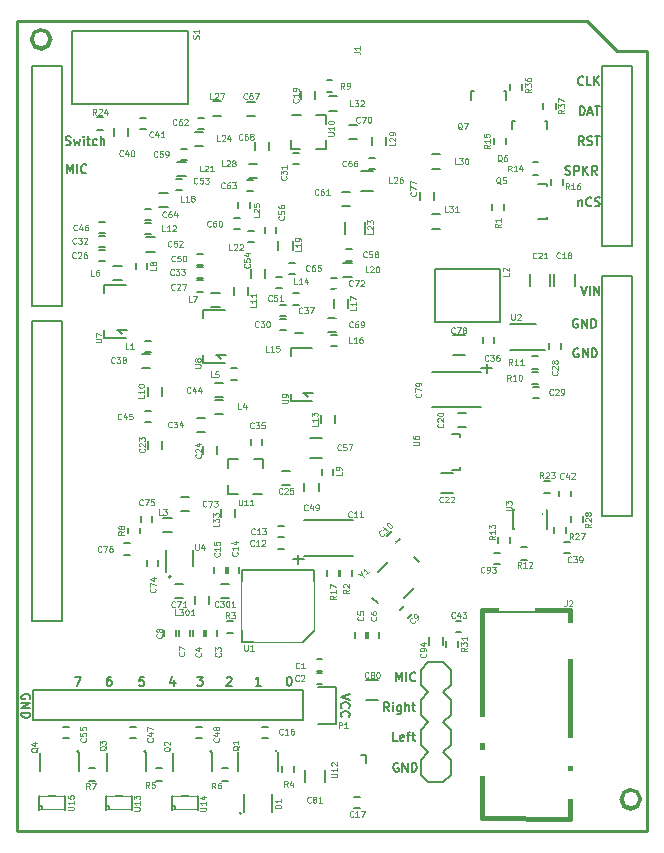
<source format=gto>
G04 #@! TF.FileFunction,Legend,Top*
%FSLAX46Y46*%
G04 Gerber Fmt 4.6, Leading zero omitted, Abs format (unit mm)*
G04 Created by KiCad (PCBNEW 4.0.0-rc1-stable) date 2/9/2016 2:30:25 PM*
%MOMM*%
G01*
G04 APERTURE LIST*
%ADD10C,0.150000*%
%ADD11C,0.187500*%
%ADD12C,0.381000*%
%ADD13C,0.203200*%
%ADD14C,0.152400*%
%ADD15C,0.101600*%
%ADD16C,0.635000*%
%ADD17C,0.063500*%
%ADD18C,0.127000*%
%ADD19C,0.254000*%
%ADD20C,0.125000*%
%ADD21R,3.050000X2.250000*%
%ADD22R,3.050000X2.450000*%
%ADD23R,3.050000X3.050000*%
%ADD24C,1.950000*%
%ADD25C,2.129600*%
%ADD26R,0.504000X1.012000*%
%ADD27R,1.012000X0.504000*%
%ADD28R,3.249740X3.249740*%
%ADD29R,0.798640X1.448880*%
%ADD30R,1.800000X1.550000*%
%ADD31R,1.050000X1.000000*%
%ADD32R,1.000000X1.050000*%
%ADD33R,1.977200X2.282000*%
%ADD34O,1.977200X2.282000*%
%ADD35R,1.751140X1.250760*%
%ADD36R,3.249740X2.248980*%
%ADD37R,0.850000X0.750000*%
%ADD38R,0.750000X0.850000*%
%ADD39R,0.650000X0.850000*%
%ADD40R,0.850000X0.650000*%
%ADD41R,0.690000X0.450000*%
%ADD42R,0.450000X0.690000*%
%ADD43R,0.630000X0.630000*%
%ADD44R,0.850000X1.250000*%
%ADD45R,0.670000X0.950000*%
%ADD46R,0.648780X0.999300*%
%ADD47R,0.656400X0.910400*%
%ADD48R,1.250000X1.500000*%
%ADD49R,1.500000X1.250000*%
%ADD50C,1.248220*%
%ADD51R,2.050000X2.480000*%
%ADD52R,0.550000X0.750000*%
%ADD53R,1.130000X1.050000*%
%ADD54R,1.750000X4.250000*%
%ADD55R,1.000000X0.550000*%
%ADD56R,1.125000X0.975000*%
%ADD57R,2.050860X1.050100*%
%ADD58R,2.250000X4.314000*%
%ADD59R,1.774000X4.314000*%
%ADD60R,1.050100X2.050860*%
%ADD61C,3.750000*%
G04 APERTURE END LIST*
D10*
D11*
X47532143Y44540714D02*
X47532143Y44040714D01*
X47532143Y44469286D02*
X47567858Y44505000D01*
X47639286Y44540714D01*
X47746429Y44540714D01*
X47817858Y44505000D01*
X47853572Y44433571D01*
X47853572Y44040714D01*
X48639286Y44112143D02*
X48603572Y44076429D01*
X48496429Y44040714D01*
X48425000Y44040714D01*
X48317857Y44076429D01*
X48246429Y44147857D01*
X48210714Y44219286D01*
X48175000Y44362143D01*
X48175000Y44469286D01*
X48210714Y44612143D01*
X48246429Y44683571D01*
X48317857Y44755000D01*
X48425000Y44790714D01*
X48496429Y44790714D01*
X48603572Y44755000D01*
X48639286Y44719286D01*
X48925000Y44076429D02*
X49032143Y44040714D01*
X49210714Y44040714D01*
X49282143Y44076429D01*
X49317857Y44112143D01*
X49353572Y44183571D01*
X49353572Y44255000D01*
X49317857Y44326429D01*
X49282143Y44362143D01*
X49210714Y44397857D01*
X49067857Y44433571D01*
X48996429Y44469286D01*
X48960714Y44505000D01*
X48925000Y44576429D01*
X48925000Y44647857D01*
X48960714Y44719286D01*
X48996429Y44755000D01*
X49067857Y44790714D01*
X49246429Y44790714D01*
X49353572Y44755000D01*
X23001429Y4190714D02*
X23072857Y4190714D01*
X23144286Y4155000D01*
X23180000Y4119286D01*
X23215714Y4047857D01*
X23251429Y3905000D01*
X23251429Y3726429D01*
X23215714Y3583571D01*
X23180000Y3512143D01*
X23144286Y3476429D01*
X23072857Y3440714D01*
X23001429Y3440714D01*
X22930000Y3476429D01*
X22894286Y3512143D01*
X22858571Y3583571D01*
X22822857Y3726429D01*
X22822857Y3905000D01*
X22858571Y4047857D01*
X22894286Y4119286D01*
X22930000Y4155000D01*
X23001429Y4190714D01*
X20631429Y3440714D02*
X20202857Y3440714D01*
X20417143Y3440714D02*
X20417143Y4190714D01*
X20345714Y4083571D01*
X20274286Y4012143D01*
X20202857Y3976429D01*
X17742857Y4119286D02*
X17778571Y4155000D01*
X17850000Y4190714D01*
X18028571Y4190714D01*
X18100000Y4155000D01*
X18135714Y4119286D01*
X18171429Y4047857D01*
X18171429Y3976429D01*
X18135714Y3869286D01*
X17707143Y3440714D01*
X18171429Y3440714D01*
X15247143Y4190714D02*
X15711429Y4190714D01*
X15461429Y3905000D01*
X15568571Y3905000D01*
X15640000Y3869286D01*
X15675714Y3833571D01*
X15711429Y3762143D01*
X15711429Y3583571D01*
X15675714Y3512143D01*
X15640000Y3476429D01*
X15568571Y3440714D01*
X15354286Y3440714D01*
X15282857Y3476429D01*
X15247143Y3512143D01*
X13320000Y3940714D02*
X13320000Y3440714D01*
X13141429Y4226429D02*
X12962857Y3690714D01*
X13427143Y3690714D01*
X10735714Y4190714D02*
X10378571Y4190714D01*
X10342857Y3833571D01*
X10378571Y3869286D01*
X10450000Y3905000D01*
X10628571Y3905000D01*
X10700000Y3869286D01*
X10735714Y3833571D01*
X10771429Y3762143D01*
X10771429Y3583571D01*
X10735714Y3512143D01*
X10700000Y3476429D01*
X10628571Y3440714D01*
X10450000Y3440714D01*
X10378571Y3476429D01*
X10342857Y3512143D01*
X7960000Y4190714D02*
X7817143Y4190714D01*
X7745714Y4155000D01*
X7710000Y4119286D01*
X7638571Y4012143D01*
X7602857Y3869286D01*
X7602857Y3583571D01*
X7638571Y3512143D01*
X7674286Y3476429D01*
X7745714Y3440714D01*
X7888571Y3440714D01*
X7960000Y3476429D01*
X7995714Y3512143D01*
X8031429Y3583571D01*
X8031429Y3762143D01*
X7995714Y3833571D01*
X7960000Y3869286D01*
X7888571Y3905000D01*
X7745714Y3905000D01*
X7674286Y3869286D01*
X7638571Y3833571D01*
X7602857Y3762143D01*
X4937143Y4190714D02*
X5437143Y4190714D01*
X5115714Y3440714D01*
X28180714Y2728571D02*
X27430714Y2478571D01*
X28180714Y2228571D01*
X27502143Y1550000D02*
X27466429Y1585714D01*
X27430714Y1692857D01*
X27430714Y1764286D01*
X27466429Y1871429D01*
X27537857Y1942857D01*
X27609286Y1978572D01*
X27752143Y2014286D01*
X27859286Y2014286D01*
X28002143Y1978572D01*
X28073571Y1942857D01*
X28145000Y1871429D01*
X28180714Y1764286D01*
X28180714Y1692857D01*
X28145000Y1585714D01*
X28109286Y1550000D01*
X27502143Y800000D02*
X27466429Y835714D01*
X27430714Y942857D01*
X27430714Y1014286D01*
X27466429Y1121429D01*
X27537857Y1192857D01*
X27609286Y1228572D01*
X27752143Y1264286D01*
X27859286Y1264286D01*
X28002143Y1228572D01*
X28073571Y1192857D01*
X28145000Y1121429D01*
X28180714Y1014286D01*
X28180714Y942857D01*
X28145000Y835714D01*
X28109286Y800000D01*
X46430714Y46726429D02*
X46537857Y46690714D01*
X46716428Y46690714D01*
X46787857Y46726429D01*
X46823571Y46762143D01*
X46859286Y46833571D01*
X46859286Y46905000D01*
X46823571Y46976429D01*
X46787857Y47012143D01*
X46716428Y47047857D01*
X46573571Y47083571D01*
X46502143Y47119286D01*
X46466428Y47155000D01*
X46430714Y47226429D01*
X46430714Y47297857D01*
X46466428Y47369286D01*
X46502143Y47405000D01*
X46573571Y47440714D01*
X46752143Y47440714D01*
X46859286Y47405000D01*
X47180714Y46690714D02*
X47180714Y47440714D01*
X47466429Y47440714D01*
X47537857Y47405000D01*
X47573572Y47369286D01*
X47609286Y47297857D01*
X47609286Y47190714D01*
X47573572Y47119286D01*
X47537857Y47083571D01*
X47466429Y47047857D01*
X47180714Y47047857D01*
X47930714Y46690714D02*
X47930714Y47440714D01*
X48359286Y46690714D02*
X48037857Y47119286D01*
X48359286Y47440714D02*
X47930714Y47012143D01*
X49109286Y46690714D02*
X48859286Y47047857D01*
X48680714Y46690714D02*
X48680714Y47440714D01*
X48966429Y47440714D01*
X49037857Y47405000D01*
X49073572Y47369286D01*
X49109286Y47297857D01*
X49109286Y47190714D01*
X49073572Y47119286D01*
X49037857Y47083571D01*
X48966429Y47047857D01*
X48680714Y47047857D01*
X32278572Y-3120000D02*
X32207143Y-3084286D01*
X32100000Y-3084286D01*
X31992857Y-3120000D01*
X31921429Y-3191429D01*
X31885714Y-3262857D01*
X31850000Y-3405714D01*
X31850000Y-3512857D01*
X31885714Y-3655714D01*
X31921429Y-3727143D01*
X31992857Y-3798571D01*
X32100000Y-3834286D01*
X32171429Y-3834286D01*
X32278572Y-3798571D01*
X32314286Y-3762857D01*
X32314286Y-3512857D01*
X32171429Y-3512857D01*
X32635714Y-3834286D02*
X32635714Y-3084286D01*
X33064286Y-3834286D01*
X33064286Y-3084286D01*
X33421428Y-3834286D02*
X33421428Y-3084286D01*
X33600000Y-3084286D01*
X33707143Y-3120000D01*
X33778571Y-3191429D01*
X33814286Y-3262857D01*
X33850000Y-3405714D01*
X33850000Y-3512857D01*
X33814286Y-3655714D01*
X33778571Y-3727143D01*
X33707143Y-3798571D01*
X33600000Y-3834286D01*
X33421428Y-3834286D01*
X32232143Y-1234286D02*
X31875000Y-1234286D01*
X31875000Y-484286D01*
X32767858Y-1198571D02*
X32696429Y-1234286D01*
X32553572Y-1234286D01*
X32482143Y-1198571D01*
X32446429Y-1127143D01*
X32446429Y-841429D01*
X32482143Y-770000D01*
X32553572Y-734286D01*
X32696429Y-734286D01*
X32767858Y-770000D01*
X32803572Y-841429D01*
X32803572Y-912857D01*
X32446429Y-984286D01*
X33017858Y-734286D02*
X33303572Y-734286D01*
X33125000Y-1234286D02*
X33125000Y-591429D01*
X33160715Y-520000D01*
X33232143Y-484286D01*
X33303572Y-484286D01*
X33446429Y-734286D02*
X33732143Y-734286D01*
X33553571Y-484286D02*
X33553571Y-1127143D01*
X33589286Y-1198571D01*
X33660714Y-1234286D01*
X33732143Y-1234286D01*
X31510715Y1265714D02*
X31260715Y1622857D01*
X31082143Y1265714D02*
X31082143Y2015714D01*
X31367858Y2015714D01*
X31439286Y1980000D01*
X31475001Y1944286D01*
X31510715Y1872857D01*
X31510715Y1765714D01*
X31475001Y1694286D01*
X31439286Y1658571D01*
X31367858Y1622857D01*
X31082143Y1622857D01*
X31832143Y1265714D02*
X31832143Y1765714D01*
X31832143Y2015714D02*
X31796429Y1980000D01*
X31832143Y1944286D01*
X31867858Y1980000D01*
X31832143Y2015714D01*
X31832143Y1944286D01*
X32510715Y1765714D02*
X32510715Y1158571D01*
X32475001Y1087143D01*
X32439286Y1051429D01*
X32367858Y1015714D01*
X32260715Y1015714D01*
X32189286Y1051429D01*
X32510715Y1301429D02*
X32439286Y1265714D01*
X32296429Y1265714D01*
X32225001Y1301429D01*
X32189286Y1337143D01*
X32153572Y1408571D01*
X32153572Y1622857D01*
X32189286Y1694286D01*
X32225001Y1730000D01*
X32296429Y1765714D01*
X32439286Y1765714D01*
X32510715Y1730000D01*
X32867857Y1265714D02*
X32867857Y2015714D01*
X33189286Y1265714D02*
X33189286Y1658571D01*
X33153572Y1730000D01*
X33082143Y1765714D01*
X32975000Y1765714D01*
X32903572Y1730000D01*
X32867857Y1694286D01*
X33439286Y1765714D02*
X33725000Y1765714D01*
X33546428Y2015714D02*
X33546428Y1372857D01*
X33582143Y1301429D01*
X33653571Y1265714D01*
X33725000Y1265714D01*
X32096428Y3815714D02*
X32096428Y4565714D01*
X32346428Y4030000D01*
X32596428Y4565714D01*
X32596428Y3815714D01*
X32953571Y3815714D02*
X32953571Y4565714D01*
X33739286Y3887143D02*
X33703572Y3851429D01*
X33596429Y3815714D01*
X33525000Y3815714D01*
X33417857Y3851429D01*
X33346429Y3922857D01*
X33310714Y3994286D01*
X33275000Y4137143D01*
X33275000Y4244286D01*
X33310714Y4387143D01*
X33346429Y4458571D01*
X33417857Y4530000D01*
X33525000Y4565714D01*
X33596429Y4565714D01*
X33703572Y4530000D01*
X33739286Y4494286D01*
X4114286Y49251429D02*
X4221429Y49215714D01*
X4400000Y49215714D01*
X4471429Y49251429D01*
X4507143Y49287143D01*
X4542858Y49358571D01*
X4542858Y49430000D01*
X4507143Y49501429D01*
X4471429Y49537143D01*
X4400000Y49572857D01*
X4257143Y49608571D01*
X4185715Y49644286D01*
X4150000Y49680000D01*
X4114286Y49751429D01*
X4114286Y49822857D01*
X4150000Y49894286D01*
X4185715Y49930000D01*
X4257143Y49965714D01*
X4435715Y49965714D01*
X4542858Y49930000D01*
X4792858Y49715714D02*
X4935715Y49215714D01*
X5078572Y49572857D01*
X5221429Y49215714D01*
X5364286Y49715714D01*
X5650000Y49215714D02*
X5650000Y49715714D01*
X5650000Y49965714D02*
X5614286Y49930000D01*
X5650000Y49894286D01*
X5685715Y49930000D01*
X5650000Y49965714D01*
X5650000Y49894286D01*
X5900001Y49715714D02*
X6185715Y49715714D01*
X6007143Y49965714D02*
X6007143Y49322857D01*
X6042858Y49251429D01*
X6114286Y49215714D01*
X6185715Y49215714D01*
X6757143Y49251429D02*
X6685714Y49215714D01*
X6542857Y49215714D01*
X6471429Y49251429D01*
X6435714Y49287143D01*
X6400000Y49358571D01*
X6400000Y49572857D01*
X6435714Y49644286D01*
X6471429Y49680000D01*
X6542857Y49715714D01*
X6685714Y49715714D01*
X6757143Y49680000D01*
X7078571Y49215714D02*
X7078571Y49965714D01*
X7400000Y49215714D02*
X7400000Y49608571D01*
X7364286Y49680000D01*
X7292857Y49715714D01*
X7185714Y49715714D01*
X7114286Y49680000D01*
X7078571Y49644286D01*
X4221428Y46815714D02*
X4221428Y47565714D01*
X4471428Y47030000D01*
X4721428Y47565714D01*
X4721428Y46815714D01*
X5078571Y46815714D02*
X5078571Y47565714D01*
X5864286Y46887143D02*
X5828572Y46851429D01*
X5721429Y46815714D01*
X5650000Y46815714D01*
X5542857Y46851429D01*
X5471429Y46922857D01*
X5435714Y46994286D01*
X5400000Y47137143D01*
X5400000Y47244286D01*
X5435714Y47387143D01*
X5471429Y47458571D01*
X5542857Y47530000D01*
X5650000Y47565714D01*
X5721429Y47565714D01*
X5828572Y47530000D01*
X5864286Y47494286D01*
X47989286Y49190714D02*
X47739286Y49547857D01*
X47560714Y49190714D02*
X47560714Y49940714D01*
X47846429Y49940714D01*
X47917857Y49905000D01*
X47953572Y49869286D01*
X47989286Y49797857D01*
X47989286Y49690714D01*
X47953572Y49619286D01*
X47917857Y49583571D01*
X47846429Y49547857D01*
X47560714Y49547857D01*
X48275000Y49226429D02*
X48382143Y49190714D01*
X48560714Y49190714D01*
X48632143Y49226429D01*
X48667857Y49262143D01*
X48703572Y49333571D01*
X48703572Y49405000D01*
X48667857Y49476429D01*
X48632143Y49512143D01*
X48560714Y49547857D01*
X48417857Y49583571D01*
X48346429Y49619286D01*
X48310714Y49655000D01*
X48275000Y49726429D01*
X48275000Y49797857D01*
X48310714Y49869286D01*
X48346429Y49905000D01*
X48417857Y49940714D01*
X48596429Y49940714D01*
X48703572Y49905000D01*
X48917858Y49940714D02*
X49346429Y49940714D01*
X49132143Y49190714D02*
X49132143Y49940714D01*
X47478572Y34455000D02*
X47407143Y34490714D01*
X47300000Y34490714D01*
X47192857Y34455000D01*
X47121429Y34383571D01*
X47085714Y34312143D01*
X47050000Y34169286D01*
X47050000Y34062143D01*
X47085714Y33919286D01*
X47121429Y33847857D01*
X47192857Y33776429D01*
X47300000Y33740714D01*
X47371429Y33740714D01*
X47478572Y33776429D01*
X47514286Y33812143D01*
X47514286Y34062143D01*
X47371429Y34062143D01*
X47835714Y33740714D02*
X47835714Y34490714D01*
X48264286Y33740714D01*
X48264286Y34490714D01*
X48621428Y33740714D02*
X48621428Y34490714D01*
X48800000Y34490714D01*
X48907143Y34455000D01*
X48978571Y34383571D01*
X49014286Y34312143D01*
X49050000Y34169286D01*
X49050000Y34062143D01*
X49014286Y33919286D01*
X48978571Y33847857D01*
X48907143Y33776429D01*
X48800000Y33740714D01*
X48621428Y33740714D01*
X47528572Y31955000D02*
X47457143Y31990714D01*
X47350000Y31990714D01*
X47242857Y31955000D01*
X47171429Y31883571D01*
X47135714Y31812143D01*
X47100000Y31669286D01*
X47100000Y31562143D01*
X47135714Y31419286D01*
X47171429Y31347857D01*
X47242857Y31276429D01*
X47350000Y31240714D01*
X47421429Y31240714D01*
X47528572Y31276429D01*
X47564286Y31312143D01*
X47564286Y31562143D01*
X47421429Y31562143D01*
X47885714Y31240714D02*
X47885714Y31990714D01*
X48314286Y31240714D01*
X48314286Y31990714D01*
X48671428Y31240714D02*
X48671428Y31990714D01*
X48850000Y31990714D01*
X48957143Y31955000D01*
X49028571Y31883571D01*
X49064286Y31812143D01*
X49100000Y31669286D01*
X49100000Y31562143D01*
X49064286Y31419286D01*
X49028571Y31347857D01*
X48957143Y31276429D01*
X48850000Y31240714D01*
X48671428Y31240714D01*
X47753572Y37265714D02*
X48003572Y36515714D01*
X48253572Y37265714D01*
X48503571Y36515714D02*
X48503571Y37265714D01*
X48860714Y36515714D02*
X48860714Y37265714D01*
X49289286Y36515714D01*
X49289286Y37265714D01*
X47646428Y51740714D02*
X47646428Y52490714D01*
X47825000Y52490714D01*
X47932143Y52455000D01*
X48003571Y52383571D01*
X48039286Y52312143D01*
X48075000Y52169286D01*
X48075000Y52062143D01*
X48039286Y51919286D01*
X48003571Y51847857D01*
X47932143Y51776429D01*
X47825000Y51740714D01*
X47646428Y51740714D01*
X48360714Y51955000D02*
X48717857Y51955000D01*
X48289286Y51740714D02*
X48539286Y52490714D01*
X48789286Y51740714D01*
X48932143Y52490714D02*
X49360714Y52490714D01*
X49146428Y51740714D02*
X49146428Y52490714D01*
X47953572Y54337143D02*
X47917858Y54301429D01*
X47810715Y54265714D01*
X47739286Y54265714D01*
X47632143Y54301429D01*
X47560715Y54372857D01*
X47525000Y54444286D01*
X47489286Y54587143D01*
X47489286Y54694286D01*
X47525000Y54837143D01*
X47560715Y54908571D01*
X47632143Y54980000D01*
X47739286Y55015714D01*
X47810715Y55015714D01*
X47917858Y54980000D01*
X47953572Y54944286D01*
X48632143Y54265714D02*
X48275000Y54265714D01*
X48275000Y55015714D01*
X48882143Y54265714D02*
X48882143Y55015714D01*
X49310715Y54265714D02*
X48989286Y54694286D01*
X49310715Y55015714D02*
X48882143Y54587143D01*
X1095000Y2308571D02*
X1130714Y2380000D01*
X1130714Y2487143D01*
X1095000Y2594286D01*
X1023571Y2665714D01*
X952143Y2701429D01*
X809286Y2737143D01*
X702143Y2737143D01*
X559286Y2701429D01*
X487857Y2665714D01*
X416429Y2594286D01*
X380714Y2487143D01*
X380714Y2415714D01*
X416429Y2308571D01*
X452143Y2272857D01*
X702143Y2272857D01*
X702143Y2415714D01*
X380714Y1951429D02*
X1130714Y1951429D01*
X380714Y1522857D01*
X1130714Y1522857D01*
X380714Y1165715D02*
X1130714Y1165715D01*
X1130714Y987143D01*
X1095000Y880000D01*
X1023571Y808572D01*
X952143Y772857D01*
X809286Y737143D01*
X702143Y737143D01*
X559286Y772857D01*
X487857Y808572D01*
X416429Y880000D01*
X380714Y987143D01*
X380714Y1165715D01*
D12*
X46800000Y9855000D02*
X39400000Y9855000D01*
X39400000Y9855000D02*
X39400000Y-7770000D01*
X39400000Y-7770000D02*
X46800000Y-7820000D01*
X46800000Y-7820000D02*
X46800000Y9855000D01*
D13*
X36740000Y-2820000D02*
X36740000Y-4090000D01*
X36740000Y-4090000D02*
X36105000Y-4725000D01*
X34835000Y-4725000D02*
X34200000Y-4090000D01*
X36105000Y355000D02*
X36740000Y-280000D01*
X36740000Y-280000D02*
X36740000Y-1550000D01*
X36740000Y-1550000D02*
X36105000Y-2185000D01*
X34835000Y-2185000D02*
X34200000Y-1550000D01*
X34200000Y-1550000D02*
X34200000Y-280000D01*
X34200000Y-280000D02*
X34835000Y355000D01*
X36740000Y-2820000D02*
X36105000Y-2185000D01*
X34835000Y-2185000D02*
X34200000Y-2820000D01*
X34200000Y-4090000D02*
X34200000Y-2820000D01*
X36740000Y4800000D02*
X36740000Y3530000D01*
X36740000Y3530000D02*
X36105000Y2895000D01*
X34835000Y2895000D02*
X34200000Y3530000D01*
X36105000Y2895000D02*
X36740000Y2260000D01*
X36740000Y2260000D02*
X36740000Y990000D01*
X36740000Y990000D02*
X36105000Y355000D01*
X34835000Y355000D02*
X34200000Y990000D01*
X34200000Y990000D02*
X34200000Y2260000D01*
X34200000Y2260000D02*
X34835000Y2895000D01*
X36105000Y5435000D02*
X34835000Y5435000D01*
X36740000Y4800000D02*
X36105000Y5435000D01*
X34835000Y5435000D02*
X34200000Y4800000D01*
X34200000Y3530000D02*
X34200000Y4800000D01*
X36105000Y-4725000D02*
X34835000Y-4725000D01*
D14*
X24195500Y7132000D02*
X20004500Y7132000D01*
X20004500Y7132000D02*
X19052000Y7132000D01*
X19052000Y7132000D02*
X19052000Y13228000D01*
X19052000Y13228000D02*
X25148000Y13228000D01*
X25148000Y13228000D02*
X25148000Y8084500D01*
X25148000Y8084500D02*
X24195500Y7132000D01*
D13*
X30526416Y13095848D02*
X31374152Y13943584D01*
X33635380Y14369248D02*
X34059248Y13945380D01*
X33633584Y11684152D02*
X32785848Y10836416D01*
X30100752Y10834620D02*
X30524620Y10410752D01*
X42037600Y16669740D02*
X42037600Y18290260D01*
X44882400Y18290260D02*
X44882400Y16669740D01*
X44785880Y18290260D02*
X44882400Y18290260D01*
X42037600Y18290260D02*
X42134120Y18290260D01*
X42134120Y16669740D02*
X42037600Y16669740D01*
X44882400Y16669740D02*
X44785880Y16669740D01*
D14*
X44495345Y18011000D02*
G75*
G03X44495345Y18011000I-25145J0D01*
G01*
D10*
X14470000Y52650000D02*
X14470000Y58850000D01*
X14470000Y58850000D02*
X4670000Y58850000D01*
X4670000Y58850000D02*
X4670000Y52650000D01*
X4670000Y52650000D02*
X14470000Y52650000D01*
X11260000Y30340000D02*
X10560000Y30340000D01*
X10560000Y31540000D02*
X11260000Y31540000D01*
X17470000Y27870000D02*
X16770000Y27870000D01*
X16770000Y29070000D02*
X17470000Y29070000D01*
X25530000Y20610000D02*
X25530000Y19910000D01*
X24330000Y19910000D02*
X24330000Y20610000D01*
X10950000Y41390000D02*
X11650000Y41390000D01*
X11650000Y40190000D02*
X10950000Y40190000D01*
X19780000Y37990000D02*
X19780000Y38690000D01*
X20980000Y38690000D02*
X20980000Y37990000D01*
X8150000Y39000000D02*
X8850000Y39000000D01*
X8850000Y37800000D02*
X8150000Y37800000D01*
X16460000Y36690000D02*
X17160000Y36690000D01*
X17160000Y35490000D02*
X16460000Y35490000D01*
X11060000Y28000000D02*
X11060000Y28700000D01*
X12260000Y28700000D02*
X12260000Y28000000D01*
X19550000Y37200000D02*
X19550000Y36500000D01*
X18350000Y36500000D02*
X18350000Y37200000D01*
X25720000Y25660000D02*
X25720000Y26360000D01*
X26920000Y26360000D02*
X26920000Y25660000D01*
X23510000Y33270000D02*
X24210000Y33270000D01*
X24210000Y32070000D02*
X23510000Y32070000D01*
X24210000Y510000D02*
X1350000Y510000D01*
X1350000Y510000D02*
X1350000Y3050000D01*
X1350000Y3050000D02*
X24210000Y3050000D01*
X27030000Y230000D02*
X25480000Y230000D01*
X24210000Y510000D02*
X24210000Y3050000D01*
X25480000Y3330000D02*
X27030000Y3330000D01*
X27030000Y3330000D02*
X27030000Y230000D01*
X38000000Y25330000D02*
X37300000Y25330000D01*
X37300000Y26530000D02*
X38000000Y26530000D01*
X8910660Y33220080D02*
X8610940Y33469000D01*
X8610940Y33469000D02*
X8461080Y33570600D01*
X8461080Y33570600D02*
X9309440Y33570600D01*
X7409520Y32869560D02*
X9210380Y32869560D01*
X7409520Y32869560D02*
X7409520Y33519800D01*
X7409520Y37370440D02*
X9210380Y37370440D01*
X7409520Y37370440D02*
X7409520Y36720200D01*
X17290660Y31100080D02*
X16990940Y31349000D01*
X16990940Y31349000D02*
X16841080Y31450600D01*
X16841080Y31450600D02*
X17689440Y31450600D01*
X15789520Y30749560D02*
X17590380Y30749560D01*
X15789520Y30749560D02*
X15789520Y31399800D01*
X15789520Y35250440D02*
X17590380Y35250440D01*
X15789520Y35250440D02*
X15789520Y34600200D01*
X24670660Y27870080D02*
X24370940Y28119000D01*
X24370940Y28119000D02*
X24221080Y28220600D01*
X24221080Y28220600D02*
X25069440Y28220600D01*
X23169520Y27519560D02*
X24970380Y27519560D01*
X23169520Y27519560D02*
X23169520Y28169800D01*
X23169520Y32020440D02*
X24970380Y32020440D01*
X23169520Y32020440D02*
X23169520Y31370200D01*
X25860000Y5665000D02*
X25360000Y5665000D01*
X25360000Y4715000D02*
X25860000Y4715000D01*
X25860000Y4515000D02*
X25360000Y4515000D01*
X25360000Y3565000D02*
X25860000Y3565000D01*
X16975000Y7630000D02*
X16975000Y8130000D01*
X16025000Y8130000D02*
X16025000Y7630000D01*
X15835000Y7630000D02*
X15835000Y8130000D01*
X14885000Y8130000D02*
X14885000Y7630000D01*
X29585000Y7480000D02*
X29585000Y7980000D01*
X28635000Y7980000D02*
X28635000Y7480000D01*
X30655000Y7480000D02*
X30655000Y7980000D01*
X29705000Y7980000D02*
X29705000Y7480000D01*
X14665000Y7630000D02*
X14665000Y8130000D01*
X13715000Y8130000D02*
X13715000Y7630000D01*
X13425000Y7630000D02*
X13425000Y8130000D01*
X12475000Y8130000D02*
X12475000Y7630000D01*
X32790901Y10202652D02*
X32437348Y9849099D01*
X33109099Y9177348D02*
X33462652Y9530901D01*
X31720901Y16502652D02*
X31367348Y16149099D01*
X32039099Y15477348D02*
X32392652Y15830901D01*
X22620000Y15985000D02*
X22120000Y15985000D01*
X22120000Y15035000D02*
X22620000Y15035000D01*
X22620000Y16935000D02*
X22120000Y16935000D01*
X22120000Y15985000D02*
X22620000Y15985000D01*
X17845000Y13480000D02*
X17845000Y12980000D01*
X18795000Y12980000D02*
X18795000Y13480000D01*
X16705000Y13480000D02*
X16705000Y12980000D01*
X17655000Y12980000D02*
X17655000Y13480000D01*
X21220000Y-35000D02*
X20720000Y-35000D01*
X20720000Y-985000D02*
X21220000Y-985000D01*
X28540000Y-6945000D02*
X29040000Y-6945000D01*
X29040000Y-5995000D02*
X28540000Y-5995000D01*
X24050000Y53120000D02*
X24050000Y53820000D01*
X25250000Y53820000D02*
X25250000Y53120000D01*
X11060000Y23480000D02*
X11060000Y24180000D01*
X12260000Y24180000D02*
X12260000Y23480000D01*
X15760000Y23040000D02*
X15760000Y23740000D01*
X16960000Y23740000D02*
X16960000Y23040000D01*
X22430000Y21610000D02*
X23130000Y21610000D01*
X23130000Y20410000D02*
X22430000Y20410000D01*
X23360000Y47600000D02*
X23860000Y47600000D01*
X23860000Y48550000D02*
X23360000Y48550000D01*
X6930000Y40595000D02*
X7430000Y40595000D01*
X7430000Y41545000D02*
X6930000Y41545000D01*
X19835000Y24320000D02*
X19835000Y23820000D01*
X20785000Y23820000D02*
X20785000Y24320000D01*
X39475000Y32920000D02*
X39475000Y32420000D01*
X40425000Y32420000D02*
X40425000Y32920000D01*
X22310000Y34705000D02*
X22810000Y34705000D01*
X22810000Y35655000D02*
X22310000Y35655000D01*
X46300000Y14645000D02*
X46800000Y14645000D01*
X46800000Y15595000D02*
X46300000Y15595000D01*
X8190000Y49960000D02*
X8190000Y50660000D01*
X9390000Y50660000D02*
X9390000Y49960000D01*
X10440000Y50575000D02*
X10940000Y50575000D01*
X10940000Y51525000D02*
X10440000Y51525000D01*
X46865000Y19460000D02*
X46865000Y19960000D01*
X45915000Y19960000D02*
X45915000Y19460000D01*
X37130000Y7975000D02*
X37630000Y7975000D01*
X37630000Y8925000D02*
X37130000Y8925000D01*
X21005000Y42250000D02*
X21005000Y41750000D01*
X21955000Y41750000D02*
X21955000Y42250000D01*
X13860000Y47965000D02*
X14360000Y47965000D01*
X14360000Y48915000D02*
X13860000Y48915000D01*
X18410000Y42095000D02*
X18910000Y42095000D01*
X18910000Y43045000D02*
X18410000Y43045000D01*
X40400000Y13705000D02*
X40900000Y13705000D01*
X40900000Y14655000D02*
X40400000Y14655000D01*
X36060000Y7600000D02*
X36060000Y6900000D01*
X34860000Y6900000D02*
X34860000Y7600000D01*
X17800000Y7905000D02*
X18300000Y7905000D01*
X18300000Y8955000D02*
X17800000Y8955000D01*
X42710000Y14115000D02*
X43210000Y14115000D01*
X43210000Y15165000D02*
X42710000Y15165000D01*
X41745000Y15490000D02*
X41745000Y15990000D01*
X40695000Y15990000D02*
X40695000Y15490000D01*
X45110000Y20785000D02*
X44610000Y20785000D01*
X44610000Y19735000D02*
X45110000Y19735000D01*
X6790000Y50525000D02*
X7290000Y50525000D01*
X7290000Y51575000D02*
X6790000Y51575000D01*
X46525000Y16380000D02*
X46525000Y16880000D01*
X45475000Y16880000D02*
X45475000Y16380000D01*
X46905000Y17790000D02*
X46905000Y17290000D01*
X47955000Y17290000D02*
X47955000Y17790000D01*
X37355000Y6710000D02*
X37355000Y7210000D01*
X36305000Y7210000D02*
X36305000Y6710000D01*
X42800000Y53905000D02*
X42800000Y54405000D01*
X41750000Y54405000D02*
X41750000Y53905000D01*
X44550000Y52805000D02*
X44550000Y52305000D01*
X45600000Y52305000D02*
X45600000Y52805000D01*
X26125000Y51795000D02*
X26125000Y51020000D01*
X23175000Y48845000D02*
X23175000Y49620000D01*
X26125080Y48850000D02*
X26125080Y49625000D01*
X23245000Y51785000D02*
X24020000Y51785000D01*
X23175000Y48845000D02*
X23950000Y48845000D01*
X26125000Y48844920D02*
X25350000Y48844920D01*
X26125000Y51795000D02*
X25350000Y51795000D01*
X17905000Y19685000D02*
X17905000Y20460000D01*
X20855000Y22635000D02*
X20855000Y21860000D01*
X17904920Y22630000D02*
X17904920Y21855000D01*
X20785000Y19695000D02*
X20010000Y19695000D01*
X20855000Y22635000D02*
X20080000Y22635000D01*
X17905000Y22635080D02*
X18680000Y22635080D01*
X17905000Y19685000D02*
X18680000Y19685000D01*
X10085000Y-40000D02*
X9585000Y-40000D01*
X9585000Y-990000D02*
X10085000Y-990000D01*
X15685000Y-40000D02*
X15185000Y-40000D01*
X15185000Y-990000D02*
X15685000Y-990000D01*
X4410000Y-40000D02*
X3910000Y-40000D01*
X3910000Y-990000D02*
X4410000Y-990000D01*
X10860000Y42855000D02*
X11360000Y42855000D01*
X11360000Y43805000D02*
X10860000Y43805000D01*
X23540000Y39205000D02*
X23040000Y39205000D01*
X23040000Y38255000D02*
X23540000Y38255000D01*
X27010000Y33360000D02*
X26310000Y33360000D01*
X26310000Y34560000D02*
X27010000Y34560000D01*
D13*
X22068880Y-2182440D02*
X22068880Y-3777560D01*
X18741120Y-2212440D02*
X18741120Y-3807560D01*
D15*
X22044647Y-2101500D02*
G75*
G03X22044647Y-2101500I-96987J0D01*
G01*
D13*
X16533880Y-2192440D02*
X16533880Y-3787560D01*
X13206120Y-2222440D02*
X13206120Y-3817560D01*
D15*
X16509647Y-2111500D02*
G75*
G03X16509647Y-2111500I-96987J0D01*
G01*
D13*
X10933880Y-2192440D02*
X10933880Y-3787560D01*
X7606120Y-2222440D02*
X7606120Y-3817560D01*
D15*
X10909647Y-2111500D02*
G75*
G03X10909647Y-2111500I-96987J0D01*
G01*
D13*
X5258880Y-2192440D02*
X5258880Y-3787560D01*
X1931120Y-2222440D02*
X1931120Y-3817560D01*
D15*
X5234647Y-2111500D02*
G75*
G03X5234647Y-2111500I-96987J0D01*
G01*
D10*
X23495000Y-3880000D02*
X23495000Y-3380000D01*
X22445000Y-3380000D02*
X22445000Y-3880000D01*
X11760000Y-4615000D02*
X12260000Y-4615000D01*
X12260000Y-3565000D02*
X11760000Y-3565000D01*
X17340000Y-4615000D02*
X17840000Y-4615000D01*
X17840000Y-3565000D02*
X17340000Y-3565000D01*
X6085000Y-4615000D02*
X6585000Y-4615000D01*
X6585000Y-3565000D02*
X6085000Y-3565000D01*
D13*
X19221120Y-7297560D02*
X19221120Y-5702440D01*
X21618880Y-7297560D02*
X21618880Y-5702440D01*
D15*
X18989327Y-7378500D02*
G75*
G03X18989327Y-7378500I-96987J0D01*
G01*
D10*
X27830000Y39425000D02*
X28330000Y39425000D01*
X28330000Y40375000D02*
X27830000Y40375000D01*
X29570960Y-3079220D02*
X29570960Y-2469620D01*
X29570960Y-2469620D02*
X29139160Y-2459460D01*
X7530000Y-6790000D02*
X7830000Y-6790000D01*
X7830000Y-6790000D02*
X7830000Y-7090000D01*
X9730000Y-5890000D02*
X7530000Y-5890000D01*
X7530000Y-5890000D02*
X7530000Y-7090000D01*
X7530000Y-7090000D02*
X9730000Y-7090000D01*
X9730000Y-7090000D02*
X9730000Y-5890000D01*
X13120000Y-6790000D02*
X13420000Y-6790000D01*
X13420000Y-6790000D02*
X13420000Y-7090000D01*
X15320000Y-5890000D02*
X13120000Y-5890000D01*
X13120000Y-5890000D02*
X13120000Y-7090000D01*
X13120000Y-7090000D02*
X15320000Y-7090000D01*
X15320000Y-7090000D02*
X15320000Y-5890000D01*
X1850000Y-6790000D02*
X2150000Y-6790000D01*
X2150000Y-6790000D02*
X2150000Y-7090000D01*
X4050000Y-5890000D02*
X1850000Y-5890000D01*
X1850000Y-5890000D02*
X1850000Y-7090000D01*
X1850000Y-7090000D02*
X4050000Y-7090000D01*
X4050000Y-7090000D02*
X4050000Y-5890000D01*
X28230000Y44010000D02*
X27530000Y44010000D01*
X27530000Y45210000D02*
X28230000Y45210000D01*
X20160000Y51690000D02*
X19460000Y51690000D01*
X19460000Y52890000D02*
X20160000Y52890000D01*
X14600000Y18205000D02*
X13900000Y18205000D01*
X13900000Y19405000D02*
X14600000Y19405000D01*
X12760000Y43980000D02*
X12060000Y43980000D01*
X12060000Y45180000D02*
X12760000Y45180000D01*
X23340000Y41060000D02*
X23340000Y40360000D01*
X22140000Y40360000D02*
X22140000Y41060000D01*
X14270000Y46560000D02*
X13570000Y46560000D01*
X13570000Y47760000D02*
X14270000Y47760000D01*
X15760000Y49150000D02*
X15060000Y49150000D01*
X15060000Y50350000D02*
X15760000Y50350000D01*
X17280000Y51700000D02*
X16580000Y51700000D01*
X16580000Y52900000D02*
X17280000Y52900000D01*
X20360000Y46390000D02*
X19660000Y46390000D01*
X19660000Y47590000D02*
X20360000Y47590000D01*
X6920000Y39405000D02*
X7420000Y39405000D01*
X7420000Y40355000D02*
X6920000Y40355000D01*
X15260000Y36795000D02*
X15760000Y36795000D01*
X15760000Y37745000D02*
X15260000Y37745000D01*
X22310000Y33555000D02*
X22810000Y33555000D01*
X22810000Y34505000D02*
X22310000Y34505000D01*
X15260000Y37945000D02*
X15760000Y37945000D01*
X15760000Y38895000D02*
X15260000Y38895000D01*
X15960000Y24940000D02*
X15260000Y24940000D01*
X15260000Y26140000D02*
X15960000Y26140000D01*
X10860000Y25745000D02*
X11360000Y25745000D01*
X11360000Y26695000D02*
X10860000Y26695000D01*
X6930000Y41725000D02*
X7430000Y41725000D01*
X7430000Y42675000D02*
X6930000Y42675000D01*
X15260000Y39065000D02*
X15760000Y39065000D01*
X15760000Y40015000D02*
X15260000Y40015000D01*
X23900000Y36655000D02*
X23400000Y36655000D01*
X23400000Y35705000D02*
X23900000Y35705000D01*
X13970000Y46335000D02*
X13470000Y46335000D01*
X13470000Y45385000D02*
X13970000Y45385000D01*
X24820000Y22740000D02*
X25820000Y22740000D01*
X25820000Y24440000D02*
X24820000Y24440000D01*
X15360000Y50575000D02*
X15860000Y50575000D01*
X15860000Y51525000D02*
X15360000Y51525000D01*
X20010000Y46245000D02*
X19510000Y46245000D01*
X19510000Y45295000D02*
X20010000Y45295000D01*
X29820000Y47175000D02*
X30320000Y47175000D01*
X30320000Y48125000D02*
X29820000Y48125000D01*
X21370000Y49510000D02*
X21370000Y48810000D01*
X20170000Y48810000D02*
X20170000Y49510000D01*
X28080000Y50920000D02*
X28780000Y50920000D01*
X28780000Y49720000D02*
X28080000Y49720000D01*
X13350000Y12030000D02*
X14050000Y12030000D01*
X14050000Y10830000D02*
X13350000Y10830000D01*
X26600000Y37015000D02*
X27100000Y37015000D01*
X27100000Y37965000D02*
X26600000Y37965000D01*
X10475000Y17830000D02*
X10475000Y17330000D01*
X11425000Y17330000D02*
X11425000Y17830000D01*
X9100000Y14530000D02*
X9600000Y14530000D01*
X9600000Y15480000D02*
X9100000Y15480000D01*
X10860000Y31675000D02*
X11360000Y31675000D01*
X11360000Y32625000D02*
X10860000Y32625000D01*
X16760000Y27650000D02*
X17460000Y27650000D01*
X17460000Y26450000D02*
X16760000Y26450000D01*
X18660000Y30295000D02*
X18160000Y30295000D01*
X18160000Y29345000D02*
X18660000Y29345000D01*
X11035000Y38710000D02*
X11035000Y39210000D01*
X10085000Y39210000D02*
X10085000Y38710000D01*
X25845000Y21810000D02*
X25845000Y21310000D01*
X26795000Y21310000D02*
X26795000Y21810000D01*
X10860000Y41655000D02*
X11360000Y41655000D01*
X11360000Y42605000D02*
X10860000Y42605000D01*
X21940000Y37125000D02*
X22440000Y37125000D01*
X22440000Y38075000D02*
X21940000Y38075000D01*
X26620000Y32195000D02*
X27120000Y32195000D01*
X27120000Y33145000D02*
X26620000Y33145000D01*
X20030000Y41925000D02*
X19530000Y41925000D01*
X19530000Y40975000D02*
X20030000Y40975000D01*
X29480000Y41720000D02*
X29480000Y42720000D01*
X27780000Y42720000D02*
X27780000Y41720000D01*
X19695000Y43920000D02*
X19695000Y44420000D01*
X18745000Y44420000D02*
X18745000Y43920000D01*
X29130000Y45310000D02*
X30130000Y45310000D01*
X30130000Y47010000D02*
X29130000Y47010000D01*
X11000000Y14105000D02*
X11000000Y13605000D01*
X11950000Y13605000D02*
X11950000Y14105000D01*
X10425000Y16330000D02*
X10425000Y16830000D01*
X9375000Y16830000D02*
X9375000Y16330000D01*
D16*
X52595802Y-6190000D02*
G75*
G03X52595802Y-6190000I-635802J0D01*
G01*
X2685802Y58160000D02*
G75*
G03X2685802Y58160000I-635802J0D01*
G01*
D10*
X23810000Y13750000D02*
X23810000Y14500000D01*
X23370000Y14130000D02*
X24270000Y14130000D01*
X28430000Y14440000D02*
X24330000Y14440000D01*
X28430000Y17440000D02*
X24330000Y17440000D01*
X13016023Y12665000D02*
G75*
G03X13016023Y12665000I-86023J0D01*
G01*
X14900000Y13605000D02*
X14900000Y14905000D01*
X12600000Y13030000D02*
X12600000Y14905000D01*
X34100000Y44560000D02*
X34100000Y45260000D01*
X35300000Y45260000D02*
X35300000Y44560000D01*
X35100000Y48420000D02*
X35800000Y48420000D01*
X35800000Y47220000D02*
X35100000Y47220000D01*
X35100000Y43340000D02*
X35800000Y43340000D01*
X35800000Y42140000D02*
X35100000Y42140000D01*
X27100000Y52130000D02*
X26400000Y52130000D01*
X26400000Y53330000D02*
X27100000Y53330000D01*
X17260000Y17710000D02*
X17260000Y18410000D01*
X18460000Y18410000D02*
X18460000Y17710000D01*
X26710000Y54745000D02*
X26210000Y54745000D01*
X26210000Y53695000D02*
X26710000Y53695000D01*
X46035000Y31920000D02*
X46035000Y32420000D01*
X45085000Y32420000D02*
X45085000Y31920000D01*
X43680000Y27755000D02*
X44180000Y27755000D01*
X44180000Y28705000D02*
X43680000Y28705000D01*
X39770000Y30695000D02*
X39770000Y29945000D01*
X40210000Y30315000D02*
X39310000Y30315000D01*
X35150000Y30005000D02*
X39250000Y30005000D01*
X35150000Y27005000D02*
X39250000Y27005000D01*
X44080000Y29995000D02*
X43580000Y29995000D01*
X43580000Y28945000D02*
X44080000Y28945000D01*
X43580000Y30285000D02*
X44080000Y30285000D01*
X44080000Y31335000D02*
X43580000Y31335000D01*
X45510000Y38310000D02*
X45510000Y37310000D01*
X47210000Y37310000D02*
X47210000Y38310000D01*
X43430000Y38310000D02*
X43430000Y37310000D01*
X45130000Y37310000D02*
X45130000Y38310000D01*
X37900000Y33110000D02*
X36900000Y33110000D01*
X36900000Y31410000D02*
X37900000Y31410000D01*
X40900000Y34230000D02*
X35400000Y34230000D01*
X35400000Y34230000D02*
X35400000Y38730000D01*
X35400000Y38730000D02*
X40900000Y38730000D01*
X40900000Y38730000D02*
X40900000Y34230000D01*
X35900000Y19730000D02*
X36900000Y19730000D01*
X36900000Y21430000D02*
X35900000Y21430000D01*
X13100000Y16430000D02*
X12400000Y16430000D01*
X12400000Y17630000D02*
X13100000Y17630000D01*
X28000000Y36150000D02*
X28000000Y35450000D01*
X26800000Y35450000D02*
X26800000Y36150000D01*
X28330000Y38060000D02*
X27630000Y38060000D01*
X27630000Y39260000D02*
X28330000Y39260000D01*
X31220000Y49920000D02*
X31220000Y49220000D01*
X30020000Y49220000D02*
X30020000Y49920000D01*
X29580000Y2240000D02*
X30580000Y2240000D01*
X30580000Y3940000D02*
X29580000Y3940000D01*
X24350000Y-3680000D02*
X24350000Y-4680000D01*
X26050000Y-4680000D02*
X26050000Y-3680000D01*
X43905000Y34095000D02*
X41755000Y34095000D01*
X44730000Y31845000D02*
X41755000Y31845000D01*
X36849200Y24729820D02*
X37550240Y24729820D01*
X37550240Y24729820D02*
X37550240Y24480900D01*
X37550240Y21930840D02*
X37550240Y21730180D01*
X37550240Y21730180D02*
X36849200Y21730180D01*
X17250000Y12030000D02*
X17950000Y12030000D01*
X17950000Y10830000D02*
X17250000Y10830000D01*
X15050000Y10330000D02*
X15050000Y11030000D01*
X16250000Y11030000D02*
X16250000Y10330000D01*
X44149200Y45954820D02*
X44850240Y45954820D01*
X44850240Y45954820D02*
X44850240Y45705900D01*
X44850240Y43155840D02*
X44850240Y42955180D01*
X44850240Y42955180D02*
X44149200Y42955180D01*
X41900180Y50554200D02*
X41900180Y51255240D01*
X41900180Y51255240D02*
X42149100Y51255240D01*
X44699160Y51255240D02*
X44899820Y51255240D01*
X44899820Y51255240D02*
X44899820Y50554200D01*
X38425180Y53054200D02*
X38425180Y53755240D01*
X38425180Y53755240D02*
X38674100Y53755240D01*
X41224160Y53755240D02*
X41424820Y53755240D01*
X41424820Y53755240D02*
X41424820Y53054200D01*
X40200000Y44205000D02*
X40200000Y43705000D01*
X41250000Y43705000D02*
X41250000Y44205000D01*
X27350000Y13230000D02*
X27350000Y12730000D01*
X28400000Y12730000D02*
X28400000Y13230000D01*
X43650000Y46705000D02*
X44150000Y46705000D01*
X44150000Y47755000D02*
X43650000Y47755000D01*
X41400000Y49305000D02*
X41400000Y49805000D01*
X40350000Y49805000D02*
X40350000Y49305000D01*
X45175000Y46305000D02*
X45175000Y45805000D01*
X46225000Y45805000D02*
X46225000Y46305000D01*
D17*
X19167038Y57160000D02*
G75*
G03X19167038Y57160000I-1347038J0D01*
G01*
X19167038Y57160000D02*
G75*
G03X19167038Y57160000I-1347038J0D01*
G01*
D18*
X18987433Y57160000D02*
G75*
G03X18987433Y57160000I-1167433J0D01*
G01*
X16169000Y57160000D02*
X19471000Y57160000D01*
X17820000Y55509000D02*
X17820000Y58811000D01*
X50840000Y3439000D02*
X50840000Y6741000D01*
X49189000Y5090000D02*
X52491000Y5090000D01*
X52007433Y5090000D02*
G75*
G03X52007433Y5090000I-1167433J0D01*
G01*
D17*
X52187038Y5090000D02*
G75*
G03X52187038Y5090000I-1347038J0D01*
G01*
X52187038Y5090000D02*
G75*
G03X52187038Y5090000I-1347038J0D01*
G01*
D19*
X30000Y-8880000D02*
X53370000Y-8880000D01*
X53370000Y57160000D02*
X50830000Y57160000D01*
X50830000Y57160000D02*
X48290000Y59700000D01*
X30000Y59700000D02*
X30000Y-8880000D01*
X48290000Y59700000D02*
X30000Y59700000D01*
X53370000Y-8880000D02*
X53370000Y57160000D01*
D18*
X1300000Y55890000D02*
X3840000Y55890000D01*
X3840000Y55890000D02*
X3840000Y35570000D01*
X3840000Y35570000D02*
X1300000Y35570000D01*
X1300000Y35570000D02*
X1300000Y55890000D01*
X1300000Y34300000D02*
X3840000Y34300000D01*
X3840000Y34300000D02*
X3840000Y8900000D01*
X3840000Y8900000D02*
X1300000Y8900000D01*
X1300000Y8900000D02*
X1300000Y34300000D01*
X49560000Y17790000D02*
X52100000Y17790000D01*
X52100000Y17790000D02*
X52100000Y38110000D01*
X52100000Y38110000D02*
X49560000Y38110000D01*
X49560000Y38110000D02*
X49560000Y17790000D01*
X52100000Y40650000D02*
X49560000Y40650000D01*
X49560000Y40650000D02*
X49560000Y55890000D01*
X49560000Y55890000D02*
X52100000Y55890000D01*
X52100000Y55890000D02*
X52100000Y40650000D01*
D17*
X3917038Y6360000D02*
G75*
G03X3917038Y6360000I-1347038J0D01*
G01*
X3917038Y6360000D02*
G75*
G03X3917038Y6360000I-1347038J0D01*
G01*
X47097038Y57160000D02*
G75*
G03X47097038Y57160000I-1347038J0D01*
G01*
X47097038Y57160000D02*
G75*
G03X47097038Y57160000I-1347038J0D01*
G01*
D18*
X46917433Y57160000D02*
G75*
G03X46917433Y57160000I-1167433J0D01*
G01*
X44099000Y57160000D02*
X47401000Y57160000D01*
X45750000Y55509000D02*
X45750000Y58811000D01*
X3737433Y6360000D02*
G75*
G03X3737433Y6360000I-1167433J0D01*
G01*
X919000Y6360000D02*
X4221000Y6360000D01*
X2570000Y4709000D02*
X2570000Y8011000D01*
D10*
X26225000Y13230000D02*
X26225000Y12730000D01*
X27275000Y12730000D02*
X27275000Y13230000D01*
X43875000Y-1095000D02*
G75*
G03X43875000Y-1095000I-775000J0D01*
G01*
X43875000Y5905000D02*
G75*
G03X43875000Y5905000I-775000J0D01*
G01*
X22151400Y1932400D02*
X22151400Y1627600D01*
X23728600Y1932400D02*
X23728600Y1627600D01*
X22151400Y1627600D02*
G75*
G03X23728600Y1627600I788600J0D01*
G01*
X23728600Y1932400D02*
G75*
G03X22151400Y1932400I-788600J0D01*
G01*
X19611400Y1932400D02*
X19611400Y1627600D01*
X21188600Y1932400D02*
X21188600Y1627600D01*
X19611400Y1627600D02*
G75*
G03X21188600Y1627600I788600J0D01*
G01*
X21188600Y1932400D02*
G75*
G03X19611400Y1932400I-788600J0D01*
G01*
X17071400Y1932400D02*
X17071400Y1627600D01*
X18648600Y1932400D02*
X18648600Y1627600D01*
X17071400Y1627600D02*
G75*
G03X18648600Y1627600I788600J0D01*
G01*
X18648600Y1932400D02*
G75*
G03X17071400Y1932400I-788600J0D01*
G01*
X14531400Y1932400D02*
X14531400Y1627600D01*
X16108600Y1932400D02*
X16108600Y1627600D01*
X14531400Y1627600D02*
G75*
G03X16108600Y1627600I788600J0D01*
G01*
X16108600Y1932400D02*
G75*
G03X14531400Y1932400I-788600J0D01*
G01*
X11991400Y1932400D02*
X11991400Y1627600D01*
X13568600Y1932400D02*
X13568600Y1627600D01*
X11991400Y1627600D02*
G75*
G03X13568600Y1627600I788600J0D01*
G01*
X13568600Y1932400D02*
G75*
G03X11991400Y1932400I-788600J0D01*
G01*
X9451400Y1932400D02*
X9451400Y1627600D01*
X11028600Y1932400D02*
X11028600Y1627600D01*
X9451400Y1627600D02*
G75*
G03X11028600Y1627600I788600J0D01*
G01*
X11028600Y1932400D02*
G75*
G03X9451400Y1932400I-788600J0D01*
G01*
X6911400Y1932400D02*
X6911400Y1627600D01*
X8488600Y1932400D02*
X8488600Y1627600D01*
X6911400Y1627600D02*
G75*
G03X8488600Y1627600I788600J0D01*
G01*
X8488600Y1932400D02*
G75*
G03X6911400Y1932400I-788600J0D01*
G01*
X4371400Y1932400D02*
X4371400Y1627600D01*
X5948600Y1932400D02*
X5948600Y1627600D01*
X4371400Y1627600D02*
G75*
G03X5948600Y1627600I788600J0D01*
G01*
X5948600Y1932400D02*
G75*
G03X4371400Y1932400I-788600J0D01*
G01*
X1831400Y1932400D02*
X1831400Y1627600D01*
X3408600Y1932400D02*
X3408600Y1627600D01*
X1831400Y1627600D02*
G75*
G03X3408600Y1627600I788600J0D01*
G01*
X3408600Y1932400D02*
G75*
G03X1831400Y1932400I-788600J0D01*
G01*
X51694800Y26680000D02*
G75*
G03X51694800Y26680000I-864800J0D01*
G01*
X51694800Y29220000D02*
G75*
G03X51694800Y29220000I-864800J0D01*
G01*
X51694800Y41920000D02*
G75*
G03X51694800Y41920000I-864800J0D01*
G01*
X51694800Y44460000D02*
G75*
G03X51694800Y44460000I-864800J0D01*
G01*
X51694800Y47000000D02*
G75*
G03X51694800Y47000000I-864800J0D01*
G01*
X51694800Y49540000D02*
G75*
G03X51694800Y49540000I-864800J0D01*
G01*
X51694800Y52080000D02*
G75*
G03X51694800Y52080000I-864800J0D01*
G01*
X51694800Y54620000D02*
G75*
G03X51694800Y54620000I-864800J0D01*
G01*
X3434800Y15250000D02*
G75*
G03X3434800Y15250000I-864800J0D01*
G01*
X3434800Y49540000D02*
G75*
G03X3434800Y49540000I-864800J0D01*
G01*
X3434800Y47000000D02*
G75*
G03X3434800Y47000000I-864800J0D01*
G01*
X3434800Y44460000D02*
G75*
G03X3434800Y44460000I-864800J0D01*
G01*
X3434800Y41920000D02*
G75*
G03X3434800Y41920000I-864800J0D01*
G01*
X3434800Y39380000D02*
G75*
G03X3434800Y39380000I-864800J0D01*
G01*
X3434800Y36840000D02*
G75*
G03X3434800Y36840000I-864800J0D01*
G01*
X3434800Y33030000D02*
G75*
G03X3434800Y33030000I-864800J0D01*
G01*
X3434800Y30490000D02*
G75*
G03X3434800Y30490000I-864800J0D01*
G01*
X3434800Y27950000D02*
G75*
G03X3434800Y27950000I-864800J0D01*
G01*
X3434800Y25410000D02*
G75*
G03X3434800Y25410000I-864800J0D01*
G01*
X3434800Y22870000D02*
G75*
G03X3434800Y22870000I-864800J0D01*
G01*
X3434800Y20330000D02*
G75*
G03X3434800Y20330000I-864800J0D01*
G01*
X51694800Y31760000D02*
G75*
G03X51694800Y31760000I-864800J0D01*
G01*
X51694800Y34300000D02*
G75*
G03X51694800Y34300000I-864800J0D01*
G01*
X3434800Y17790000D02*
G75*
G03X3434800Y17790000I-864800J0D01*
G01*
X51694800Y24140000D02*
G75*
G03X51694800Y24140000I-864800J0D01*
G01*
X3434800Y54620000D02*
G75*
G03X3434800Y54620000I-864800J0D01*
G01*
X3434800Y52080000D02*
G75*
G03X3434800Y52080000I-864800J0D01*
G01*
X51694800Y36840000D02*
G75*
G03X51694800Y36840000I-864800J0D01*
G01*
X4245000Y6360000D02*
G75*
G03X4245000Y6360000I-1675000J0D01*
G01*
X47430000Y57165000D02*
G75*
G03X47430000Y57165000I-1675000J0D01*
G01*
X19490000Y57160000D02*
G75*
G03X19490000Y57160000I-1675000J0D01*
G01*
X52505000Y5095000D02*
G75*
G03X52505000Y5095000I-1675000J0D01*
G01*
X3434800Y12710000D02*
G75*
G03X3434800Y12710000I-864800J0D01*
G01*
X3434800Y10170000D02*
G75*
G03X3434800Y10170000I-864800J0D01*
G01*
X51694800Y21600000D02*
G75*
G03X51694800Y21600000I-864800J0D01*
G01*
X51694800Y19060000D02*
G75*
G03X51694800Y19060000I-864800J0D01*
G01*
D20*
X46533334Y10653810D02*
X46533334Y10296667D01*
X46509524Y10225238D01*
X46461905Y10177619D01*
X46390477Y10153810D01*
X46342858Y10153810D01*
X46747619Y10606190D02*
X46771429Y10630000D01*
X46819048Y10653810D01*
X46938095Y10653810D01*
X46985714Y10630000D01*
X47009524Y10606190D01*
X47033333Y10558571D01*
X47033333Y10510952D01*
X47009524Y10439524D01*
X46723810Y10153810D01*
X47033333Y10153810D01*
X19244048Y6903810D02*
X19244048Y6499048D01*
X19267857Y6451429D01*
X19291667Y6427619D01*
X19339286Y6403810D01*
X19434524Y6403810D01*
X19482143Y6427619D01*
X19505952Y6451429D01*
X19529762Y6499048D01*
X19529762Y6903810D01*
X20029762Y6403810D02*
X19744048Y6403810D01*
X19886905Y6403810D02*
X19886905Y6903810D01*
X19839286Y6832381D01*
X19791667Y6784762D01*
X19744048Y6760952D01*
X29205612Y12813423D02*
X29373971Y12645065D01*
X28902566Y12880767D02*
X29205612Y12813423D01*
X29138268Y13116469D01*
X29794867Y13065961D02*
X29592836Y12863930D01*
X29693852Y12964946D02*
X29340298Y13318499D01*
X29357134Y13234319D01*
X29357134Y13166976D01*
X29340299Y13116468D01*
X41376190Y18274048D02*
X41780952Y18274048D01*
X41828571Y18297857D01*
X41852381Y18321667D01*
X41876190Y18369286D01*
X41876190Y18464524D01*
X41852381Y18512143D01*
X41828571Y18535952D01*
X41780952Y18559762D01*
X41376190Y18559762D01*
X41376190Y18750239D02*
X41376190Y19059762D01*
X41566667Y18893096D01*
X41566667Y18964524D01*
X41590476Y19012143D01*
X41614286Y19035953D01*
X41661905Y19059762D01*
X41780952Y19059762D01*
X41828571Y19035953D01*
X41852381Y19012143D01*
X41876190Y18964524D01*
X41876190Y18821667D01*
X41852381Y18774048D01*
X41828571Y18750239D01*
X15372381Y58219048D02*
X15396190Y58290477D01*
X15396190Y58409524D01*
X15372381Y58457143D01*
X15348571Y58480953D01*
X15300952Y58504762D01*
X15253333Y58504762D01*
X15205714Y58480953D01*
X15181905Y58457143D01*
X15158095Y58409524D01*
X15134286Y58314286D01*
X15110476Y58266667D01*
X15086667Y58242858D01*
X15039048Y58219048D01*
X14991429Y58219048D01*
X14943810Y58242858D01*
X14920000Y58266667D01*
X14896190Y58314286D01*
X14896190Y58433334D01*
X14920000Y58504762D01*
X15396190Y58980952D02*
X15396190Y58695238D01*
X15396190Y58838095D02*
X14896190Y58838095D01*
X14967619Y58790476D01*
X15015238Y58742857D01*
X15039048Y58695238D01*
X8278572Y30801429D02*
X8254762Y30777619D01*
X8183334Y30753810D01*
X8135715Y30753810D01*
X8064286Y30777619D01*
X8016667Y30825238D01*
X7992858Y30872857D01*
X7969048Y30968095D01*
X7969048Y31039524D01*
X7992858Y31134762D01*
X8016667Y31182381D01*
X8064286Y31230000D01*
X8135715Y31253810D01*
X8183334Y31253810D01*
X8254762Y31230000D01*
X8278572Y31206190D01*
X8445239Y31253810D02*
X8754762Y31253810D01*
X8588096Y31063333D01*
X8659524Y31063333D01*
X8707143Y31039524D01*
X8730953Y31015714D01*
X8754762Y30968095D01*
X8754762Y30849048D01*
X8730953Y30801429D01*
X8707143Y30777619D01*
X8659524Y30753810D01*
X8516667Y30753810D01*
X8469048Y30777619D01*
X8445239Y30801429D01*
X9040476Y31039524D02*
X8992857Y31063333D01*
X8969048Y31087143D01*
X8945238Y31134762D01*
X8945238Y31158571D01*
X8969048Y31206190D01*
X8992857Y31230000D01*
X9040476Y31253810D01*
X9135714Y31253810D01*
X9183333Y31230000D01*
X9207143Y31206190D01*
X9230952Y31158571D01*
X9230952Y31134762D01*
X9207143Y31087143D01*
X9183333Y31063333D01*
X9135714Y31039524D01*
X9040476Y31039524D01*
X8992857Y31015714D01*
X8969048Y30991905D01*
X8945238Y30944286D01*
X8945238Y30849048D01*
X8969048Y30801429D01*
X8992857Y30777619D01*
X9040476Y30753810D01*
X9135714Y30753810D01*
X9183333Y30777619D01*
X9207143Y30801429D01*
X9230952Y30849048D01*
X9230952Y30944286D01*
X9207143Y30991905D01*
X9183333Y31015714D01*
X9135714Y31039524D01*
X14678572Y28276429D02*
X14654762Y28252619D01*
X14583334Y28228810D01*
X14535715Y28228810D01*
X14464286Y28252619D01*
X14416667Y28300238D01*
X14392858Y28347857D01*
X14369048Y28443095D01*
X14369048Y28514524D01*
X14392858Y28609762D01*
X14416667Y28657381D01*
X14464286Y28705000D01*
X14535715Y28728810D01*
X14583334Y28728810D01*
X14654762Y28705000D01*
X14678572Y28681190D01*
X15107143Y28562143D02*
X15107143Y28228810D01*
X14988096Y28752619D02*
X14869048Y28395476D01*
X15178572Y28395476D01*
X15583333Y28562143D02*
X15583333Y28228810D01*
X15464286Y28752619D02*
X15345238Y28395476D01*
X15654762Y28395476D01*
X24603572Y18326429D02*
X24579762Y18302619D01*
X24508334Y18278810D01*
X24460715Y18278810D01*
X24389286Y18302619D01*
X24341667Y18350238D01*
X24317858Y18397857D01*
X24294048Y18493095D01*
X24294048Y18564524D01*
X24317858Y18659762D01*
X24341667Y18707381D01*
X24389286Y18755000D01*
X24460715Y18778810D01*
X24508334Y18778810D01*
X24579762Y18755000D01*
X24603572Y18731190D01*
X25032143Y18612143D02*
X25032143Y18278810D01*
X24913096Y18802619D02*
X24794048Y18445476D01*
X25103572Y18445476D01*
X25317857Y18278810D02*
X25413095Y18278810D01*
X25460714Y18302619D01*
X25484524Y18326429D01*
X25532143Y18397857D01*
X25555952Y18493095D01*
X25555952Y18683571D01*
X25532143Y18731190D01*
X25508333Y18755000D01*
X25460714Y18778810D01*
X25365476Y18778810D01*
X25317857Y18755000D01*
X25294048Y18731190D01*
X25270238Y18683571D01*
X25270238Y18564524D01*
X25294048Y18516905D01*
X25317857Y18493095D01*
X25365476Y18469286D01*
X25460714Y18469286D01*
X25508333Y18493095D01*
X25532143Y18516905D01*
X25555952Y18564524D01*
X13078572Y40651429D02*
X13054762Y40627619D01*
X12983334Y40603810D01*
X12935715Y40603810D01*
X12864286Y40627619D01*
X12816667Y40675238D01*
X12792858Y40722857D01*
X12769048Y40818095D01*
X12769048Y40889524D01*
X12792858Y40984762D01*
X12816667Y41032381D01*
X12864286Y41080000D01*
X12935715Y41103810D01*
X12983334Y41103810D01*
X13054762Y41080000D01*
X13078572Y41056190D01*
X13530953Y41103810D02*
X13292858Y41103810D01*
X13269048Y40865714D01*
X13292858Y40889524D01*
X13340477Y40913333D01*
X13459524Y40913333D01*
X13507143Y40889524D01*
X13530953Y40865714D01*
X13554762Y40818095D01*
X13554762Y40699048D01*
X13530953Y40651429D01*
X13507143Y40627619D01*
X13459524Y40603810D01*
X13340477Y40603810D01*
X13292858Y40627619D01*
X13269048Y40651429D01*
X13745238Y41056190D02*
X13769048Y41080000D01*
X13816667Y41103810D01*
X13935714Y41103810D01*
X13983333Y41080000D01*
X14007143Y41056190D01*
X14030952Y41008571D01*
X14030952Y40960952D01*
X14007143Y40889524D01*
X13721429Y40603810D01*
X14030952Y40603810D01*
X19678571Y39133572D02*
X19702381Y39109762D01*
X19726190Y39038334D01*
X19726190Y38990715D01*
X19702381Y38919286D01*
X19654762Y38871667D01*
X19607143Y38847858D01*
X19511905Y38824048D01*
X19440476Y38824048D01*
X19345238Y38847858D01*
X19297619Y38871667D01*
X19250000Y38919286D01*
X19226190Y38990715D01*
X19226190Y39038334D01*
X19250000Y39109762D01*
X19273810Y39133572D01*
X19226190Y39585953D02*
X19226190Y39347858D01*
X19464286Y39324048D01*
X19440476Y39347858D01*
X19416667Y39395477D01*
X19416667Y39514524D01*
X19440476Y39562143D01*
X19464286Y39585953D01*
X19511905Y39609762D01*
X19630952Y39609762D01*
X19678571Y39585953D01*
X19702381Y39562143D01*
X19726190Y39514524D01*
X19726190Y39395477D01*
X19702381Y39347858D01*
X19678571Y39324048D01*
X19392857Y40038333D02*
X19726190Y40038333D01*
X19202381Y39919286D02*
X19559524Y39800238D01*
X19559524Y40109762D01*
X6541667Y38153810D02*
X6303572Y38153810D01*
X6303572Y38653810D01*
X6922619Y38653810D02*
X6827381Y38653810D01*
X6779762Y38630000D01*
X6755953Y38606190D01*
X6708334Y38534762D01*
X6684524Y38439524D01*
X6684524Y38249048D01*
X6708334Y38201429D01*
X6732143Y38177619D01*
X6779762Y38153810D01*
X6875000Y38153810D01*
X6922619Y38177619D01*
X6946429Y38201429D01*
X6970238Y38249048D01*
X6970238Y38368095D01*
X6946429Y38415714D01*
X6922619Y38439524D01*
X6875000Y38463333D01*
X6779762Y38463333D01*
X6732143Y38439524D01*
X6708334Y38415714D01*
X6684524Y38368095D01*
X14791667Y35903810D02*
X14553572Y35903810D01*
X14553572Y36403810D01*
X14910715Y36403810D02*
X15244048Y36403810D01*
X15029762Y35903810D01*
X10776190Y28058572D02*
X10776190Y27820477D01*
X10276190Y27820477D01*
X10776190Y28487143D02*
X10776190Y28201429D01*
X10776190Y28344286D02*
X10276190Y28344286D01*
X10347619Y28296667D01*
X10395238Y28249048D01*
X10419048Y28201429D01*
X10276190Y28796667D02*
X10276190Y28844286D01*
X10300000Y28891905D01*
X10323810Y28915714D01*
X10371429Y28939524D01*
X10466667Y28963333D01*
X10585714Y28963333D01*
X10680952Y28939524D01*
X10728571Y28915714D01*
X10752381Y28891905D01*
X10776190Y28844286D01*
X10776190Y28796667D01*
X10752381Y28749048D01*
X10728571Y28725238D01*
X10680952Y28701429D01*
X10585714Y28677619D01*
X10466667Y28677619D01*
X10371429Y28701429D01*
X10323810Y28725238D01*
X10300000Y28749048D01*
X10276190Y28796667D01*
X20251190Y35733572D02*
X20251190Y35495477D01*
X19751190Y35495477D01*
X20251190Y36162143D02*
X20251190Y35876429D01*
X20251190Y36019286D02*
X19751190Y36019286D01*
X19822619Y35971667D01*
X19870238Y35924048D01*
X19894048Y35876429D01*
X20251190Y36638333D02*
X20251190Y36352619D01*
X20251190Y36495476D02*
X19751190Y36495476D01*
X19822619Y36447857D01*
X19870238Y36400238D01*
X19894048Y36352619D01*
X25451190Y25658572D02*
X25451190Y25420477D01*
X24951190Y25420477D01*
X25451190Y26087143D02*
X25451190Y25801429D01*
X25451190Y25944286D02*
X24951190Y25944286D01*
X25022619Y25896667D01*
X25070238Y25849048D01*
X25094048Y25801429D01*
X24951190Y26253810D02*
X24951190Y26563333D01*
X25141667Y26396667D01*
X25141667Y26468095D01*
X25165476Y26515714D01*
X25189286Y26539524D01*
X25236905Y26563333D01*
X25355952Y26563333D01*
X25403571Y26539524D01*
X25427381Y26515714D01*
X25451190Y26468095D01*
X25451190Y26325238D01*
X25427381Y26277619D01*
X25403571Y26253810D01*
X21328572Y31728810D02*
X21090477Y31728810D01*
X21090477Y32228810D01*
X21757143Y31728810D02*
X21471429Y31728810D01*
X21614286Y31728810D02*
X21614286Y32228810D01*
X21566667Y32157381D01*
X21519048Y32109762D01*
X21471429Y32085952D01*
X22209524Y32228810D02*
X21971429Y32228810D01*
X21947619Y31990714D01*
X21971429Y32014524D01*
X22019048Y32038333D01*
X22138095Y32038333D01*
X22185714Y32014524D01*
X22209524Y31990714D01*
X22233333Y31943095D01*
X22233333Y31824048D01*
X22209524Y31776429D01*
X22185714Y31752619D01*
X22138095Y31728810D01*
X22019048Y31728810D01*
X21971429Y31752619D01*
X21947619Y31776429D01*
X27230953Y-146190D02*
X27230953Y353810D01*
X27421429Y353810D01*
X27469048Y330000D01*
X27492857Y306190D01*
X27516667Y258571D01*
X27516667Y187143D01*
X27492857Y139524D01*
X27469048Y115714D01*
X27421429Y91905D01*
X27230953Y91905D01*
X27992857Y-146190D02*
X27707143Y-146190D01*
X27850000Y-146190D02*
X27850000Y353810D01*
X27802381Y282381D01*
X27754762Y234762D01*
X27707143Y210952D01*
X36053571Y25608572D02*
X36077381Y25584762D01*
X36101190Y25513334D01*
X36101190Y25465715D01*
X36077381Y25394286D01*
X36029762Y25346667D01*
X35982143Y25322858D01*
X35886905Y25299048D01*
X35815476Y25299048D01*
X35720238Y25322858D01*
X35672619Y25346667D01*
X35625000Y25394286D01*
X35601190Y25465715D01*
X35601190Y25513334D01*
X35625000Y25584762D01*
X35648810Y25608572D01*
X35648810Y25799048D02*
X35625000Y25822858D01*
X35601190Y25870477D01*
X35601190Y25989524D01*
X35625000Y26037143D01*
X35648810Y26060953D01*
X35696429Y26084762D01*
X35744048Y26084762D01*
X35815476Y26060953D01*
X36101190Y25775239D01*
X36101190Y26084762D01*
X35601190Y26394286D02*
X35601190Y26441905D01*
X35625000Y26489524D01*
X35648810Y26513333D01*
X35696429Y26537143D01*
X35791667Y26560952D01*
X35910714Y26560952D01*
X36005952Y26537143D01*
X36053571Y26513333D01*
X36077381Y26489524D01*
X36101190Y26441905D01*
X36101190Y26394286D01*
X36077381Y26346667D01*
X36053571Y26322857D01*
X36005952Y26299048D01*
X35910714Y26275238D01*
X35791667Y26275238D01*
X35696429Y26299048D01*
X35648810Y26322857D01*
X35625000Y26346667D01*
X35601190Y26394286D01*
X6651190Y32524048D02*
X7055952Y32524048D01*
X7103571Y32547857D01*
X7127381Y32571667D01*
X7151190Y32619286D01*
X7151190Y32714524D01*
X7127381Y32762143D01*
X7103571Y32785952D01*
X7055952Y32809762D01*
X6651190Y32809762D01*
X6651190Y33000239D02*
X6651190Y33333572D01*
X7151190Y33119286D01*
X15051190Y30374048D02*
X15455952Y30374048D01*
X15503571Y30397857D01*
X15527381Y30421667D01*
X15551190Y30469286D01*
X15551190Y30564524D01*
X15527381Y30612143D01*
X15503571Y30635952D01*
X15455952Y30659762D01*
X15051190Y30659762D01*
X15265476Y30969286D02*
X15241667Y30921667D01*
X15217857Y30897858D01*
X15170238Y30874048D01*
X15146429Y30874048D01*
X15098810Y30897858D01*
X15075000Y30921667D01*
X15051190Y30969286D01*
X15051190Y31064524D01*
X15075000Y31112143D01*
X15098810Y31135953D01*
X15146429Y31159762D01*
X15170238Y31159762D01*
X15217857Y31135953D01*
X15241667Y31112143D01*
X15265476Y31064524D01*
X15265476Y30969286D01*
X15289286Y30921667D01*
X15313095Y30897858D01*
X15360714Y30874048D01*
X15455952Y30874048D01*
X15503571Y30897858D01*
X15527381Y30921667D01*
X15551190Y30969286D01*
X15551190Y31064524D01*
X15527381Y31112143D01*
X15503571Y31135953D01*
X15455952Y31159762D01*
X15360714Y31159762D01*
X15313095Y31135953D01*
X15289286Y31112143D01*
X15265476Y31064524D01*
X22451190Y27374048D02*
X22855952Y27374048D01*
X22903571Y27397857D01*
X22927381Y27421667D01*
X22951190Y27469286D01*
X22951190Y27564524D01*
X22927381Y27612143D01*
X22903571Y27635952D01*
X22855952Y27659762D01*
X22451190Y27659762D01*
X22951190Y27921667D02*
X22951190Y28016905D01*
X22927381Y28064524D01*
X22903571Y28088334D01*
X22832143Y28135953D01*
X22736905Y28159762D01*
X22546429Y28159762D01*
X22498810Y28135953D01*
X22475000Y28112143D01*
X22451190Y28064524D01*
X22451190Y27969286D01*
X22475000Y27921667D01*
X22498810Y27897858D01*
X22546429Y27874048D01*
X22665476Y27874048D01*
X22713095Y27897858D01*
X22736905Y27921667D01*
X22760714Y27969286D01*
X22760714Y28064524D01*
X22736905Y28112143D01*
X22713095Y28135953D01*
X22665476Y28159762D01*
X23891667Y4941429D02*
X23867857Y4917619D01*
X23796429Y4893810D01*
X23748810Y4893810D01*
X23677381Y4917619D01*
X23629762Y4965238D01*
X23605953Y5012857D01*
X23582143Y5108095D01*
X23582143Y5179524D01*
X23605953Y5274762D01*
X23629762Y5322381D01*
X23677381Y5370000D01*
X23748810Y5393810D01*
X23796429Y5393810D01*
X23867857Y5370000D01*
X23891667Y5346190D01*
X24367857Y4893810D02*
X24082143Y4893810D01*
X24225000Y4893810D02*
X24225000Y5393810D01*
X24177381Y5322381D01*
X24129762Y5274762D01*
X24082143Y5250952D01*
X23866667Y3881429D02*
X23842857Y3857619D01*
X23771429Y3833810D01*
X23723810Y3833810D01*
X23652381Y3857619D01*
X23604762Y3905238D01*
X23580953Y3952857D01*
X23557143Y4048095D01*
X23557143Y4119524D01*
X23580953Y4214762D01*
X23604762Y4262381D01*
X23652381Y4310000D01*
X23723810Y4333810D01*
X23771429Y4333810D01*
X23842857Y4310000D01*
X23866667Y4286190D01*
X24057143Y4286190D02*
X24080953Y4310000D01*
X24128572Y4333810D01*
X24247619Y4333810D01*
X24295238Y4310000D01*
X24319048Y4286190D01*
X24342857Y4238571D01*
X24342857Y4190952D01*
X24319048Y4119524D01*
X24033334Y3833810D01*
X24342857Y3833810D01*
X17228571Y6196667D02*
X17252381Y6172857D01*
X17276190Y6101429D01*
X17276190Y6053810D01*
X17252381Y5982381D01*
X17204762Y5934762D01*
X17157143Y5910953D01*
X17061905Y5887143D01*
X16990476Y5887143D01*
X16895238Y5910953D01*
X16847619Y5934762D01*
X16800000Y5982381D01*
X16776190Y6053810D01*
X16776190Y6101429D01*
X16800000Y6172857D01*
X16823810Y6196667D01*
X16776190Y6363334D02*
X16776190Y6672857D01*
X16966667Y6506191D01*
X16966667Y6577619D01*
X16990476Y6625238D01*
X17014286Y6649048D01*
X17061905Y6672857D01*
X17180952Y6672857D01*
X17228571Y6649048D01*
X17252381Y6625238D01*
X17276190Y6577619D01*
X17276190Y6434762D01*
X17252381Y6387143D01*
X17228571Y6363334D01*
X15553571Y6196667D02*
X15577381Y6172857D01*
X15601190Y6101429D01*
X15601190Y6053810D01*
X15577381Y5982381D01*
X15529762Y5934762D01*
X15482143Y5910953D01*
X15386905Y5887143D01*
X15315476Y5887143D01*
X15220238Y5910953D01*
X15172619Y5934762D01*
X15125000Y5982381D01*
X15101190Y6053810D01*
X15101190Y6101429D01*
X15125000Y6172857D01*
X15148810Y6196667D01*
X15267857Y6625238D02*
X15601190Y6625238D01*
X15077381Y6506191D02*
X15434524Y6387143D01*
X15434524Y6696667D01*
X29278571Y9266667D02*
X29302381Y9242857D01*
X29326190Y9171429D01*
X29326190Y9123810D01*
X29302381Y9052381D01*
X29254762Y9004762D01*
X29207143Y8980953D01*
X29111905Y8957143D01*
X29040476Y8957143D01*
X28945238Y8980953D01*
X28897619Y9004762D01*
X28850000Y9052381D01*
X28826190Y9123810D01*
X28826190Y9171429D01*
X28850000Y9242857D01*
X28873810Y9266667D01*
X28826190Y9719048D02*
X28826190Y9480953D01*
X29064286Y9457143D01*
X29040476Y9480953D01*
X29016667Y9528572D01*
X29016667Y9647619D01*
X29040476Y9695238D01*
X29064286Y9719048D01*
X29111905Y9742857D01*
X29230952Y9742857D01*
X29278571Y9719048D01*
X29302381Y9695238D01*
X29326190Y9647619D01*
X29326190Y9528572D01*
X29302381Y9480953D01*
X29278571Y9457143D01*
X30388571Y9256667D02*
X30412381Y9232857D01*
X30436190Y9161429D01*
X30436190Y9113810D01*
X30412381Y9042381D01*
X30364762Y8994762D01*
X30317143Y8970953D01*
X30221905Y8947143D01*
X30150476Y8947143D01*
X30055238Y8970953D01*
X30007619Y8994762D01*
X29960000Y9042381D01*
X29936190Y9113810D01*
X29936190Y9161429D01*
X29960000Y9232857D01*
X29983810Y9256667D01*
X29936190Y9685238D02*
X29936190Y9590000D01*
X29960000Y9542381D01*
X29983810Y9518572D01*
X30055238Y9470953D01*
X30150476Y9447143D01*
X30340952Y9447143D01*
X30388571Y9470953D01*
X30412381Y9494762D01*
X30436190Y9542381D01*
X30436190Y9637619D01*
X30412381Y9685238D01*
X30388571Y9709048D01*
X30340952Y9732857D01*
X30221905Y9732857D01*
X30174286Y9709048D01*
X30150476Y9685238D01*
X30126667Y9637619D01*
X30126667Y9542381D01*
X30150476Y9494762D01*
X30174286Y9470953D01*
X30221905Y9447143D01*
X14128571Y6256667D02*
X14152381Y6232857D01*
X14176190Y6161429D01*
X14176190Y6113810D01*
X14152381Y6042381D01*
X14104762Y5994762D01*
X14057143Y5970953D01*
X13961905Y5947143D01*
X13890476Y5947143D01*
X13795238Y5970953D01*
X13747619Y5994762D01*
X13700000Y6042381D01*
X13676190Y6113810D01*
X13676190Y6161429D01*
X13700000Y6232857D01*
X13723810Y6256667D01*
X13676190Y6423334D02*
X13676190Y6756667D01*
X14176190Y6542381D01*
X12258571Y7796667D02*
X12282381Y7772857D01*
X12306190Y7701429D01*
X12306190Y7653810D01*
X12282381Y7582381D01*
X12234762Y7534762D01*
X12187143Y7510953D01*
X12091905Y7487143D01*
X12020476Y7487143D01*
X11925238Y7510953D01*
X11877619Y7534762D01*
X11830000Y7582381D01*
X11806190Y7653810D01*
X11806190Y7701429D01*
X11830000Y7772857D01*
X11853810Y7796667D01*
X12020476Y8082381D02*
X11996667Y8034762D01*
X11972857Y8010953D01*
X11925238Y7987143D01*
X11901429Y7987143D01*
X11853810Y8010953D01*
X11830000Y8034762D01*
X11806190Y8082381D01*
X11806190Y8177619D01*
X11830000Y8225238D01*
X11853810Y8249048D01*
X11901429Y8272857D01*
X11925238Y8272857D01*
X11972857Y8249048D01*
X11996667Y8225238D01*
X12020476Y8177619D01*
X12020476Y8082381D01*
X12044286Y8034762D01*
X12068095Y8010953D01*
X12115714Y7987143D01*
X12210952Y7987143D01*
X12258571Y8010953D01*
X12282381Y8034762D01*
X12306190Y8082381D01*
X12306190Y8177619D01*
X12282381Y8225238D01*
X12258571Y8249048D01*
X12210952Y8272857D01*
X12115714Y8272857D01*
X12068095Y8249048D01*
X12044286Y8225238D01*
X12020476Y8177619D01*
X33707343Y8904806D02*
X33707343Y8871133D01*
X33673672Y8803791D01*
X33640000Y8770119D01*
X33572657Y8736447D01*
X33505313Y8736447D01*
X33454806Y8753283D01*
X33370626Y8803790D01*
X33320118Y8854298D01*
X33269611Y8938478D01*
X33252775Y8988985D01*
X33252775Y9056328D01*
X33286447Y9123672D01*
X33320118Y9157344D01*
X33387462Y9191015D01*
X33421134Y9191015D01*
X33909374Y9039493D02*
X33976717Y9106836D01*
X33993553Y9157343D01*
X33993553Y9191016D01*
X33976718Y9275195D01*
X33926210Y9359374D01*
X33791523Y9494061D01*
X33741016Y9510897D01*
X33707343Y9510897D01*
X33656836Y9494061D01*
X33589492Y9426718D01*
X33572657Y9376210D01*
X33572657Y9342538D01*
X33589493Y9292030D01*
X33673672Y9207851D01*
X33724180Y9191016D01*
X33757851Y9191015D01*
X33808359Y9207851D01*
X33875702Y9275195D01*
X33892538Y9325702D01*
X33892538Y9359374D01*
X33875702Y9409882D01*
X31103698Y16304663D02*
X31103698Y16270991D01*
X31070026Y16203648D01*
X31036354Y16169976D01*
X30969011Y16136304D01*
X30901668Y16136304D01*
X30851160Y16153140D01*
X30766981Y16203647D01*
X30716473Y16254155D01*
X30665966Y16338335D01*
X30649129Y16388842D01*
X30649129Y16456186D01*
X30682801Y16523530D01*
X30716473Y16557202D01*
X30783816Y16590873D01*
X30817489Y16590873D01*
X31474087Y16607709D02*
X31272056Y16405678D01*
X31373072Y16506694D02*
X31019518Y16860247D01*
X31036354Y16776067D01*
X31036354Y16708724D01*
X31019519Y16658216D01*
X31339400Y17180129D02*
X31373072Y17213800D01*
X31423580Y17230636D01*
X31457251Y17230635D01*
X31507759Y17213800D01*
X31591938Y17163292D01*
X31676117Y17079113D01*
X31726625Y16994934D01*
X31743460Y16944426D01*
X31743461Y16910754D01*
X31726625Y16860247D01*
X31692953Y16826575D01*
X31642446Y16809739D01*
X31608774Y16809739D01*
X31558266Y16826575D01*
X31474087Y16877083D01*
X31389908Y16961261D01*
X31339401Y17045441D01*
X31322564Y17095948D01*
X31322564Y17129621D01*
X31339400Y17180129D01*
X20053572Y15321429D02*
X20029762Y15297619D01*
X19958334Y15273810D01*
X19910715Y15273810D01*
X19839286Y15297619D01*
X19791667Y15345238D01*
X19767858Y15392857D01*
X19744048Y15488095D01*
X19744048Y15559524D01*
X19767858Y15654762D01*
X19791667Y15702381D01*
X19839286Y15750000D01*
X19910715Y15773810D01*
X19958334Y15773810D01*
X20029762Y15750000D01*
X20053572Y15726190D01*
X20529762Y15273810D02*
X20244048Y15273810D01*
X20386905Y15273810D02*
X20386905Y15773810D01*
X20339286Y15702381D01*
X20291667Y15654762D01*
X20244048Y15630952D01*
X20720238Y15726190D02*
X20744048Y15750000D01*
X20791667Y15773810D01*
X20910714Y15773810D01*
X20958333Y15750000D01*
X20982143Y15726190D01*
X21005952Y15678571D01*
X21005952Y15630952D01*
X20982143Y15559524D01*
X20696429Y15273810D01*
X21005952Y15273810D01*
X20128572Y16296429D02*
X20104762Y16272619D01*
X20033334Y16248810D01*
X19985715Y16248810D01*
X19914286Y16272619D01*
X19866667Y16320238D01*
X19842858Y16367857D01*
X19819048Y16463095D01*
X19819048Y16534524D01*
X19842858Y16629762D01*
X19866667Y16677381D01*
X19914286Y16725000D01*
X19985715Y16748810D01*
X20033334Y16748810D01*
X20104762Y16725000D01*
X20128572Y16701190D01*
X20604762Y16248810D02*
X20319048Y16248810D01*
X20461905Y16248810D02*
X20461905Y16748810D01*
X20414286Y16677381D01*
X20366667Y16629762D01*
X20319048Y16605952D01*
X20771429Y16748810D02*
X21080952Y16748810D01*
X20914286Y16558333D01*
X20985714Y16558333D01*
X21033333Y16534524D01*
X21057143Y16510714D01*
X21080952Y16463095D01*
X21080952Y16344048D01*
X21057143Y16296429D01*
X21033333Y16272619D01*
X20985714Y16248810D01*
X20842857Y16248810D01*
X20795238Y16272619D01*
X20771429Y16296429D01*
X18638571Y14728572D02*
X18662381Y14704762D01*
X18686190Y14633334D01*
X18686190Y14585715D01*
X18662381Y14514286D01*
X18614762Y14466667D01*
X18567143Y14442858D01*
X18471905Y14419048D01*
X18400476Y14419048D01*
X18305238Y14442858D01*
X18257619Y14466667D01*
X18210000Y14514286D01*
X18186190Y14585715D01*
X18186190Y14633334D01*
X18210000Y14704762D01*
X18233810Y14728572D01*
X18686190Y15204762D02*
X18686190Y14919048D01*
X18686190Y15061905D02*
X18186190Y15061905D01*
X18257619Y15014286D01*
X18305238Y14966667D01*
X18329048Y14919048D01*
X18352857Y15633333D02*
X18686190Y15633333D01*
X18162381Y15514286D02*
X18519524Y15395238D01*
X18519524Y15704762D01*
X17128571Y14678572D02*
X17152381Y14654762D01*
X17176190Y14583334D01*
X17176190Y14535715D01*
X17152381Y14464286D01*
X17104762Y14416667D01*
X17057143Y14392858D01*
X16961905Y14369048D01*
X16890476Y14369048D01*
X16795238Y14392858D01*
X16747619Y14416667D01*
X16700000Y14464286D01*
X16676190Y14535715D01*
X16676190Y14583334D01*
X16700000Y14654762D01*
X16723810Y14678572D01*
X17176190Y15154762D02*
X17176190Y14869048D01*
X17176190Y15011905D02*
X16676190Y15011905D01*
X16747619Y14964286D01*
X16795238Y14916667D01*
X16819048Y14869048D01*
X16676190Y15607143D02*
X16676190Y15369048D01*
X16914286Y15345238D01*
X16890476Y15369048D01*
X16866667Y15416667D01*
X16866667Y15535714D01*
X16890476Y15583333D01*
X16914286Y15607143D01*
X16961905Y15630952D01*
X17080952Y15630952D01*
X17128571Y15607143D01*
X17152381Y15583333D01*
X17176190Y15535714D01*
X17176190Y15416667D01*
X17152381Y15369048D01*
X17128571Y15345238D01*
X22503572Y-648571D02*
X22479762Y-672381D01*
X22408334Y-696190D01*
X22360715Y-696190D01*
X22289286Y-672381D01*
X22241667Y-624762D01*
X22217858Y-577143D01*
X22194048Y-481905D01*
X22194048Y-410476D01*
X22217858Y-315238D01*
X22241667Y-267619D01*
X22289286Y-220000D01*
X22360715Y-196190D01*
X22408334Y-196190D01*
X22479762Y-220000D01*
X22503572Y-243810D01*
X22979762Y-696190D02*
X22694048Y-696190D01*
X22836905Y-696190D02*
X22836905Y-196190D01*
X22789286Y-267619D01*
X22741667Y-315238D01*
X22694048Y-339048D01*
X23408333Y-196190D02*
X23313095Y-196190D01*
X23265476Y-220000D01*
X23241667Y-243810D01*
X23194048Y-315238D01*
X23170238Y-410476D01*
X23170238Y-600952D01*
X23194048Y-648571D01*
X23217857Y-672381D01*
X23265476Y-696190D01*
X23360714Y-696190D01*
X23408333Y-672381D01*
X23432143Y-648571D01*
X23455952Y-600952D01*
X23455952Y-481905D01*
X23432143Y-434286D01*
X23408333Y-410476D01*
X23360714Y-386667D01*
X23265476Y-386667D01*
X23217857Y-410476D01*
X23194048Y-434286D01*
X23170238Y-481905D01*
X28468572Y-7618571D02*
X28444762Y-7642381D01*
X28373334Y-7666190D01*
X28325715Y-7666190D01*
X28254286Y-7642381D01*
X28206667Y-7594762D01*
X28182858Y-7547143D01*
X28159048Y-7451905D01*
X28159048Y-7380476D01*
X28182858Y-7285238D01*
X28206667Y-7237619D01*
X28254286Y-7190000D01*
X28325715Y-7166190D01*
X28373334Y-7166190D01*
X28444762Y-7190000D01*
X28468572Y-7213810D01*
X28944762Y-7666190D02*
X28659048Y-7666190D01*
X28801905Y-7666190D02*
X28801905Y-7166190D01*
X28754286Y-7237619D01*
X28706667Y-7285238D01*
X28659048Y-7309048D01*
X29111429Y-7166190D02*
X29444762Y-7166190D01*
X29230476Y-7666190D01*
X23803571Y53108572D02*
X23827381Y53084762D01*
X23851190Y53013334D01*
X23851190Y52965715D01*
X23827381Y52894286D01*
X23779762Y52846667D01*
X23732143Y52822858D01*
X23636905Y52799048D01*
X23565476Y52799048D01*
X23470238Y52822858D01*
X23422619Y52846667D01*
X23375000Y52894286D01*
X23351190Y52965715D01*
X23351190Y53013334D01*
X23375000Y53084762D01*
X23398810Y53108572D01*
X23851190Y53584762D02*
X23851190Y53299048D01*
X23851190Y53441905D02*
X23351190Y53441905D01*
X23422619Y53394286D01*
X23470238Y53346667D01*
X23494048Y53299048D01*
X23851190Y53822857D02*
X23851190Y53918095D01*
X23827381Y53965714D01*
X23803571Y53989524D01*
X23732143Y54037143D01*
X23636905Y54060952D01*
X23446429Y54060952D01*
X23398810Y54037143D01*
X23375000Y54013333D01*
X23351190Y53965714D01*
X23351190Y53870476D01*
X23375000Y53822857D01*
X23398810Y53799048D01*
X23446429Y53775238D01*
X23565476Y53775238D01*
X23613095Y53799048D01*
X23636905Y53822857D01*
X23660714Y53870476D01*
X23660714Y53965714D01*
X23636905Y54013333D01*
X23613095Y54037143D01*
X23565476Y54060952D01*
X10778571Y23508572D02*
X10802381Y23484762D01*
X10826190Y23413334D01*
X10826190Y23365715D01*
X10802381Y23294286D01*
X10754762Y23246667D01*
X10707143Y23222858D01*
X10611905Y23199048D01*
X10540476Y23199048D01*
X10445238Y23222858D01*
X10397619Y23246667D01*
X10350000Y23294286D01*
X10326190Y23365715D01*
X10326190Y23413334D01*
X10350000Y23484762D01*
X10373810Y23508572D01*
X10373810Y23699048D02*
X10350000Y23722858D01*
X10326190Y23770477D01*
X10326190Y23889524D01*
X10350000Y23937143D01*
X10373810Y23960953D01*
X10421429Y23984762D01*
X10469048Y23984762D01*
X10540476Y23960953D01*
X10826190Y23675239D01*
X10826190Y23984762D01*
X10326190Y24151429D02*
X10326190Y24460952D01*
X10516667Y24294286D01*
X10516667Y24365714D01*
X10540476Y24413333D01*
X10564286Y24437143D01*
X10611905Y24460952D01*
X10730952Y24460952D01*
X10778571Y24437143D01*
X10802381Y24413333D01*
X10826190Y24365714D01*
X10826190Y24222857D01*
X10802381Y24175238D01*
X10778571Y24151429D01*
X15553571Y23033572D02*
X15577381Y23009762D01*
X15601190Y22938334D01*
X15601190Y22890715D01*
X15577381Y22819286D01*
X15529762Y22771667D01*
X15482143Y22747858D01*
X15386905Y22724048D01*
X15315476Y22724048D01*
X15220238Y22747858D01*
X15172619Y22771667D01*
X15125000Y22819286D01*
X15101190Y22890715D01*
X15101190Y22938334D01*
X15125000Y23009762D01*
X15148810Y23033572D01*
X15148810Y23224048D02*
X15125000Y23247858D01*
X15101190Y23295477D01*
X15101190Y23414524D01*
X15125000Y23462143D01*
X15148810Y23485953D01*
X15196429Y23509762D01*
X15244048Y23509762D01*
X15315476Y23485953D01*
X15601190Y23200239D01*
X15601190Y23509762D01*
X15267857Y23938333D02*
X15601190Y23938333D01*
X15077381Y23819286D02*
X15434524Y23700238D01*
X15434524Y24009762D01*
X22453572Y19726429D02*
X22429762Y19702619D01*
X22358334Y19678810D01*
X22310715Y19678810D01*
X22239286Y19702619D01*
X22191667Y19750238D01*
X22167858Y19797857D01*
X22144048Y19893095D01*
X22144048Y19964524D01*
X22167858Y20059762D01*
X22191667Y20107381D01*
X22239286Y20155000D01*
X22310715Y20178810D01*
X22358334Y20178810D01*
X22429762Y20155000D01*
X22453572Y20131190D01*
X22644048Y20131190D02*
X22667858Y20155000D01*
X22715477Y20178810D01*
X22834524Y20178810D01*
X22882143Y20155000D01*
X22905953Y20131190D01*
X22929762Y20083571D01*
X22929762Y20035952D01*
X22905953Y19964524D01*
X22620239Y19678810D01*
X22929762Y19678810D01*
X23382143Y20178810D02*
X23144048Y20178810D01*
X23120238Y19940714D01*
X23144048Y19964524D01*
X23191667Y19988333D01*
X23310714Y19988333D01*
X23358333Y19964524D01*
X23382143Y19940714D01*
X23405952Y19893095D01*
X23405952Y19774048D01*
X23382143Y19726429D01*
X23358333Y19702619D01*
X23310714Y19678810D01*
X23191667Y19678810D01*
X23144048Y19702619D01*
X23120238Y19726429D01*
X22778571Y46558572D02*
X22802381Y46534762D01*
X22826190Y46463334D01*
X22826190Y46415715D01*
X22802381Y46344286D01*
X22754762Y46296667D01*
X22707143Y46272858D01*
X22611905Y46249048D01*
X22540476Y46249048D01*
X22445238Y46272858D01*
X22397619Y46296667D01*
X22350000Y46344286D01*
X22326190Y46415715D01*
X22326190Y46463334D01*
X22350000Y46534762D01*
X22373810Y46558572D01*
X22326190Y46725239D02*
X22326190Y47034762D01*
X22516667Y46868096D01*
X22516667Y46939524D01*
X22540476Y46987143D01*
X22564286Y47010953D01*
X22611905Y47034762D01*
X22730952Y47034762D01*
X22778571Y47010953D01*
X22802381Y46987143D01*
X22826190Y46939524D01*
X22826190Y46796667D01*
X22802381Y46749048D01*
X22778571Y46725239D01*
X22826190Y47510952D02*
X22826190Y47225238D01*
X22826190Y47368095D02*
X22326190Y47368095D01*
X22397619Y47320476D01*
X22445238Y47272857D01*
X22469048Y47225238D01*
X5003572Y40901429D02*
X4979762Y40877619D01*
X4908334Y40853810D01*
X4860715Y40853810D01*
X4789286Y40877619D01*
X4741667Y40925238D01*
X4717858Y40972857D01*
X4694048Y41068095D01*
X4694048Y41139524D01*
X4717858Y41234762D01*
X4741667Y41282381D01*
X4789286Y41330000D01*
X4860715Y41353810D01*
X4908334Y41353810D01*
X4979762Y41330000D01*
X5003572Y41306190D01*
X5170239Y41353810D02*
X5479762Y41353810D01*
X5313096Y41163333D01*
X5384524Y41163333D01*
X5432143Y41139524D01*
X5455953Y41115714D01*
X5479762Y41068095D01*
X5479762Y40949048D01*
X5455953Y40901429D01*
X5432143Y40877619D01*
X5384524Y40853810D01*
X5241667Y40853810D01*
X5194048Y40877619D01*
X5170239Y40901429D01*
X5670238Y41306190D02*
X5694048Y41330000D01*
X5741667Y41353810D01*
X5860714Y41353810D01*
X5908333Y41330000D01*
X5932143Y41306190D01*
X5955952Y41258571D01*
X5955952Y41210952D01*
X5932143Y41139524D01*
X5646429Y40853810D01*
X5955952Y40853810D01*
X20028572Y25276429D02*
X20004762Y25252619D01*
X19933334Y25228810D01*
X19885715Y25228810D01*
X19814286Y25252619D01*
X19766667Y25300238D01*
X19742858Y25347857D01*
X19719048Y25443095D01*
X19719048Y25514524D01*
X19742858Y25609762D01*
X19766667Y25657381D01*
X19814286Y25705000D01*
X19885715Y25728810D01*
X19933334Y25728810D01*
X20004762Y25705000D01*
X20028572Y25681190D01*
X20195239Y25728810D02*
X20504762Y25728810D01*
X20338096Y25538333D01*
X20409524Y25538333D01*
X20457143Y25514524D01*
X20480953Y25490714D01*
X20504762Y25443095D01*
X20504762Y25324048D01*
X20480953Y25276429D01*
X20457143Y25252619D01*
X20409524Y25228810D01*
X20266667Y25228810D01*
X20219048Y25252619D01*
X20195239Y25276429D01*
X20957143Y25728810D02*
X20719048Y25728810D01*
X20695238Y25490714D01*
X20719048Y25514524D01*
X20766667Y25538333D01*
X20885714Y25538333D01*
X20933333Y25514524D01*
X20957143Y25490714D01*
X20980952Y25443095D01*
X20980952Y25324048D01*
X20957143Y25276429D01*
X20933333Y25252619D01*
X20885714Y25228810D01*
X20766667Y25228810D01*
X20719048Y25252619D01*
X20695238Y25276429D01*
X39908572Y30981429D02*
X39884762Y30957619D01*
X39813334Y30933810D01*
X39765715Y30933810D01*
X39694286Y30957619D01*
X39646667Y31005238D01*
X39622858Y31052857D01*
X39599048Y31148095D01*
X39599048Y31219524D01*
X39622858Y31314762D01*
X39646667Y31362381D01*
X39694286Y31410000D01*
X39765715Y31433810D01*
X39813334Y31433810D01*
X39884762Y31410000D01*
X39908572Y31386190D01*
X40075239Y31433810D02*
X40384762Y31433810D01*
X40218096Y31243333D01*
X40289524Y31243333D01*
X40337143Y31219524D01*
X40360953Y31195714D01*
X40384762Y31148095D01*
X40384762Y31029048D01*
X40360953Y30981429D01*
X40337143Y30957619D01*
X40289524Y30933810D01*
X40146667Y30933810D01*
X40099048Y30957619D01*
X40075239Y30981429D01*
X40813333Y31433810D02*
X40718095Y31433810D01*
X40670476Y31410000D01*
X40646667Y31386190D01*
X40599048Y31314762D01*
X40575238Y31219524D01*
X40575238Y31029048D01*
X40599048Y30981429D01*
X40622857Y30957619D01*
X40670476Y30933810D01*
X40765714Y30933810D01*
X40813333Y30957619D01*
X40837143Y30981429D01*
X40860952Y31029048D01*
X40860952Y31148095D01*
X40837143Y31195714D01*
X40813333Y31219524D01*
X40765714Y31243333D01*
X40670476Y31243333D01*
X40622857Y31219524D01*
X40599048Y31195714D01*
X40575238Y31148095D01*
X24153572Y35006429D02*
X24129762Y34982619D01*
X24058334Y34958810D01*
X24010715Y34958810D01*
X23939286Y34982619D01*
X23891667Y35030238D01*
X23867858Y35077857D01*
X23844048Y35173095D01*
X23844048Y35244524D01*
X23867858Y35339762D01*
X23891667Y35387381D01*
X23939286Y35435000D01*
X24010715Y35458810D01*
X24058334Y35458810D01*
X24129762Y35435000D01*
X24153572Y35411190D01*
X24320239Y35458810D02*
X24629762Y35458810D01*
X24463096Y35268333D01*
X24534524Y35268333D01*
X24582143Y35244524D01*
X24605953Y35220714D01*
X24629762Y35173095D01*
X24629762Y35054048D01*
X24605953Y35006429D01*
X24582143Y34982619D01*
X24534524Y34958810D01*
X24391667Y34958810D01*
X24344048Y34982619D01*
X24320239Y35006429D01*
X24796429Y35458810D02*
X25129762Y35458810D01*
X24915476Y34958810D01*
X46928572Y13926429D02*
X46904762Y13902619D01*
X46833334Y13878810D01*
X46785715Y13878810D01*
X46714286Y13902619D01*
X46666667Y13950238D01*
X46642858Y13997857D01*
X46619048Y14093095D01*
X46619048Y14164524D01*
X46642858Y14259762D01*
X46666667Y14307381D01*
X46714286Y14355000D01*
X46785715Y14378810D01*
X46833334Y14378810D01*
X46904762Y14355000D01*
X46928572Y14331190D01*
X47095239Y14378810D02*
X47404762Y14378810D01*
X47238096Y14188333D01*
X47309524Y14188333D01*
X47357143Y14164524D01*
X47380953Y14140714D01*
X47404762Y14093095D01*
X47404762Y13974048D01*
X47380953Y13926429D01*
X47357143Y13902619D01*
X47309524Y13878810D01*
X47166667Y13878810D01*
X47119048Y13902619D01*
X47095239Y13926429D01*
X47642857Y13878810D02*
X47738095Y13878810D01*
X47785714Y13902619D01*
X47809524Y13926429D01*
X47857143Y13997857D01*
X47880952Y14093095D01*
X47880952Y14283571D01*
X47857143Y14331190D01*
X47833333Y14355000D01*
X47785714Y14378810D01*
X47690476Y14378810D01*
X47642857Y14355000D01*
X47619048Y14331190D01*
X47595238Y14283571D01*
X47595238Y14164524D01*
X47619048Y14116905D01*
X47642857Y14093095D01*
X47690476Y14069286D01*
X47785714Y14069286D01*
X47833333Y14093095D01*
X47857143Y14116905D01*
X47880952Y14164524D01*
X8978572Y48326429D02*
X8954762Y48302619D01*
X8883334Y48278810D01*
X8835715Y48278810D01*
X8764286Y48302619D01*
X8716667Y48350238D01*
X8692858Y48397857D01*
X8669048Y48493095D01*
X8669048Y48564524D01*
X8692858Y48659762D01*
X8716667Y48707381D01*
X8764286Y48755000D01*
X8835715Y48778810D01*
X8883334Y48778810D01*
X8954762Y48755000D01*
X8978572Y48731190D01*
X9407143Y48612143D02*
X9407143Y48278810D01*
X9288096Y48802619D02*
X9169048Y48445476D01*
X9478572Y48445476D01*
X9764286Y48778810D02*
X9811905Y48778810D01*
X9859524Y48755000D01*
X9883333Y48731190D01*
X9907143Y48683571D01*
X9930952Y48588333D01*
X9930952Y48469286D01*
X9907143Y48374048D01*
X9883333Y48326429D01*
X9859524Y48302619D01*
X9811905Y48278810D01*
X9764286Y48278810D01*
X9716667Y48302619D01*
X9692857Y48326429D01*
X9669048Y48374048D01*
X9645238Y48469286D01*
X9645238Y48588333D01*
X9669048Y48683571D01*
X9692857Y48731190D01*
X9716667Y48755000D01*
X9764286Y48778810D01*
X11528572Y49926429D02*
X11504762Y49902619D01*
X11433334Y49878810D01*
X11385715Y49878810D01*
X11314286Y49902619D01*
X11266667Y49950238D01*
X11242858Y49997857D01*
X11219048Y50093095D01*
X11219048Y50164524D01*
X11242858Y50259762D01*
X11266667Y50307381D01*
X11314286Y50355000D01*
X11385715Y50378810D01*
X11433334Y50378810D01*
X11504762Y50355000D01*
X11528572Y50331190D01*
X11957143Y50212143D02*
X11957143Y49878810D01*
X11838096Y50402619D02*
X11719048Y50045476D01*
X12028572Y50045476D01*
X12480952Y49878810D02*
X12195238Y49878810D01*
X12338095Y49878810D02*
X12338095Y50378810D01*
X12290476Y50307381D01*
X12242857Y50259762D01*
X12195238Y50235952D01*
X46278572Y21001429D02*
X46254762Y20977619D01*
X46183334Y20953810D01*
X46135715Y20953810D01*
X46064286Y20977619D01*
X46016667Y21025238D01*
X45992858Y21072857D01*
X45969048Y21168095D01*
X45969048Y21239524D01*
X45992858Y21334762D01*
X46016667Y21382381D01*
X46064286Y21430000D01*
X46135715Y21453810D01*
X46183334Y21453810D01*
X46254762Y21430000D01*
X46278572Y21406190D01*
X46707143Y21287143D02*
X46707143Y20953810D01*
X46588096Y21477619D02*
X46469048Y21120476D01*
X46778572Y21120476D01*
X46945238Y21406190D02*
X46969048Y21430000D01*
X47016667Y21453810D01*
X47135714Y21453810D01*
X47183333Y21430000D01*
X47207143Y21406190D01*
X47230952Y21358571D01*
X47230952Y21310952D01*
X47207143Y21239524D01*
X46921429Y20953810D01*
X47230952Y20953810D01*
X37078572Y9221429D02*
X37054762Y9197619D01*
X36983334Y9173810D01*
X36935715Y9173810D01*
X36864286Y9197619D01*
X36816667Y9245238D01*
X36792858Y9292857D01*
X36769048Y9388095D01*
X36769048Y9459524D01*
X36792858Y9554762D01*
X36816667Y9602381D01*
X36864286Y9650000D01*
X36935715Y9673810D01*
X36983334Y9673810D01*
X37054762Y9650000D01*
X37078572Y9626190D01*
X37507143Y9507143D02*
X37507143Y9173810D01*
X37388096Y9697619D02*
X37269048Y9340476D01*
X37578572Y9340476D01*
X37721429Y9673810D02*
X38030952Y9673810D01*
X37864286Y9483333D01*
X37935714Y9483333D01*
X37983333Y9459524D01*
X38007143Y9435714D01*
X38030952Y9388095D01*
X38030952Y9269048D01*
X38007143Y9221429D01*
X37983333Y9197619D01*
X37935714Y9173810D01*
X37792857Y9173810D01*
X37745238Y9197619D01*
X37721429Y9221429D01*
X22578571Y43183572D02*
X22602381Y43159762D01*
X22626190Y43088334D01*
X22626190Y43040715D01*
X22602381Y42969286D01*
X22554762Y42921667D01*
X22507143Y42897858D01*
X22411905Y42874048D01*
X22340476Y42874048D01*
X22245238Y42897858D01*
X22197619Y42921667D01*
X22150000Y42969286D01*
X22126190Y43040715D01*
X22126190Y43088334D01*
X22150000Y43159762D01*
X22173810Y43183572D01*
X22126190Y43635953D02*
X22126190Y43397858D01*
X22364286Y43374048D01*
X22340476Y43397858D01*
X22316667Y43445477D01*
X22316667Y43564524D01*
X22340476Y43612143D01*
X22364286Y43635953D01*
X22411905Y43659762D01*
X22530952Y43659762D01*
X22578571Y43635953D01*
X22602381Y43612143D01*
X22626190Y43564524D01*
X22626190Y43445477D01*
X22602381Y43397858D01*
X22578571Y43374048D01*
X22126190Y44088333D02*
X22126190Y43993095D01*
X22150000Y43945476D01*
X22173810Y43921667D01*
X22245238Y43874048D01*
X22340476Y43850238D01*
X22530952Y43850238D01*
X22578571Y43874048D01*
X22602381Y43897857D01*
X22626190Y43945476D01*
X22626190Y44040714D01*
X22602381Y44088333D01*
X22578571Y44112143D01*
X22530952Y44135952D01*
X22411905Y44135952D01*
X22364286Y44112143D01*
X22340476Y44088333D01*
X22316667Y44040714D01*
X22316667Y43945476D01*
X22340476Y43897857D01*
X22364286Y43874048D01*
X22411905Y43850238D01*
X11878572Y48251429D02*
X11854762Y48227619D01*
X11783334Y48203810D01*
X11735715Y48203810D01*
X11664286Y48227619D01*
X11616667Y48275238D01*
X11592858Y48322857D01*
X11569048Y48418095D01*
X11569048Y48489524D01*
X11592858Y48584762D01*
X11616667Y48632381D01*
X11664286Y48680000D01*
X11735715Y48703810D01*
X11783334Y48703810D01*
X11854762Y48680000D01*
X11878572Y48656190D01*
X12330953Y48703810D02*
X12092858Y48703810D01*
X12069048Y48465714D01*
X12092858Y48489524D01*
X12140477Y48513333D01*
X12259524Y48513333D01*
X12307143Y48489524D01*
X12330953Y48465714D01*
X12354762Y48418095D01*
X12354762Y48299048D01*
X12330953Y48251429D01*
X12307143Y48227619D01*
X12259524Y48203810D01*
X12140477Y48203810D01*
X12092858Y48227619D01*
X12069048Y48251429D01*
X12592857Y48203810D02*
X12688095Y48203810D01*
X12735714Y48227619D01*
X12759524Y48251429D01*
X12807143Y48322857D01*
X12830952Y48418095D01*
X12830952Y48608571D01*
X12807143Y48656190D01*
X12783333Y48680000D01*
X12735714Y48703810D01*
X12640476Y48703810D01*
X12592857Y48680000D01*
X12569048Y48656190D01*
X12545238Y48608571D01*
X12545238Y48489524D01*
X12569048Y48441905D01*
X12592857Y48418095D01*
X12640476Y48394286D01*
X12735714Y48394286D01*
X12783333Y48418095D01*
X12807143Y48441905D01*
X12830952Y48489524D01*
X16403572Y42351429D02*
X16379762Y42327619D01*
X16308334Y42303810D01*
X16260715Y42303810D01*
X16189286Y42327619D01*
X16141667Y42375238D01*
X16117858Y42422857D01*
X16094048Y42518095D01*
X16094048Y42589524D01*
X16117858Y42684762D01*
X16141667Y42732381D01*
X16189286Y42780000D01*
X16260715Y42803810D01*
X16308334Y42803810D01*
X16379762Y42780000D01*
X16403572Y42756190D01*
X16832143Y42803810D02*
X16736905Y42803810D01*
X16689286Y42780000D01*
X16665477Y42756190D01*
X16617858Y42684762D01*
X16594048Y42589524D01*
X16594048Y42399048D01*
X16617858Y42351429D01*
X16641667Y42327619D01*
X16689286Y42303810D01*
X16784524Y42303810D01*
X16832143Y42327619D01*
X16855953Y42351429D01*
X16879762Y42399048D01*
X16879762Y42518095D01*
X16855953Y42565714D01*
X16832143Y42589524D01*
X16784524Y42613333D01*
X16689286Y42613333D01*
X16641667Y42589524D01*
X16617858Y42565714D01*
X16594048Y42518095D01*
X17189286Y42803810D02*
X17236905Y42803810D01*
X17284524Y42780000D01*
X17308333Y42756190D01*
X17332143Y42708571D01*
X17355952Y42613333D01*
X17355952Y42494286D01*
X17332143Y42399048D01*
X17308333Y42351429D01*
X17284524Y42327619D01*
X17236905Y42303810D01*
X17189286Y42303810D01*
X17141667Y42327619D01*
X17117857Y42351429D01*
X17094048Y42399048D01*
X17070238Y42494286D01*
X17070238Y42613333D01*
X17094048Y42708571D01*
X17117857Y42756190D01*
X17141667Y42780000D01*
X17189286Y42803810D01*
X39578572Y13051429D02*
X39554762Y13027619D01*
X39483334Y13003810D01*
X39435715Y13003810D01*
X39364286Y13027619D01*
X39316667Y13075238D01*
X39292858Y13122857D01*
X39269048Y13218095D01*
X39269048Y13289524D01*
X39292858Y13384762D01*
X39316667Y13432381D01*
X39364286Y13480000D01*
X39435715Y13503810D01*
X39483334Y13503810D01*
X39554762Y13480000D01*
X39578572Y13456190D01*
X39816667Y13003810D02*
X39911905Y13003810D01*
X39959524Y13027619D01*
X39983334Y13051429D01*
X40030953Y13122857D01*
X40054762Y13218095D01*
X40054762Y13408571D01*
X40030953Y13456190D01*
X40007143Y13480000D01*
X39959524Y13503810D01*
X39864286Y13503810D01*
X39816667Y13480000D01*
X39792858Y13456190D01*
X39769048Y13408571D01*
X39769048Y13289524D01*
X39792858Y13241905D01*
X39816667Y13218095D01*
X39864286Y13194286D01*
X39959524Y13194286D01*
X40007143Y13218095D01*
X40030953Y13241905D01*
X40054762Y13289524D01*
X40221429Y13503810D02*
X40530952Y13503810D01*
X40364286Y13313333D01*
X40435714Y13313333D01*
X40483333Y13289524D01*
X40507143Y13265714D01*
X40530952Y13218095D01*
X40530952Y13099048D01*
X40507143Y13051429D01*
X40483333Y13027619D01*
X40435714Y13003810D01*
X40292857Y13003810D01*
X40245238Y13027619D01*
X40221429Y13051429D01*
X34588571Y6148572D02*
X34612381Y6124762D01*
X34636190Y6053334D01*
X34636190Y6005715D01*
X34612381Y5934286D01*
X34564762Y5886667D01*
X34517143Y5862858D01*
X34421905Y5839048D01*
X34350476Y5839048D01*
X34255238Y5862858D01*
X34207619Y5886667D01*
X34160000Y5934286D01*
X34136190Y6005715D01*
X34136190Y6053334D01*
X34160000Y6124762D01*
X34183810Y6148572D01*
X34636190Y6386667D02*
X34636190Y6481905D01*
X34612381Y6529524D01*
X34588571Y6553334D01*
X34517143Y6600953D01*
X34421905Y6624762D01*
X34231429Y6624762D01*
X34183810Y6600953D01*
X34160000Y6577143D01*
X34136190Y6529524D01*
X34136190Y6434286D01*
X34160000Y6386667D01*
X34183810Y6362858D01*
X34231429Y6339048D01*
X34350476Y6339048D01*
X34398095Y6362858D01*
X34421905Y6386667D01*
X34445714Y6434286D01*
X34445714Y6529524D01*
X34421905Y6577143D01*
X34398095Y6600953D01*
X34350476Y6624762D01*
X34302857Y7053333D02*
X34636190Y7053333D01*
X34112381Y6934286D02*
X34469524Y6815238D01*
X34469524Y7124762D01*
X17991667Y9153810D02*
X17825000Y9391905D01*
X17705953Y9153810D02*
X17705953Y9653810D01*
X17896429Y9653810D01*
X17944048Y9630000D01*
X17967857Y9606190D01*
X17991667Y9558571D01*
X17991667Y9487143D01*
X17967857Y9439524D01*
X17944048Y9415714D01*
X17896429Y9391905D01*
X17705953Y9391905D01*
X18158334Y9653810D02*
X18467857Y9653810D01*
X18301191Y9463333D01*
X18372619Y9463333D01*
X18420238Y9439524D01*
X18444048Y9415714D01*
X18467857Y9368095D01*
X18467857Y9249048D01*
X18444048Y9201429D01*
X18420238Y9177619D01*
X18372619Y9153810D01*
X18229762Y9153810D01*
X18182143Y9177619D01*
X18158334Y9201429D01*
X42678572Y13428810D02*
X42511905Y13666905D01*
X42392858Y13428810D02*
X42392858Y13928810D01*
X42583334Y13928810D01*
X42630953Y13905000D01*
X42654762Y13881190D01*
X42678572Y13833571D01*
X42678572Y13762143D01*
X42654762Y13714524D01*
X42630953Y13690714D01*
X42583334Y13666905D01*
X42392858Y13666905D01*
X43154762Y13428810D02*
X42869048Y13428810D01*
X43011905Y13428810D02*
X43011905Y13928810D01*
X42964286Y13857381D01*
X42916667Y13809762D01*
X42869048Y13785952D01*
X43345238Y13881190D02*
X43369048Y13905000D01*
X43416667Y13928810D01*
X43535714Y13928810D01*
X43583333Y13905000D01*
X43607143Y13881190D01*
X43630952Y13833571D01*
X43630952Y13785952D01*
X43607143Y13714524D01*
X43321429Y13428810D01*
X43630952Y13428810D01*
X40476190Y16108572D02*
X40238095Y15941905D01*
X40476190Y15822858D02*
X39976190Y15822858D01*
X39976190Y16013334D01*
X40000000Y16060953D01*
X40023810Y16084762D01*
X40071429Y16108572D01*
X40142857Y16108572D01*
X40190476Y16084762D01*
X40214286Y16060953D01*
X40238095Y16013334D01*
X40238095Y15822858D01*
X40476190Y16584762D02*
X40476190Y16299048D01*
X40476190Y16441905D02*
X39976190Y16441905D01*
X40047619Y16394286D01*
X40095238Y16346667D01*
X40119048Y16299048D01*
X39976190Y16751429D02*
X39976190Y17060952D01*
X40166667Y16894286D01*
X40166667Y16965714D01*
X40190476Y17013333D01*
X40214286Y17037143D01*
X40261905Y17060952D01*
X40380952Y17060952D01*
X40428571Y17037143D01*
X40452381Y17013333D01*
X40476190Y16965714D01*
X40476190Y16822857D01*
X40452381Y16775238D01*
X40428571Y16751429D01*
X44578572Y21003810D02*
X44411905Y21241905D01*
X44292858Y21003810D02*
X44292858Y21503810D01*
X44483334Y21503810D01*
X44530953Y21480000D01*
X44554762Y21456190D01*
X44578572Y21408571D01*
X44578572Y21337143D01*
X44554762Y21289524D01*
X44530953Y21265714D01*
X44483334Y21241905D01*
X44292858Y21241905D01*
X44769048Y21456190D02*
X44792858Y21480000D01*
X44840477Y21503810D01*
X44959524Y21503810D01*
X45007143Y21480000D01*
X45030953Y21456190D01*
X45054762Y21408571D01*
X45054762Y21360952D01*
X45030953Y21289524D01*
X44745239Y21003810D01*
X45054762Y21003810D01*
X45221429Y21503810D02*
X45530952Y21503810D01*
X45364286Y21313333D01*
X45435714Y21313333D01*
X45483333Y21289524D01*
X45507143Y21265714D01*
X45530952Y21218095D01*
X45530952Y21099048D01*
X45507143Y21051429D01*
X45483333Y21027619D01*
X45435714Y21003810D01*
X45292857Y21003810D01*
X45245238Y21027619D01*
X45221429Y21051429D01*
X6728572Y51778810D02*
X6561905Y52016905D01*
X6442858Y51778810D02*
X6442858Y52278810D01*
X6633334Y52278810D01*
X6680953Y52255000D01*
X6704762Y52231190D01*
X6728572Y52183571D01*
X6728572Y52112143D01*
X6704762Y52064524D01*
X6680953Y52040714D01*
X6633334Y52016905D01*
X6442858Y52016905D01*
X6919048Y52231190D02*
X6942858Y52255000D01*
X6990477Y52278810D01*
X7109524Y52278810D01*
X7157143Y52255000D01*
X7180953Y52231190D01*
X7204762Y52183571D01*
X7204762Y52135952D01*
X7180953Y52064524D01*
X6895239Y51778810D01*
X7204762Y51778810D01*
X7633333Y52112143D02*
X7633333Y51778810D01*
X7514286Y52302619D02*
X7395238Y51945476D01*
X7704762Y51945476D01*
X47078572Y15828810D02*
X46911905Y16066905D01*
X46792858Y15828810D02*
X46792858Y16328810D01*
X46983334Y16328810D01*
X47030953Y16305000D01*
X47054762Y16281190D01*
X47078572Y16233571D01*
X47078572Y16162143D01*
X47054762Y16114524D01*
X47030953Y16090714D01*
X46983334Y16066905D01*
X46792858Y16066905D01*
X47269048Y16281190D02*
X47292858Y16305000D01*
X47340477Y16328810D01*
X47459524Y16328810D01*
X47507143Y16305000D01*
X47530953Y16281190D01*
X47554762Y16233571D01*
X47554762Y16185952D01*
X47530953Y16114524D01*
X47245239Y15828810D01*
X47554762Y15828810D01*
X47721429Y16328810D02*
X48054762Y16328810D01*
X47840476Y15828810D01*
X48601190Y17158572D02*
X48363095Y16991905D01*
X48601190Y16872858D02*
X48101190Y16872858D01*
X48101190Y17063334D01*
X48125000Y17110953D01*
X48148810Y17134762D01*
X48196429Y17158572D01*
X48267857Y17158572D01*
X48315476Y17134762D01*
X48339286Y17110953D01*
X48363095Y17063334D01*
X48363095Y16872858D01*
X48148810Y17349048D02*
X48125000Y17372858D01*
X48101190Y17420477D01*
X48101190Y17539524D01*
X48125000Y17587143D01*
X48148810Y17610953D01*
X48196429Y17634762D01*
X48244048Y17634762D01*
X48315476Y17610953D01*
X48601190Y17325239D01*
X48601190Y17634762D01*
X48315476Y17920476D02*
X48291667Y17872857D01*
X48267857Y17849048D01*
X48220238Y17825238D01*
X48196429Y17825238D01*
X48148810Y17849048D01*
X48125000Y17872857D01*
X48101190Y17920476D01*
X48101190Y18015714D01*
X48125000Y18063333D01*
X48148810Y18087143D01*
X48196429Y18110952D01*
X48220238Y18110952D01*
X48267857Y18087143D01*
X48291667Y18063333D01*
X48315476Y18015714D01*
X48315476Y17920476D01*
X48339286Y17872857D01*
X48363095Y17849048D01*
X48410714Y17825238D01*
X48505952Y17825238D01*
X48553571Y17849048D01*
X48577381Y17872857D01*
X48601190Y17920476D01*
X48601190Y18015714D01*
X48577381Y18063333D01*
X48553571Y18087143D01*
X48505952Y18110952D01*
X48410714Y18110952D01*
X48363095Y18087143D01*
X48339286Y18063333D01*
X48315476Y18015714D01*
X38096190Y6638572D02*
X37858095Y6471905D01*
X38096190Y6352858D02*
X37596190Y6352858D01*
X37596190Y6543334D01*
X37620000Y6590953D01*
X37643810Y6614762D01*
X37691429Y6638572D01*
X37762857Y6638572D01*
X37810476Y6614762D01*
X37834286Y6590953D01*
X37858095Y6543334D01*
X37858095Y6352858D01*
X37596190Y6805239D02*
X37596190Y7114762D01*
X37786667Y6948096D01*
X37786667Y7019524D01*
X37810476Y7067143D01*
X37834286Y7090953D01*
X37881905Y7114762D01*
X38000952Y7114762D01*
X38048571Y7090953D01*
X38072381Y7067143D01*
X38096190Y7019524D01*
X38096190Y6876667D01*
X38072381Y6829048D01*
X38048571Y6805239D01*
X38096190Y7590952D02*
X38096190Y7305238D01*
X38096190Y7448095D02*
X37596190Y7448095D01*
X37667619Y7400476D01*
X37715238Y7352857D01*
X37739048Y7305238D01*
X43526190Y53958572D02*
X43288095Y53791905D01*
X43526190Y53672858D02*
X43026190Y53672858D01*
X43026190Y53863334D01*
X43050000Y53910953D01*
X43073810Y53934762D01*
X43121429Y53958572D01*
X43192857Y53958572D01*
X43240476Y53934762D01*
X43264286Y53910953D01*
X43288095Y53863334D01*
X43288095Y53672858D01*
X43026190Y54125239D02*
X43026190Y54434762D01*
X43216667Y54268096D01*
X43216667Y54339524D01*
X43240476Y54387143D01*
X43264286Y54410953D01*
X43311905Y54434762D01*
X43430952Y54434762D01*
X43478571Y54410953D01*
X43502381Y54387143D01*
X43526190Y54339524D01*
X43526190Y54196667D01*
X43502381Y54149048D01*
X43478571Y54125239D01*
X43026190Y54863333D02*
X43026190Y54768095D01*
X43050000Y54720476D01*
X43073810Y54696667D01*
X43145238Y54649048D01*
X43240476Y54625238D01*
X43430952Y54625238D01*
X43478571Y54649048D01*
X43502381Y54672857D01*
X43526190Y54720476D01*
X43526190Y54815714D01*
X43502381Y54863333D01*
X43478571Y54887143D01*
X43430952Y54910952D01*
X43311905Y54910952D01*
X43264286Y54887143D01*
X43240476Y54863333D01*
X43216667Y54815714D01*
X43216667Y54720476D01*
X43240476Y54672857D01*
X43264286Y54649048D01*
X43311905Y54625238D01*
X46326190Y52208572D02*
X46088095Y52041905D01*
X46326190Y51922858D02*
X45826190Y51922858D01*
X45826190Y52113334D01*
X45850000Y52160953D01*
X45873810Y52184762D01*
X45921429Y52208572D01*
X45992857Y52208572D01*
X46040476Y52184762D01*
X46064286Y52160953D01*
X46088095Y52113334D01*
X46088095Y51922858D01*
X45826190Y52375239D02*
X45826190Y52684762D01*
X46016667Y52518096D01*
X46016667Y52589524D01*
X46040476Y52637143D01*
X46064286Y52660953D01*
X46111905Y52684762D01*
X46230952Y52684762D01*
X46278571Y52660953D01*
X46302381Y52637143D01*
X46326190Y52589524D01*
X46326190Y52446667D01*
X46302381Y52399048D01*
X46278571Y52375239D01*
X45826190Y52851429D02*
X45826190Y53184762D01*
X46326190Y52970476D01*
X26336190Y49990953D02*
X26740952Y49990953D01*
X26788571Y50014762D01*
X26812381Y50038572D01*
X26836190Y50086191D01*
X26836190Y50181429D01*
X26812381Y50229048D01*
X26788571Y50252857D01*
X26740952Y50276667D01*
X26336190Y50276667D01*
X26836190Y50776667D02*
X26836190Y50490953D01*
X26836190Y50633810D02*
X26336190Y50633810D01*
X26407619Y50586191D01*
X26455238Y50538572D01*
X26479048Y50490953D01*
X26336190Y51086191D02*
X26336190Y51133810D01*
X26360000Y51181429D01*
X26383810Y51205238D01*
X26431429Y51229048D01*
X26526667Y51252857D01*
X26645714Y51252857D01*
X26740952Y51229048D01*
X26788571Y51205238D01*
X26812381Y51181429D01*
X26836190Y51133810D01*
X26836190Y51086191D01*
X26812381Y51038572D01*
X26788571Y51014762D01*
X26740952Y50990953D01*
X26645714Y50967143D01*
X26526667Y50967143D01*
X26431429Y50990953D01*
X26383810Y51014762D01*
X26360000Y51038572D01*
X26336190Y51086191D01*
X18760953Y19193810D02*
X18760953Y18789048D01*
X18784762Y18741429D01*
X18808572Y18717619D01*
X18856191Y18693810D01*
X18951429Y18693810D01*
X18999048Y18717619D01*
X19022857Y18741429D01*
X19046667Y18789048D01*
X19046667Y19193810D01*
X19546667Y18693810D02*
X19260953Y18693810D01*
X19403810Y18693810D02*
X19403810Y19193810D01*
X19356191Y19122381D01*
X19308572Y19074762D01*
X19260953Y19050952D01*
X20022857Y18693810D02*
X19737143Y18693810D01*
X19880000Y18693810D02*
X19880000Y19193810D01*
X19832381Y19122381D01*
X19784762Y19074762D01*
X19737143Y19050952D01*
X11463571Y-1006428D02*
X11487381Y-1030238D01*
X11511190Y-1101666D01*
X11511190Y-1149285D01*
X11487381Y-1220714D01*
X11439762Y-1268333D01*
X11392143Y-1292142D01*
X11296905Y-1315952D01*
X11225476Y-1315952D01*
X11130238Y-1292142D01*
X11082619Y-1268333D01*
X11035000Y-1220714D01*
X11011190Y-1149285D01*
X11011190Y-1101666D01*
X11035000Y-1030238D01*
X11058810Y-1006428D01*
X11177857Y-577857D02*
X11511190Y-577857D01*
X10987381Y-696904D02*
X11344524Y-815952D01*
X11344524Y-506428D01*
X11011190Y-363571D02*
X11011190Y-30238D01*
X11511190Y-244524D01*
X17073571Y-1006428D02*
X17097381Y-1030238D01*
X17121190Y-1101666D01*
X17121190Y-1149285D01*
X17097381Y-1220714D01*
X17049762Y-1268333D01*
X17002143Y-1292142D01*
X16906905Y-1315952D01*
X16835476Y-1315952D01*
X16740238Y-1292142D01*
X16692619Y-1268333D01*
X16645000Y-1220714D01*
X16621190Y-1149285D01*
X16621190Y-1101666D01*
X16645000Y-1030238D01*
X16668810Y-1006428D01*
X16787857Y-577857D02*
X17121190Y-577857D01*
X16597381Y-696904D02*
X16954524Y-815952D01*
X16954524Y-506428D01*
X16835476Y-244524D02*
X16811667Y-292143D01*
X16787857Y-315952D01*
X16740238Y-339762D01*
X16716429Y-339762D01*
X16668810Y-315952D01*
X16645000Y-292143D01*
X16621190Y-244524D01*
X16621190Y-149286D01*
X16645000Y-101667D01*
X16668810Y-77857D01*
X16716429Y-54048D01*
X16740238Y-54048D01*
X16787857Y-77857D01*
X16811667Y-101667D01*
X16835476Y-149286D01*
X16835476Y-244524D01*
X16859286Y-292143D01*
X16883095Y-315952D01*
X16930714Y-339762D01*
X17025952Y-339762D01*
X17073571Y-315952D01*
X17097381Y-292143D01*
X17121190Y-244524D01*
X17121190Y-149286D01*
X17097381Y-101667D01*
X17073571Y-77857D01*
X17025952Y-54048D01*
X16930714Y-54048D01*
X16883095Y-77857D01*
X16859286Y-101667D01*
X16835476Y-149286D01*
X5808571Y-1006428D02*
X5832381Y-1030238D01*
X5856190Y-1101666D01*
X5856190Y-1149285D01*
X5832381Y-1220714D01*
X5784762Y-1268333D01*
X5737143Y-1292142D01*
X5641905Y-1315952D01*
X5570476Y-1315952D01*
X5475238Y-1292142D01*
X5427619Y-1268333D01*
X5380000Y-1220714D01*
X5356190Y-1149285D01*
X5356190Y-1101666D01*
X5380000Y-1030238D01*
X5403810Y-1006428D01*
X5356190Y-554047D02*
X5356190Y-792142D01*
X5594286Y-815952D01*
X5570476Y-792142D01*
X5546667Y-744523D01*
X5546667Y-625476D01*
X5570476Y-577857D01*
X5594286Y-554047D01*
X5641905Y-530238D01*
X5760952Y-530238D01*
X5808571Y-554047D01*
X5832381Y-577857D01*
X5856190Y-625476D01*
X5856190Y-744523D01*
X5832381Y-792142D01*
X5808571Y-815952D01*
X5356190Y-77857D02*
X5356190Y-315952D01*
X5594286Y-339762D01*
X5570476Y-315952D01*
X5546667Y-268333D01*
X5546667Y-149286D01*
X5570476Y-101667D01*
X5594286Y-77857D01*
X5641905Y-54048D01*
X5760952Y-54048D01*
X5808571Y-77857D01*
X5832381Y-101667D01*
X5856190Y-149286D01*
X5856190Y-268333D01*
X5832381Y-315952D01*
X5808571Y-339762D01*
X12628572Y43151429D02*
X12604762Y43127619D01*
X12533334Y43103810D01*
X12485715Y43103810D01*
X12414286Y43127619D01*
X12366667Y43175238D01*
X12342858Y43222857D01*
X12319048Y43318095D01*
X12319048Y43389524D01*
X12342858Y43484762D01*
X12366667Y43532381D01*
X12414286Y43580000D01*
X12485715Y43603810D01*
X12533334Y43603810D01*
X12604762Y43580000D01*
X12628572Y43556190D01*
X13057143Y43603810D02*
X12961905Y43603810D01*
X12914286Y43580000D01*
X12890477Y43556190D01*
X12842858Y43484762D01*
X12819048Y43389524D01*
X12819048Y43199048D01*
X12842858Y43151429D01*
X12866667Y43127619D01*
X12914286Y43103810D01*
X13009524Y43103810D01*
X13057143Y43127619D01*
X13080953Y43151429D01*
X13104762Y43199048D01*
X13104762Y43318095D01*
X13080953Y43365714D01*
X13057143Y43389524D01*
X13009524Y43413333D01*
X12914286Y43413333D01*
X12866667Y43389524D01*
X12842858Y43365714D01*
X12819048Y43318095D01*
X13533333Y43437143D02*
X13533333Y43103810D01*
X13414286Y43627619D02*
X13295238Y43270476D01*
X13604762Y43270476D01*
X24778572Y38601429D02*
X24754762Y38577619D01*
X24683334Y38553810D01*
X24635715Y38553810D01*
X24564286Y38577619D01*
X24516667Y38625238D01*
X24492858Y38672857D01*
X24469048Y38768095D01*
X24469048Y38839524D01*
X24492858Y38934762D01*
X24516667Y38982381D01*
X24564286Y39030000D01*
X24635715Y39053810D01*
X24683334Y39053810D01*
X24754762Y39030000D01*
X24778572Y39006190D01*
X25207143Y39053810D02*
X25111905Y39053810D01*
X25064286Y39030000D01*
X25040477Y39006190D01*
X24992858Y38934762D01*
X24969048Y38839524D01*
X24969048Y38649048D01*
X24992858Y38601429D01*
X25016667Y38577619D01*
X25064286Y38553810D01*
X25159524Y38553810D01*
X25207143Y38577619D01*
X25230953Y38601429D01*
X25254762Y38649048D01*
X25254762Y38768095D01*
X25230953Y38815714D01*
X25207143Y38839524D01*
X25159524Y38863333D01*
X25064286Y38863333D01*
X25016667Y38839524D01*
X24992858Y38815714D01*
X24969048Y38768095D01*
X25707143Y39053810D02*
X25469048Y39053810D01*
X25445238Y38815714D01*
X25469048Y38839524D01*
X25516667Y38863333D01*
X25635714Y38863333D01*
X25683333Y38839524D01*
X25707143Y38815714D01*
X25730952Y38768095D01*
X25730952Y38649048D01*
X25707143Y38601429D01*
X25683333Y38577619D01*
X25635714Y38553810D01*
X25516667Y38553810D01*
X25469048Y38577619D01*
X25445238Y38601429D01*
X28428572Y33826429D02*
X28404762Y33802619D01*
X28333334Y33778810D01*
X28285715Y33778810D01*
X28214286Y33802619D01*
X28166667Y33850238D01*
X28142858Y33897857D01*
X28119048Y33993095D01*
X28119048Y34064524D01*
X28142858Y34159762D01*
X28166667Y34207381D01*
X28214286Y34255000D01*
X28285715Y34278810D01*
X28333334Y34278810D01*
X28404762Y34255000D01*
X28428572Y34231190D01*
X28857143Y34278810D02*
X28761905Y34278810D01*
X28714286Y34255000D01*
X28690477Y34231190D01*
X28642858Y34159762D01*
X28619048Y34064524D01*
X28619048Y33874048D01*
X28642858Y33826429D01*
X28666667Y33802619D01*
X28714286Y33778810D01*
X28809524Y33778810D01*
X28857143Y33802619D01*
X28880953Y33826429D01*
X28904762Y33874048D01*
X28904762Y33993095D01*
X28880953Y34040714D01*
X28857143Y34064524D01*
X28809524Y34088333D01*
X28714286Y34088333D01*
X28666667Y34064524D01*
X28642858Y34040714D01*
X28619048Y33993095D01*
X29142857Y33778810D02*
X29238095Y33778810D01*
X29285714Y33802619D01*
X29309524Y33826429D01*
X29357143Y33897857D01*
X29380952Y33993095D01*
X29380952Y34183571D01*
X29357143Y34231190D01*
X29333333Y34255000D01*
X29285714Y34278810D01*
X29190476Y34278810D01*
X29142857Y34255000D01*
X29119048Y34231190D01*
X29095238Y34183571D01*
X29095238Y34064524D01*
X29119048Y34016905D01*
X29142857Y33993095D01*
X29190476Y33969286D01*
X29285714Y33969286D01*
X29333333Y33993095D01*
X29357143Y34016905D01*
X29380952Y34064524D01*
X18798810Y-1677619D02*
X18775000Y-1725238D01*
X18727381Y-1772857D01*
X18655952Y-1844286D01*
X18632143Y-1891905D01*
X18632143Y-1939524D01*
X18751190Y-1915714D02*
X18727381Y-1963333D01*
X18679762Y-2010952D01*
X18584524Y-2034762D01*
X18417857Y-2034762D01*
X18322619Y-2010952D01*
X18275000Y-1963333D01*
X18251190Y-1915714D01*
X18251190Y-1820476D01*
X18275000Y-1772857D01*
X18322619Y-1725238D01*
X18417857Y-1701429D01*
X18584524Y-1701429D01*
X18679762Y-1725238D01*
X18727381Y-1772857D01*
X18751190Y-1820476D01*
X18751190Y-1915714D01*
X18751190Y-1225238D02*
X18751190Y-1510952D01*
X18751190Y-1368095D02*
X18251190Y-1368095D01*
X18322619Y-1415714D01*
X18370238Y-1463333D01*
X18394048Y-1510952D01*
X13008810Y-1762619D02*
X12985000Y-1810238D01*
X12937381Y-1857857D01*
X12865952Y-1929286D01*
X12842143Y-1976905D01*
X12842143Y-2024524D01*
X12961190Y-2000714D02*
X12937381Y-2048333D01*
X12889762Y-2095952D01*
X12794524Y-2119762D01*
X12627857Y-2119762D01*
X12532619Y-2095952D01*
X12485000Y-2048333D01*
X12461190Y-2000714D01*
X12461190Y-1905476D01*
X12485000Y-1857857D01*
X12532619Y-1810238D01*
X12627857Y-1786429D01*
X12794524Y-1786429D01*
X12889762Y-1810238D01*
X12937381Y-1857857D01*
X12961190Y-1905476D01*
X12961190Y-2000714D01*
X12508810Y-1595952D02*
X12485000Y-1572142D01*
X12461190Y-1524523D01*
X12461190Y-1405476D01*
X12485000Y-1357857D01*
X12508810Y-1334047D01*
X12556429Y-1310238D01*
X12604048Y-1310238D01*
X12675476Y-1334047D01*
X12961190Y-1619761D01*
X12961190Y-1310238D01*
X7558810Y-1687619D02*
X7535000Y-1735238D01*
X7487381Y-1782857D01*
X7415952Y-1854286D01*
X7392143Y-1901905D01*
X7392143Y-1949524D01*
X7511190Y-1925714D02*
X7487381Y-1973333D01*
X7439762Y-2020952D01*
X7344524Y-2044762D01*
X7177857Y-2044762D01*
X7082619Y-2020952D01*
X7035000Y-1973333D01*
X7011190Y-1925714D01*
X7011190Y-1830476D01*
X7035000Y-1782857D01*
X7082619Y-1735238D01*
X7177857Y-1711429D01*
X7344524Y-1711429D01*
X7439762Y-1735238D01*
X7487381Y-1782857D01*
X7511190Y-1830476D01*
X7511190Y-1925714D01*
X7011190Y-1544761D02*
X7011190Y-1235238D01*
X7201667Y-1401904D01*
X7201667Y-1330476D01*
X7225476Y-1282857D01*
X7249286Y-1259047D01*
X7296905Y-1235238D01*
X7415952Y-1235238D01*
X7463571Y-1259047D01*
X7487381Y-1282857D01*
X7511190Y-1330476D01*
X7511190Y-1473333D01*
X7487381Y-1520952D01*
X7463571Y-1544761D01*
X1773810Y-1822619D02*
X1750000Y-1870238D01*
X1702381Y-1917857D01*
X1630952Y-1989286D01*
X1607143Y-2036905D01*
X1607143Y-2084524D01*
X1726190Y-2060714D02*
X1702381Y-2108333D01*
X1654762Y-2155952D01*
X1559524Y-2179762D01*
X1392857Y-2179762D01*
X1297619Y-2155952D01*
X1250000Y-2108333D01*
X1226190Y-2060714D01*
X1226190Y-1965476D01*
X1250000Y-1917857D01*
X1297619Y-1870238D01*
X1392857Y-1846429D01*
X1559524Y-1846429D01*
X1654762Y-1870238D01*
X1702381Y-1917857D01*
X1726190Y-1965476D01*
X1726190Y-2060714D01*
X1392857Y-1417857D02*
X1726190Y-1417857D01*
X1202381Y-1536904D02*
X1559524Y-1655952D01*
X1559524Y-1346428D01*
X22906667Y-5126190D02*
X22740000Y-4888095D01*
X22620953Y-5126190D02*
X22620953Y-4626190D01*
X22811429Y-4626190D01*
X22859048Y-4650000D01*
X22882857Y-4673810D01*
X22906667Y-4721429D01*
X22906667Y-4792857D01*
X22882857Y-4840476D01*
X22859048Y-4864286D01*
X22811429Y-4888095D01*
X22620953Y-4888095D01*
X23335238Y-4792857D02*
X23335238Y-5126190D01*
X23216191Y-4602381D02*
X23097143Y-4959524D01*
X23406667Y-4959524D01*
X11201667Y-5216190D02*
X11035000Y-4978095D01*
X10915953Y-5216190D02*
X10915953Y-4716190D01*
X11106429Y-4716190D01*
X11154048Y-4740000D01*
X11177857Y-4763810D01*
X11201667Y-4811429D01*
X11201667Y-4882857D01*
X11177857Y-4930476D01*
X11154048Y-4954286D01*
X11106429Y-4978095D01*
X10915953Y-4978095D01*
X11654048Y-4716190D02*
X11415953Y-4716190D01*
X11392143Y-4954286D01*
X11415953Y-4930476D01*
X11463572Y-4906667D01*
X11582619Y-4906667D01*
X11630238Y-4930476D01*
X11654048Y-4954286D01*
X11677857Y-5001905D01*
X11677857Y-5120952D01*
X11654048Y-5168571D01*
X11630238Y-5192381D01*
X11582619Y-5216190D01*
X11463572Y-5216190D01*
X11415953Y-5192381D01*
X11392143Y-5168571D01*
X16806667Y-5266190D02*
X16640000Y-5028095D01*
X16520953Y-5266190D02*
X16520953Y-4766190D01*
X16711429Y-4766190D01*
X16759048Y-4790000D01*
X16782857Y-4813810D01*
X16806667Y-4861429D01*
X16806667Y-4932857D01*
X16782857Y-4980476D01*
X16759048Y-5004286D01*
X16711429Y-5028095D01*
X16520953Y-5028095D01*
X17235238Y-4766190D02*
X17140000Y-4766190D01*
X17092381Y-4790000D01*
X17068572Y-4813810D01*
X17020953Y-4885238D01*
X16997143Y-4980476D01*
X16997143Y-5170952D01*
X17020953Y-5218571D01*
X17044762Y-5242381D01*
X17092381Y-5266190D01*
X17187619Y-5266190D01*
X17235238Y-5242381D01*
X17259048Y-5218571D01*
X17282857Y-5170952D01*
X17282857Y-5051905D01*
X17259048Y-5004286D01*
X17235238Y-4980476D01*
X17187619Y-4956667D01*
X17092381Y-4956667D01*
X17044762Y-4980476D01*
X17020953Y-5004286D01*
X16997143Y-5051905D01*
X6156667Y-5326190D02*
X5990000Y-5088095D01*
X5870953Y-5326190D02*
X5870953Y-4826190D01*
X6061429Y-4826190D01*
X6109048Y-4850000D01*
X6132857Y-4873810D01*
X6156667Y-4921429D01*
X6156667Y-4992857D01*
X6132857Y-5040476D01*
X6109048Y-5064286D01*
X6061429Y-5088095D01*
X5870953Y-5088095D01*
X6323334Y-4826190D02*
X6656667Y-4826190D01*
X6442381Y-5326190D01*
X22351190Y-6924047D02*
X21851190Y-6924047D01*
X21851190Y-6805000D01*
X21875000Y-6733571D01*
X21922619Y-6685952D01*
X21970238Y-6662143D01*
X22065476Y-6638333D01*
X22136905Y-6638333D01*
X22232143Y-6662143D01*
X22279762Y-6685952D01*
X22327381Y-6733571D01*
X22351190Y-6805000D01*
X22351190Y-6924047D01*
X22351190Y-6162143D02*
X22351190Y-6447857D01*
X22351190Y-6305000D02*
X21851190Y-6305000D01*
X21922619Y-6352619D01*
X21970238Y-6400238D01*
X21994048Y-6447857D01*
X29608572Y39756429D02*
X29584762Y39732619D01*
X29513334Y39708810D01*
X29465715Y39708810D01*
X29394286Y39732619D01*
X29346667Y39780238D01*
X29322858Y39827857D01*
X29299048Y39923095D01*
X29299048Y39994524D01*
X29322858Y40089762D01*
X29346667Y40137381D01*
X29394286Y40185000D01*
X29465715Y40208810D01*
X29513334Y40208810D01*
X29584762Y40185000D01*
X29608572Y40161190D01*
X30060953Y40208810D02*
X29822858Y40208810D01*
X29799048Y39970714D01*
X29822858Y39994524D01*
X29870477Y40018333D01*
X29989524Y40018333D01*
X30037143Y39994524D01*
X30060953Y39970714D01*
X30084762Y39923095D01*
X30084762Y39804048D01*
X30060953Y39756429D01*
X30037143Y39732619D01*
X29989524Y39708810D01*
X29870477Y39708810D01*
X29822858Y39732619D01*
X29799048Y39756429D01*
X30370476Y39994524D02*
X30322857Y40018333D01*
X30299048Y40042143D01*
X30275238Y40089762D01*
X30275238Y40113571D01*
X30299048Y40161190D01*
X30322857Y40185000D01*
X30370476Y40208810D01*
X30465714Y40208810D01*
X30513333Y40185000D01*
X30537143Y40161190D01*
X30560952Y40113571D01*
X30560952Y40089762D01*
X30537143Y40042143D01*
X30513333Y40018333D01*
X30465714Y39994524D01*
X30370476Y39994524D01*
X30322857Y39970714D01*
X30299048Y39946905D01*
X30275238Y39899286D01*
X30275238Y39804048D01*
X30299048Y39756429D01*
X30322857Y39732619D01*
X30370476Y39708810D01*
X30465714Y39708810D01*
X30513333Y39732619D01*
X30537143Y39756429D01*
X30560952Y39804048D01*
X30560952Y39899286D01*
X30537143Y39946905D01*
X30513333Y39970714D01*
X30465714Y39994524D01*
X26611190Y-4314047D02*
X27015952Y-4314047D01*
X27063571Y-4290238D01*
X27087381Y-4266428D01*
X27111190Y-4218809D01*
X27111190Y-4123571D01*
X27087381Y-4075952D01*
X27063571Y-4052143D01*
X27015952Y-4028333D01*
X26611190Y-4028333D01*
X27111190Y-3528333D02*
X27111190Y-3814047D01*
X27111190Y-3671190D02*
X26611190Y-3671190D01*
X26682619Y-3718809D01*
X26730238Y-3766428D01*
X26754048Y-3814047D01*
X26658810Y-3337857D02*
X26635000Y-3314047D01*
X26611190Y-3266428D01*
X26611190Y-3147381D01*
X26635000Y-3099762D01*
X26658810Y-3075952D01*
X26706429Y-3052143D01*
X26754048Y-3052143D01*
X26825476Y-3075952D01*
X27111190Y-3361666D01*
X27111190Y-3052143D01*
X9901190Y-7139047D02*
X10305952Y-7139047D01*
X10353571Y-7115238D01*
X10377381Y-7091428D01*
X10401190Y-7043809D01*
X10401190Y-6948571D01*
X10377381Y-6900952D01*
X10353571Y-6877143D01*
X10305952Y-6853333D01*
X9901190Y-6853333D01*
X10401190Y-6353333D02*
X10401190Y-6639047D01*
X10401190Y-6496190D02*
X9901190Y-6496190D01*
X9972619Y-6543809D01*
X10020238Y-6591428D01*
X10044048Y-6639047D01*
X9901190Y-6186666D02*
X9901190Y-5877143D01*
X10091667Y-6043809D01*
X10091667Y-5972381D01*
X10115476Y-5924762D01*
X10139286Y-5900952D01*
X10186905Y-5877143D01*
X10305952Y-5877143D01*
X10353571Y-5900952D01*
X10377381Y-5924762D01*
X10401190Y-5972381D01*
X10401190Y-6115238D01*
X10377381Y-6162857D01*
X10353571Y-6186666D01*
X15496190Y-7164047D02*
X15900952Y-7164047D01*
X15948571Y-7140238D01*
X15972381Y-7116428D01*
X15996190Y-7068809D01*
X15996190Y-6973571D01*
X15972381Y-6925952D01*
X15948571Y-6902143D01*
X15900952Y-6878333D01*
X15496190Y-6878333D01*
X15996190Y-6378333D02*
X15996190Y-6664047D01*
X15996190Y-6521190D02*
X15496190Y-6521190D01*
X15567619Y-6568809D01*
X15615238Y-6616428D01*
X15639048Y-6664047D01*
X15662857Y-5949762D02*
X15996190Y-5949762D01*
X15472381Y-6068809D02*
X15829524Y-6187857D01*
X15829524Y-5878333D01*
X4301190Y-7099047D02*
X4705952Y-7099047D01*
X4753571Y-7075238D01*
X4777381Y-7051428D01*
X4801190Y-7003809D01*
X4801190Y-6908571D01*
X4777381Y-6860952D01*
X4753571Y-6837143D01*
X4705952Y-6813333D01*
X4301190Y-6813333D01*
X4801190Y-6313333D02*
X4801190Y-6599047D01*
X4801190Y-6456190D02*
X4301190Y-6456190D01*
X4372619Y-6503809D01*
X4420238Y-6551428D01*
X4444048Y-6599047D01*
X4301190Y-5860952D02*
X4301190Y-6099047D01*
X4539286Y-6122857D01*
X4515476Y-6099047D01*
X4491667Y-6051428D01*
X4491667Y-5932381D01*
X4515476Y-5884762D01*
X4539286Y-5860952D01*
X4586905Y-5837143D01*
X4705952Y-5837143D01*
X4753571Y-5860952D01*
X4777381Y-5884762D01*
X4801190Y-5932381D01*
X4801190Y-6051428D01*
X4777381Y-6099047D01*
X4753571Y-6122857D01*
X25518572Y45036429D02*
X25494762Y45012619D01*
X25423334Y44988810D01*
X25375715Y44988810D01*
X25304286Y45012619D01*
X25256667Y45060238D01*
X25232858Y45107857D01*
X25209048Y45203095D01*
X25209048Y45274524D01*
X25232858Y45369762D01*
X25256667Y45417381D01*
X25304286Y45465000D01*
X25375715Y45488810D01*
X25423334Y45488810D01*
X25494762Y45465000D01*
X25518572Y45441190D01*
X25947143Y45488810D02*
X25851905Y45488810D01*
X25804286Y45465000D01*
X25780477Y45441190D01*
X25732858Y45369762D01*
X25709048Y45274524D01*
X25709048Y45084048D01*
X25732858Y45036429D01*
X25756667Y45012619D01*
X25804286Y44988810D01*
X25899524Y44988810D01*
X25947143Y45012619D01*
X25970953Y45036429D01*
X25994762Y45084048D01*
X25994762Y45203095D01*
X25970953Y45250714D01*
X25947143Y45274524D01*
X25899524Y45298333D01*
X25804286Y45298333D01*
X25756667Y45274524D01*
X25732858Y45250714D01*
X25709048Y45203095D01*
X26470952Y44988810D02*
X26185238Y44988810D01*
X26328095Y44988810D02*
X26328095Y45488810D01*
X26280476Y45417381D01*
X26232857Y45369762D01*
X26185238Y45345952D01*
X19478572Y53151429D02*
X19454762Y53127619D01*
X19383334Y53103810D01*
X19335715Y53103810D01*
X19264286Y53127619D01*
X19216667Y53175238D01*
X19192858Y53222857D01*
X19169048Y53318095D01*
X19169048Y53389524D01*
X19192858Y53484762D01*
X19216667Y53532381D01*
X19264286Y53580000D01*
X19335715Y53603810D01*
X19383334Y53603810D01*
X19454762Y53580000D01*
X19478572Y53556190D01*
X19907143Y53603810D02*
X19811905Y53603810D01*
X19764286Y53580000D01*
X19740477Y53556190D01*
X19692858Y53484762D01*
X19669048Y53389524D01*
X19669048Y53199048D01*
X19692858Y53151429D01*
X19716667Y53127619D01*
X19764286Y53103810D01*
X19859524Y53103810D01*
X19907143Y53127619D01*
X19930953Y53151429D01*
X19954762Y53199048D01*
X19954762Y53318095D01*
X19930953Y53365714D01*
X19907143Y53389524D01*
X19859524Y53413333D01*
X19764286Y53413333D01*
X19716667Y53389524D01*
X19692858Y53365714D01*
X19669048Y53318095D01*
X20121429Y53603810D02*
X20454762Y53603810D01*
X20240476Y53103810D01*
X16028572Y18651429D02*
X16004762Y18627619D01*
X15933334Y18603810D01*
X15885715Y18603810D01*
X15814286Y18627619D01*
X15766667Y18675238D01*
X15742858Y18722857D01*
X15719048Y18818095D01*
X15719048Y18889524D01*
X15742858Y18984762D01*
X15766667Y19032381D01*
X15814286Y19080000D01*
X15885715Y19103810D01*
X15933334Y19103810D01*
X16004762Y19080000D01*
X16028572Y19056190D01*
X16195239Y19103810D02*
X16528572Y19103810D01*
X16314286Y18603810D01*
X16671429Y19103810D02*
X16980952Y19103810D01*
X16814286Y18913333D01*
X16885714Y18913333D01*
X16933333Y18889524D01*
X16957143Y18865714D01*
X16980952Y18818095D01*
X16980952Y18699048D01*
X16957143Y18651429D01*
X16933333Y18627619D01*
X16885714Y18603810D01*
X16742857Y18603810D01*
X16695238Y18627619D01*
X16671429Y18651429D01*
X14128572Y44428810D02*
X13890477Y44428810D01*
X13890477Y44928810D01*
X14557143Y44428810D02*
X14271429Y44428810D01*
X14414286Y44428810D02*
X14414286Y44928810D01*
X14366667Y44857381D01*
X14319048Y44809762D01*
X14271429Y44785952D01*
X14842857Y44714524D02*
X14795238Y44738333D01*
X14771429Y44762143D01*
X14747619Y44809762D01*
X14747619Y44833571D01*
X14771429Y44881190D01*
X14795238Y44905000D01*
X14842857Y44928810D01*
X14938095Y44928810D01*
X14985714Y44905000D01*
X15009524Y44881190D01*
X15033333Y44833571D01*
X15033333Y44809762D01*
X15009524Y44762143D01*
X14985714Y44738333D01*
X14938095Y44714524D01*
X14842857Y44714524D01*
X14795238Y44690714D01*
X14771429Y44666905D01*
X14747619Y44619286D01*
X14747619Y44524048D01*
X14771429Y44476429D01*
X14795238Y44452619D01*
X14842857Y44428810D01*
X14938095Y44428810D01*
X14985714Y44452619D01*
X15009524Y44476429D01*
X15033333Y44524048D01*
X15033333Y44619286D01*
X15009524Y44666905D01*
X14985714Y44690714D01*
X14938095Y44714524D01*
X24051190Y40458572D02*
X24051190Y40220477D01*
X23551190Y40220477D01*
X24051190Y40887143D02*
X24051190Y40601429D01*
X24051190Y40744286D02*
X23551190Y40744286D01*
X23622619Y40696667D01*
X23670238Y40649048D01*
X23694048Y40601429D01*
X24051190Y41125238D02*
X24051190Y41220476D01*
X24027381Y41268095D01*
X24003571Y41291905D01*
X23932143Y41339524D01*
X23836905Y41363333D01*
X23646429Y41363333D01*
X23598810Y41339524D01*
X23575000Y41315714D01*
X23551190Y41268095D01*
X23551190Y41172857D01*
X23575000Y41125238D01*
X23598810Y41101429D01*
X23646429Y41077619D01*
X23765476Y41077619D01*
X23813095Y41101429D01*
X23836905Y41125238D01*
X23860714Y41172857D01*
X23860714Y41268095D01*
X23836905Y41315714D01*
X23813095Y41339524D01*
X23765476Y41363333D01*
X15753572Y46978810D02*
X15515477Y46978810D01*
X15515477Y47478810D01*
X15896429Y47431190D02*
X15920239Y47455000D01*
X15967858Y47478810D01*
X16086905Y47478810D01*
X16134524Y47455000D01*
X16158334Y47431190D01*
X16182143Y47383571D01*
X16182143Y47335952D01*
X16158334Y47264524D01*
X15872620Y46978810D01*
X16182143Y46978810D01*
X16658333Y46978810D02*
X16372619Y46978810D01*
X16515476Y46978810D02*
X16515476Y47478810D01*
X16467857Y47407381D01*
X16420238Y47359762D01*
X16372619Y47335952D01*
X17203572Y49553810D02*
X16965477Y49553810D01*
X16965477Y50053810D01*
X17346429Y50006190D02*
X17370239Y50030000D01*
X17417858Y50053810D01*
X17536905Y50053810D01*
X17584524Y50030000D01*
X17608334Y50006190D01*
X17632143Y49958571D01*
X17632143Y49910952D01*
X17608334Y49839524D01*
X17322620Y49553810D01*
X17632143Y49553810D01*
X18060714Y49887143D02*
X18060714Y49553810D01*
X17941667Y50077619D02*
X17822619Y49720476D01*
X18132143Y49720476D01*
X16603572Y53103810D02*
X16365477Y53103810D01*
X16365477Y53603810D01*
X16746429Y53556190D02*
X16770239Y53580000D01*
X16817858Y53603810D01*
X16936905Y53603810D01*
X16984524Y53580000D01*
X17008334Y53556190D01*
X17032143Y53508571D01*
X17032143Y53460952D01*
X17008334Y53389524D01*
X16722620Y53103810D01*
X17032143Y53103810D01*
X17198810Y53603810D02*
X17532143Y53603810D01*
X17317857Y53103810D01*
X17603572Y47403810D02*
X17365477Y47403810D01*
X17365477Y47903810D01*
X17746429Y47856190D02*
X17770239Y47880000D01*
X17817858Y47903810D01*
X17936905Y47903810D01*
X17984524Y47880000D01*
X18008334Y47856190D01*
X18032143Y47808571D01*
X18032143Y47760952D01*
X18008334Y47689524D01*
X17722620Y47403810D01*
X18032143Y47403810D01*
X18317857Y47689524D02*
X18270238Y47713333D01*
X18246429Y47737143D01*
X18222619Y47784762D01*
X18222619Y47808571D01*
X18246429Y47856190D01*
X18270238Y47880000D01*
X18317857Y47903810D01*
X18413095Y47903810D01*
X18460714Y47880000D01*
X18484524Y47856190D01*
X18508333Y47808571D01*
X18508333Y47784762D01*
X18484524Y47737143D01*
X18460714Y47713333D01*
X18413095Y47689524D01*
X18317857Y47689524D01*
X18270238Y47665714D01*
X18246429Y47641905D01*
X18222619Y47594286D01*
X18222619Y47499048D01*
X18246429Y47451429D01*
X18270238Y47427619D01*
X18317857Y47403810D01*
X18413095Y47403810D01*
X18460714Y47427619D01*
X18484524Y47451429D01*
X18508333Y47499048D01*
X18508333Y47594286D01*
X18484524Y47641905D01*
X18460714Y47665714D01*
X18413095Y47689524D01*
X4968572Y39686429D02*
X4944762Y39662619D01*
X4873334Y39638810D01*
X4825715Y39638810D01*
X4754286Y39662619D01*
X4706667Y39710238D01*
X4682858Y39757857D01*
X4659048Y39853095D01*
X4659048Y39924524D01*
X4682858Y40019762D01*
X4706667Y40067381D01*
X4754286Y40115000D01*
X4825715Y40138810D01*
X4873334Y40138810D01*
X4944762Y40115000D01*
X4968572Y40091190D01*
X5159048Y40091190D02*
X5182858Y40115000D01*
X5230477Y40138810D01*
X5349524Y40138810D01*
X5397143Y40115000D01*
X5420953Y40091190D01*
X5444762Y40043571D01*
X5444762Y39995952D01*
X5420953Y39924524D01*
X5135239Y39638810D01*
X5444762Y39638810D01*
X5873333Y40138810D02*
X5778095Y40138810D01*
X5730476Y40115000D01*
X5706667Y40091190D01*
X5659048Y40019762D01*
X5635238Y39924524D01*
X5635238Y39734048D01*
X5659048Y39686429D01*
X5682857Y39662619D01*
X5730476Y39638810D01*
X5825714Y39638810D01*
X5873333Y39662619D01*
X5897143Y39686429D01*
X5920952Y39734048D01*
X5920952Y39853095D01*
X5897143Y39900714D01*
X5873333Y39924524D01*
X5825714Y39948333D01*
X5730476Y39948333D01*
X5682857Y39924524D01*
X5659048Y39900714D01*
X5635238Y39853095D01*
X13353572Y37001429D02*
X13329762Y36977619D01*
X13258334Y36953810D01*
X13210715Y36953810D01*
X13139286Y36977619D01*
X13091667Y37025238D01*
X13067858Y37072857D01*
X13044048Y37168095D01*
X13044048Y37239524D01*
X13067858Y37334762D01*
X13091667Y37382381D01*
X13139286Y37430000D01*
X13210715Y37453810D01*
X13258334Y37453810D01*
X13329762Y37430000D01*
X13353572Y37406190D01*
X13544048Y37406190D02*
X13567858Y37430000D01*
X13615477Y37453810D01*
X13734524Y37453810D01*
X13782143Y37430000D01*
X13805953Y37406190D01*
X13829762Y37358571D01*
X13829762Y37310952D01*
X13805953Y37239524D01*
X13520239Y36953810D01*
X13829762Y36953810D01*
X13996429Y37453810D02*
X14329762Y37453810D01*
X14115476Y36953810D01*
X20453572Y33851429D02*
X20429762Y33827619D01*
X20358334Y33803810D01*
X20310715Y33803810D01*
X20239286Y33827619D01*
X20191667Y33875238D01*
X20167858Y33922857D01*
X20144048Y34018095D01*
X20144048Y34089524D01*
X20167858Y34184762D01*
X20191667Y34232381D01*
X20239286Y34280000D01*
X20310715Y34303810D01*
X20358334Y34303810D01*
X20429762Y34280000D01*
X20453572Y34256190D01*
X20620239Y34303810D02*
X20929762Y34303810D01*
X20763096Y34113333D01*
X20834524Y34113333D01*
X20882143Y34089524D01*
X20905953Y34065714D01*
X20929762Y34018095D01*
X20929762Y33899048D01*
X20905953Y33851429D01*
X20882143Y33827619D01*
X20834524Y33803810D01*
X20691667Y33803810D01*
X20644048Y33827619D01*
X20620239Y33851429D01*
X21239286Y34303810D02*
X21286905Y34303810D01*
X21334524Y34280000D01*
X21358333Y34256190D01*
X21382143Y34208571D01*
X21405952Y34113333D01*
X21405952Y33994286D01*
X21382143Y33899048D01*
X21358333Y33851429D01*
X21334524Y33827619D01*
X21286905Y33803810D01*
X21239286Y33803810D01*
X21191667Y33827619D01*
X21167857Y33851429D01*
X21144048Y33899048D01*
X21120238Y33994286D01*
X21120238Y34113333D01*
X21144048Y34208571D01*
X21167857Y34256190D01*
X21191667Y34280000D01*
X21239286Y34303810D01*
X13278572Y38251429D02*
X13254762Y38227619D01*
X13183334Y38203810D01*
X13135715Y38203810D01*
X13064286Y38227619D01*
X13016667Y38275238D01*
X12992858Y38322857D01*
X12969048Y38418095D01*
X12969048Y38489524D01*
X12992858Y38584762D01*
X13016667Y38632381D01*
X13064286Y38680000D01*
X13135715Y38703810D01*
X13183334Y38703810D01*
X13254762Y38680000D01*
X13278572Y38656190D01*
X13445239Y38703810D02*
X13754762Y38703810D01*
X13588096Y38513333D01*
X13659524Y38513333D01*
X13707143Y38489524D01*
X13730953Y38465714D01*
X13754762Y38418095D01*
X13754762Y38299048D01*
X13730953Y38251429D01*
X13707143Y38227619D01*
X13659524Y38203810D01*
X13516667Y38203810D01*
X13469048Y38227619D01*
X13445239Y38251429D01*
X13921429Y38703810D02*
X14230952Y38703810D01*
X14064286Y38513333D01*
X14135714Y38513333D01*
X14183333Y38489524D01*
X14207143Y38465714D01*
X14230952Y38418095D01*
X14230952Y38299048D01*
X14207143Y38251429D01*
X14183333Y38227619D01*
X14135714Y38203810D01*
X13992857Y38203810D01*
X13945238Y38227619D01*
X13921429Y38251429D01*
X13103572Y25351429D02*
X13079762Y25327619D01*
X13008334Y25303810D01*
X12960715Y25303810D01*
X12889286Y25327619D01*
X12841667Y25375238D01*
X12817858Y25422857D01*
X12794048Y25518095D01*
X12794048Y25589524D01*
X12817858Y25684762D01*
X12841667Y25732381D01*
X12889286Y25780000D01*
X12960715Y25803810D01*
X13008334Y25803810D01*
X13079762Y25780000D01*
X13103572Y25756190D01*
X13270239Y25803810D02*
X13579762Y25803810D01*
X13413096Y25613333D01*
X13484524Y25613333D01*
X13532143Y25589524D01*
X13555953Y25565714D01*
X13579762Y25518095D01*
X13579762Y25399048D01*
X13555953Y25351429D01*
X13532143Y25327619D01*
X13484524Y25303810D01*
X13341667Y25303810D01*
X13294048Y25327619D01*
X13270239Y25351429D01*
X14008333Y25637143D02*
X14008333Y25303810D01*
X13889286Y25827619D02*
X13770238Y25470476D01*
X14079762Y25470476D01*
X8828572Y26026429D02*
X8804762Y26002619D01*
X8733334Y25978810D01*
X8685715Y25978810D01*
X8614286Y26002619D01*
X8566667Y26050238D01*
X8542858Y26097857D01*
X8519048Y26193095D01*
X8519048Y26264524D01*
X8542858Y26359762D01*
X8566667Y26407381D01*
X8614286Y26455000D01*
X8685715Y26478810D01*
X8733334Y26478810D01*
X8804762Y26455000D01*
X8828572Y26431190D01*
X9257143Y26312143D02*
X9257143Y25978810D01*
X9138096Y26502619D02*
X9019048Y26145476D01*
X9328572Y26145476D01*
X9757143Y26478810D02*
X9519048Y26478810D01*
X9495238Y26240714D01*
X9519048Y26264524D01*
X9566667Y26288333D01*
X9685714Y26288333D01*
X9733333Y26264524D01*
X9757143Y26240714D01*
X9780952Y26193095D01*
X9780952Y26074048D01*
X9757143Y26026429D01*
X9733333Y26002619D01*
X9685714Y25978810D01*
X9566667Y25978810D01*
X9519048Y26002619D01*
X9495238Y26026429D01*
X5078572Y42026429D02*
X5054762Y42002619D01*
X4983334Y41978810D01*
X4935715Y41978810D01*
X4864286Y42002619D01*
X4816667Y42050238D01*
X4792858Y42097857D01*
X4769048Y42193095D01*
X4769048Y42264524D01*
X4792858Y42359762D01*
X4816667Y42407381D01*
X4864286Y42455000D01*
X4935715Y42478810D01*
X4983334Y42478810D01*
X5054762Y42455000D01*
X5078572Y42431190D01*
X5507143Y42312143D02*
X5507143Y41978810D01*
X5388096Y42502619D02*
X5269048Y42145476D01*
X5578572Y42145476D01*
X5983333Y42478810D02*
X5888095Y42478810D01*
X5840476Y42455000D01*
X5816667Y42431190D01*
X5769048Y42359762D01*
X5745238Y42264524D01*
X5745238Y42074048D01*
X5769048Y42026429D01*
X5792857Y42002619D01*
X5840476Y41978810D01*
X5935714Y41978810D01*
X5983333Y42002619D01*
X6007143Y42026429D01*
X6030952Y42074048D01*
X6030952Y42193095D01*
X6007143Y42240714D01*
X5983333Y42264524D01*
X5935714Y42288333D01*
X5840476Y42288333D01*
X5792857Y42264524D01*
X5769048Y42240714D01*
X5745238Y42193095D01*
X13378572Y39401429D02*
X13354762Y39377619D01*
X13283334Y39353810D01*
X13235715Y39353810D01*
X13164286Y39377619D01*
X13116667Y39425238D01*
X13092858Y39472857D01*
X13069048Y39568095D01*
X13069048Y39639524D01*
X13092858Y39734762D01*
X13116667Y39782381D01*
X13164286Y39830000D01*
X13235715Y39853810D01*
X13283334Y39853810D01*
X13354762Y39830000D01*
X13378572Y39806190D01*
X13830953Y39853810D02*
X13592858Y39853810D01*
X13569048Y39615714D01*
X13592858Y39639524D01*
X13640477Y39663333D01*
X13759524Y39663333D01*
X13807143Y39639524D01*
X13830953Y39615714D01*
X13854762Y39568095D01*
X13854762Y39449048D01*
X13830953Y39401429D01*
X13807143Y39377619D01*
X13759524Y39353810D01*
X13640477Y39353810D01*
X13592858Y39377619D01*
X13569048Y39401429D01*
X14164286Y39853810D02*
X14211905Y39853810D01*
X14259524Y39830000D01*
X14283333Y39806190D01*
X14307143Y39758571D01*
X14330952Y39663333D01*
X14330952Y39544286D01*
X14307143Y39449048D01*
X14283333Y39401429D01*
X14259524Y39377619D01*
X14211905Y39353810D01*
X14164286Y39353810D01*
X14116667Y39377619D01*
X14092857Y39401429D01*
X14069048Y39449048D01*
X14045238Y39544286D01*
X14045238Y39663333D01*
X14069048Y39758571D01*
X14092857Y39806190D01*
X14116667Y39830000D01*
X14164286Y39853810D01*
X21578572Y36051429D02*
X21554762Y36027619D01*
X21483334Y36003810D01*
X21435715Y36003810D01*
X21364286Y36027619D01*
X21316667Y36075238D01*
X21292858Y36122857D01*
X21269048Y36218095D01*
X21269048Y36289524D01*
X21292858Y36384762D01*
X21316667Y36432381D01*
X21364286Y36480000D01*
X21435715Y36503810D01*
X21483334Y36503810D01*
X21554762Y36480000D01*
X21578572Y36456190D01*
X22030953Y36503810D02*
X21792858Y36503810D01*
X21769048Y36265714D01*
X21792858Y36289524D01*
X21840477Y36313333D01*
X21959524Y36313333D01*
X22007143Y36289524D01*
X22030953Y36265714D01*
X22054762Y36218095D01*
X22054762Y36099048D01*
X22030953Y36051429D01*
X22007143Y36027619D01*
X21959524Y36003810D01*
X21840477Y36003810D01*
X21792858Y36027619D01*
X21769048Y36051429D01*
X22530952Y36003810D02*
X22245238Y36003810D01*
X22388095Y36003810D02*
X22388095Y36503810D01*
X22340476Y36432381D01*
X22292857Y36384762D01*
X22245238Y36360952D01*
X15278572Y46001429D02*
X15254762Y45977619D01*
X15183334Y45953810D01*
X15135715Y45953810D01*
X15064286Y45977619D01*
X15016667Y46025238D01*
X14992858Y46072857D01*
X14969048Y46168095D01*
X14969048Y46239524D01*
X14992858Y46334762D01*
X15016667Y46382381D01*
X15064286Y46430000D01*
X15135715Y46453810D01*
X15183334Y46453810D01*
X15254762Y46430000D01*
X15278572Y46406190D01*
X15730953Y46453810D02*
X15492858Y46453810D01*
X15469048Y46215714D01*
X15492858Y46239524D01*
X15540477Y46263333D01*
X15659524Y46263333D01*
X15707143Y46239524D01*
X15730953Y46215714D01*
X15754762Y46168095D01*
X15754762Y46049048D01*
X15730953Y46001429D01*
X15707143Y45977619D01*
X15659524Y45953810D01*
X15540477Y45953810D01*
X15492858Y45977619D01*
X15469048Y46001429D01*
X15921429Y46453810D02*
X16230952Y46453810D01*
X16064286Y46263333D01*
X16135714Y46263333D01*
X16183333Y46239524D01*
X16207143Y46215714D01*
X16230952Y46168095D01*
X16230952Y46049048D01*
X16207143Y46001429D01*
X16183333Y45977619D01*
X16135714Y45953810D01*
X15992857Y45953810D01*
X15945238Y45977619D01*
X15921429Y46001429D01*
X27428572Y23426429D02*
X27404762Y23402619D01*
X27333334Y23378810D01*
X27285715Y23378810D01*
X27214286Y23402619D01*
X27166667Y23450238D01*
X27142858Y23497857D01*
X27119048Y23593095D01*
X27119048Y23664524D01*
X27142858Y23759762D01*
X27166667Y23807381D01*
X27214286Y23855000D01*
X27285715Y23878810D01*
X27333334Y23878810D01*
X27404762Y23855000D01*
X27428572Y23831190D01*
X27880953Y23878810D02*
X27642858Y23878810D01*
X27619048Y23640714D01*
X27642858Y23664524D01*
X27690477Y23688333D01*
X27809524Y23688333D01*
X27857143Y23664524D01*
X27880953Y23640714D01*
X27904762Y23593095D01*
X27904762Y23474048D01*
X27880953Y23426429D01*
X27857143Y23402619D01*
X27809524Y23378810D01*
X27690477Y23378810D01*
X27642858Y23402619D01*
X27619048Y23426429D01*
X28071429Y23878810D02*
X28404762Y23878810D01*
X28190476Y23378810D01*
X13503572Y50951429D02*
X13479762Y50927619D01*
X13408334Y50903810D01*
X13360715Y50903810D01*
X13289286Y50927619D01*
X13241667Y50975238D01*
X13217858Y51022857D01*
X13194048Y51118095D01*
X13194048Y51189524D01*
X13217858Y51284762D01*
X13241667Y51332381D01*
X13289286Y51380000D01*
X13360715Y51403810D01*
X13408334Y51403810D01*
X13479762Y51380000D01*
X13503572Y51356190D01*
X13932143Y51403810D02*
X13836905Y51403810D01*
X13789286Y51380000D01*
X13765477Y51356190D01*
X13717858Y51284762D01*
X13694048Y51189524D01*
X13694048Y50999048D01*
X13717858Y50951429D01*
X13741667Y50927619D01*
X13789286Y50903810D01*
X13884524Y50903810D01*
X13932143Y50927619D01*
X13955953Y50951429D01*
X13979762Y50999048D01*
X13979762Y51118095D01*
X13955953Y51165714D01*
X13932143Y51189524D01*
X13884524Y51213333D01*
X13789286Y51213333D01*
X13741667Y51189524D01*
X13717858Y51165714D01*
X13694048Y51118095D01*
X14170238Y51356190D02*
X14194048Y51380000D01*
X14241667Y51403810D01*
X14360714Y51403810D01*
X14408333Y51380000D01*
X14432143Y51356190D01*
X14455952Y51308571D01*
X14455952Y51260952D01*
X14432143Y51189524D01*
X14146429Y50903810D01*
X14455952Y50903810D01*
X17588572Y45591429D02*
X17564762Y45567619D01*
X17493334Y45543810D01*
X17445715Y45543810D01*
X17374286Y45567619D01*
X17326667Y45615238D01*
X17302858Y45662857D01*
X17279048Y45758095D01*
X17279048Y45829524D01*
X17302858Y45924762D01*
X17326667Y45972381D01*
X17374286Y46020000D01*
X17445715Y46043810D01*
X17493334Y46043810D01*
X17564762Y46020000D01*
X17588572Y45996190D01*
X18017143Y46043810D02*
X17921905Y46043810D01*
X17874286Y46020000D01*
X17850477Y45996190D01*
X17802858Y45924762D01*
X17779048Y45829524D01*
X17779048Y45639048D01*
X17802858Y45591429D01*
X17826667Y45567619D01*
X17874286Y45543810D01*
X17969524Y45543810D01*
X18017143Y45567619D01*
X18040953Y45591429D01*
X18064762Y45639048D01*
X18064762Y45758095D01*
X18040953Y45805714D01*
X18017143Y45829524D01*
X17969524Y45853333D01*
X17874286Y45853333D01*
X17826667Y45829524D01*
X17802858Y45805714D01*
X17779048Y45758095D01*
X18231429Y46043810D02*
X18540952Y46043810D01*
X18374286Y45853333D01*
X18445714Y45853333D01*
X18493333Y45829524D01*
X18517143Y45805714D01*
X18540952Y45758095D01*
X18540952Y45639048D01*
X18517143Y45591429D01*
X18493333Y45567619D01*
X18445714Y45543810D01*
X18302857Y45543810D01*
X18255238Y45567619D01*
X18231429Y45591429D01*
X27858572Y47446429D02*
X27834762Y47422619D01*
X27763334Y47398810D01*
X27715715Y47398810D01*
X27644286Y47422619D01*
X27596667Y47470238D01*
X27572858Y47517857D01*
X27549048Y47613095D01*
X27549048Y47684524D01*
X27572858Y47779762D01*
X27596667Y47827381D01*
X27644286Y47875000D01*
X27715715Y47898810D01*
X27763334Y47898810D01*
X27834762Y47875000D01*
X27858572Y47851190D01*
X28287143Y47898810D02*
X28191905Y47898810D01*
X28144286Y47875000D01*
X28120477Y47851190D01*
X28072858Y47779762D01*
X28049048Y47684524D01*
X28049048Y47494048D01*
X28072858Y47446429D01*
X28096667Y47422619D01*
X28144286Y47398810D01*
X28239524Y47398810D01*
X28287143Y47422619D01*
X28310953Y47446429D01*
X28334762Y47494048D01*
X28334762Y47613095D01*
X28310953Y47660714D01*
X28287143Y47684524D01*
X28239524Y47708333D01*
X28144286Y47708333D01*
X28096667Y47684524D01*
X28072858Y47660714D01*
X28049048Y47613095D01*
X28763333Y47898810D02*
X28668095Y47898810D01*
X28620476Y47875000D01*
X28596667Y47851190D01*
X28549048Y47779762D01*
X28525238Y47684524D01*
X28525238Y47494048D01*
X28549048Y47446429D01*
X28572857Y47422619D01*
X28620476Y47398810D01*
X28715714Y47398810D01*
X28763333Y47422619D01*
X28787143Y47446429D01*
X28810952Y47494048D01*
X28810952Y47613095D01*
X28787143Y47660714D01*
X28763333Y47684524D01*
X28715714Y47708333D01*
X28620476Y47708333D01*
X28572857Y47684524D01*
X28549048Y47660714D01*
X28525238Y47613095D01*
X19078572Y49701429D02*
X19054762Y49677619D01*
X18983334Y49653810D01*
X18935715Y49653810D01*
X18864286Y49677619D01*
X18816667Y49725238D01*
X18792858Y49772857D01*
X18769048Y49868095D01*
X18769048Y49939524D01*
X18792858Y50034762D01*
X18816667Y50082381D01*
X18864286Y50130000D01*
X18935715Y50153810D01*
X18983334Y50153810D01*
X19054762Y50130000D01*
X19078572Y50106190D01*
X19507143Y50153810D02*
X19411905Y50153810D01*
X19364286Y50130000D01*
X19340477Y50106190D01*
X19292858Y50034762D01*
X19269048Y49939524D01*
X19269048Y49749048D01*
X19292858Y49701429D01*
X19316667Y49677619D01*
X19364286Y49653810D01*
X19459524Y49653810D01*
X19507143Y49677619D01*
X19530953Y49701429D01*
X19554762Y49749048D01*
X19554762Y49868095D01*
X19530953Y49915714D01*
X19507143Y49939524D01*
X19459524Y49963333D01*
X19364286Y49963333D01*
X19316667Y49939524D01*
X19292858Y49915714D01*
X19269048Y49868095D01*
X19840476Y49939524D02*
X19792857Y49963333D01*
X19769048Y49987143D01*
X19745238Y50034762D01*
X19745238Y50058571D01*
X19769048Y50106190D01*
X19792857Y50130000D01*
X19840476Y50153810D01*
X19935714Y50153810D01*
X19983333Y50130000D01*
X20007143Y50106190D01*
X20030952Y50058571D01*
X20030952Y50034762D01*
X20007143Y49987143D01*
X19983333Y49963333D01*
X19935714Y49939524D01*
X19840476Y49939524D01*
X19792857Y49915714D01*
X19769048Y49891905D01*
X19745238Y49844286D01*
X19745238Y49749048D01*
X19769048Y49701429D01*
X19792857Y49677619D01*
X19840476Y49653810D01*
X19935714Y49653810D01*
X19983333Y49677619D01*
X20007143Y49701429D01*
X20030952Y49749048D01*
X20030952Y49844286D01*
X20007143Y49891905D01*
X19983333Y49915714D01*
X19935714Y49939524D01*
X29028572Y51151429D02*
X29004762Y51127619D01*
X28933334Y51103810D01*
X28885715Y51103810D01*
X28814286Y51127619D01*
X28766667Y51175238D01*
X28742858Y51222857D01*
X28719048Y51318095D01*
X28719048Y51389524D01*
X28742858Y51484762D01*
X28766667Y51532381D01*
X28814286Y51580000D01*
X28885715Y51603810D01*
X28933334Y51603810D01*
X29004762Y51580000D01*
X29028572Y51556190D01*
X29195239Y51603810D02*
X29528572Y51603810D01*
X29314286Y51103810D01*
X29814286Y51603810D02*
X29861905Y51603810D01*
X29909524Y51580000D01*
X29933333Y51556190D01*
X29957143Y51508571D01*
X29980952Y51413333D01*
X29980952Y51294286D01*
X29957143Y51199048D01*
X29933333Y51151429D01*
X29909524Y51127619D01*
X29861905Y51103810D01*
X29814286Y51103810D01*
X29766667Y51127619D01*
X29742857Y51151429D01*
X29719048Y51199048D01*
X29695238Y51294286D01*
X29695238Y51413333D01*
X29719048Y51508571D01*
X29742857Y51556190D01*
X29766667Y51580000D01*
X29814286Y51603810D01*
X13378572Y10126429D02*
X13354762Y10102619D01*
X13283334Y10078810D01*
X13235715Y10078810D01*
X13164286Y10102619D01*
X13116667Y10150238D01*
X13092858Y10197857D01*
X13069048Y10293095D01*
X13069048Y10364524D01*
X13092858Y10459762D01*
X13116667Y10507381D01*
X13164286Y10555000D01*
X13235715Y10578810D01*
X13283334Y10578810D01*
X13354762Y10555000D01*
X13378572Y10531190D01*
X13545239Y10578810D02*
X13878572Y10578810D01*
X13664286Y10078810D01*
X14330952Y10078810D02*
X14045238Y10078810D01*
X14188095Y10078810D02*
X14188095Y10578810D01*
X14140476Y10507381D01*
X14092857Y10459762D01*
X14045238Y10435952D01*
X28428572Y37326429D02*
X28404762Y37302619D01*
X28333334Y37278810D01*
X28285715Y37278810D01*
X28214286Y37302619D01*
X28166667Y37350238D01*
X28142858Y37397857D01*
X28119048Y37493095D01*
X28119048Y37564524D01*
X28142858Y37659762D01*
X28166667Y37707381D01*
X28214286Y37755000D01*
X28285715Y37778810D01*
X28333334Y37778810D01*
X28404762Y37755000D01*
X28428572Y37731190D01*
X28595239Y37778810D02*
X28928572Y37778810D01*
X28714286Y37278810D01*
X29095238Y37731190D02*
X29119048Y37755000D01*
X29166667Y37778810D01*
X29285714Y37778810D01*
X29333333Y37755000D01*
X29357143Y37731190D01*
X29380952Y37683571D01*
X29380952Y37635952D01*
X29357143Y37564524D01*
X29071429Y37278810D01*
X29380952Y37278810D01*
X10638572Y18771429D02*
X10614762Y18747619D01*
X10543334Y18723810D01*
X10495715Y18723810D01*
X10424286Y18747619D01*
X10376667Y18795238D01*
X10352858Y18842857D01*
X10329048Y18938095D01*
X10329048Y19009524D01*
X10352858Y19104762D01*
X10376667Y19152381D01*
X10424286Y19200000D01*
X10495715Y19223810D01*
X10543334Y19223810D01*
X10614762Y19200000D01*
X10638572Y19176190D01*
X10805239Y19223810D02*
X11138572Y19223810D01*
X10924286Y18723810D01*
X11567143Y19223810D02*
X11329048Y19223810D01*
X11305238Y18985714D01*
X11329048Y19009524D01*
X11376667Y19033333D01*
X11495714Y19033333D01*
X11543333Y19009524D01*
X11567143Y18985714D01*
X11590952Y18938095D01*
X11590952Y18819048D01*
X11567143Y18771429D01*
X11543333Y18747619D01*
X11495714Y18723810D01*
X11376667Y18723810D01*
X11329048Y18747619D01*
X11305238Y18771429D01*
X7153572Y14801429D02*
X7129762Y14777619D01*
X7058334Y14753810D01*
X7010715Y14753810D01*
X6939286Y14777619D01*
X6891667Y14825238D01*
X6867858Y14872857D01*
X6844048Y14968095D01*
X6844048Y15039524D01*
X6867858Y15134762D01*
X6891667Y15182381D01*
X6939286Y15230000D01*
X7010715Y15253810D01*
X7058334Y15253810D01*
X7129762Y15230000D01*
X7153572Y15206190D01*
X7320239Y15253810D02*
X7653572Y15253810D01*
X7439286Y14753810D01*
X8058333Y15253810D02*
X7963095Y15253810D01*
X7915476Y15230000D01*
X7891667Y15206190D01*
X7844048Y15134762D01*
X7820238Y15039524D01*
X7820238Y14849048D01*
X7844048Y14801429D01*
X7867857Y14777619D01*
X7915476Y14753810D01*
X8010714Y14753810D01*
X8058333Y14777619D01*
X8082143Y14801429D01*
X8105952Y14849048D01*
X8105952Y14968095D01*
X8082143Y15015714D01*
X8058333Y15039524D01*
X8010714Y15063333D01*
X7915476Y15063333D01*
X7867857Y15039524D01*
X7844048Y15015714D01*
X7820238Y14968095D01*
X9441667Y31928810D02*
X9203572Y31928810D01*
X9203572Y32428810D01*
X9870238Y31928810D02*
X9584524Y31928810D01*
X9727381Y31928810D02*
X9727381Y32428810D01*
X9679762Y32357381D01*
X9632143Y32309762D01*
X9584524Y32285952D01*
X18991667Y26853810D02*
X18753572Y26853810D01*
X18753572Y27353810D01*
X19372619Y27187143D02*
X19372619Y26853810D01*
X19253572Y27377619D02*
X19134524Y27020476D01*
X19444048Y27020476D01*
X16641667Y29553810D02*
X16403572Y29553810D01*
X16403572Y30053810D01*
X17046429Y30053810D02*
X16808334Y30053810D01*
X16784524Y29815714D01*
X16808334Y29839524D01*
X16855953Y29863333D01*
X16975000Y29863333D01*
X17022619Y29839524D01*
X17046429Y29815714D01*
X17070238Y29768095D01*
X17070238Y29649048D01*
X17046429Y29601429D01*
X17022619Y29577619D01*
X16975000Y29553810D01*
X16855953Y29553810D01*
X16808334Y29577619D01*
X16784524Y29601429D01*
X11776190Y38871667D02*
X11776190Y38633572D01*
X11276190Y38633572D01*
X11490476Y39109762D02*
X11466667Y39062143D01*
X11442857Y39038334D01*
X11395238Y39014524D01*
X11371429Y39014524D01*
X11323810Y39038334D01*
X11300000Y39062143D01*
X11276190Y39109762D01*
X11276190Y39205000D01*
X11300000Y39252619D01*
X11323810Y39276429D01*
X11371429Y39300238D01*
X11395238Y39300238D01*
X11442857Y39276429D01*
X11466667Y39252619D01*
X11490476Y39205000D01*
X11490476Y39109762D01*
X11514286Y39062143D01*
X11538095Y39038334D01*
X11585714Y39014524D01*
X11680952Y39014524D01*
X11728571Y39038334D01*
X11752381Y39062143D01*
X11776190Y39109762D01*
X11776190Y39205000D01*
X11752381Y39252619D01*
X11728571Y39276429D01*
X11680952Y39300238D01*
X11585714Y39300238D01*
X11538095Y39276429D01*
X11514286Y39252619D01*
X11490476Y39205000D01*
X27476190Y21521667D02*
X27476190Y21283572D01*
X26976190Y21283572D01*
X27476190Y21712143D02*
X27476190Y21807381D01*
X27452381Y21855000D01*
X27428571Y21878810D01*
X27357143Y21926429D01*
X27261905Y21950238D01*
X27071429Y21950238D01*
X27023810Y21926429D01*
X27000000Y21902619D01*
X26976190Y21855000D01*
X26976190Y21759762D01*
X27000000Y21712143D01*
X27023810Y21688334D01*
X27071429Y21664524D01*
X27190476Y21664524D01*
X27238095Y21688334D01*
X27261905Y21712143D01*
X27285714Y21759762D01*
X27285714Y21855000D01*
X27261905Y21902619D01*
X27238095Y21926429D01*
X27190476Y21950238D01*
X12553572Y41903810D02*
X12315477Y41903810D01*
X12315477Y42403810D01*
X12982143Y41903810D02*
X12696429Y41903810D01*
X12839286Y41903810D02*
X12839286Y42403810D01*
X12791667Y42332381D01*
X12744048Y42284762D01*
X12696429Y42260952D01*
X13172619Y42356190D02*
X13196429Y42380000D01*
X13244048Y42403810D01*
X13363095Y42403810D01*
X13410714Y42380000D01*
X13434524Y42356190D01*
X13458333Y42308571D01*
X13458333Y42260952D01*
X13434524Y42189524D01*
X13148810Y41903810D01*
X13458333Y41903810D01*
X23728572Y37428810D02*
X23490477Y37428810D01*
X23490477Y37928810D01*
X24157143Y37428810D02*
X23871429Y37428810D01*
X24014286Y37428810D02*
X24014286Y37928810D01*
X23966667Y37857381D01*
X23919048Y37809762D01*
X23871429Y37785952D01*
X24585714Y37762143D02*
X24585714Y37428810D01*
X24466667Y37952619D02*
X24347619Y37595476D01*
X24657143Y37595476D01*
X28378572Y32453810D02*
X28140477Y32453810D01*
X28140477Y32953810D01*
X28807143Y32453810D02*
X28521429Y32453810D01*
X28664286Y32453810D02*
X28664286Y32953810D01*
X28616667Y32882381D01*
X28569048Y32834762D01*
X28521429Y32810952D01*
X29235714Y32953810D02*
X29140476Y32953810D01*
X29092857Y32930000D01*
X29069048Y32906190D01*
X29021429Y32834762D01*
X28997619Y32739524D01*
X28997619Y32549048D01*
X29021429Y32501429D01*
X29045238Y32477619D01*
X29092857Y32453810D01*
X29188095Y32453810D01*
X29235714Y32477619D01*
X29259524Y32501429D01*
X29283333Y32549048D01*
X29283333Y32668095D01*
X29259524Y32715714D01*
X29235714Y32739524D01*
X29188095Y32763333D01*
X29092857Y32763333D01*
X29045238Y32739524D01*
X29021429Y32715714D01*
X28997619Y32668095D01*
X18228572Y40328810D02*
X17990477Y40328810D01*
X17990477Y40828810D01*
X18371429Y40781190D02*
X18395239Y40805000D01*
X18442858Y40828810D01*
X18561905Y40828810D01*
X18609524Y40805000D01*
X18633334Y40781190D01*
X18657143Y40733571D01*
X18657143Y40685952D01*
X18633334Y40614524D01*
X18347620Y40328810D01*
X18657143Y40328810D01*
X18847619Y40781190D02*
X18871429Y40805000D01*
X18919048Y40828810D01*
X19038095Y40828810D01*
X19085714Y40805000D01*
X19109524Y40781190D01*
X19133333Y40733571D01*
X19133333Y40685952D01*
X19109524Y40614524D01*
X18823810Y40328810D01*
X19133333Y40328810D01*
X30171190Y41938572D02*
X30171190Y41700477D01*
X29671190Y41700477D01*
X29718810Y42081429D02*
X29695000Y42105239D01*
X29671190Y42152858D01*
X29671190Y42271905D01*
X29695000Y42319524D01*
X29718810Y42343334D01*
X29766429Y42367143D01*
X29814048Y42367143D01*
X29885476Y42343334D01*
X30171190Y42057620D01*
X30171190Y42367143D01*
X29671190Y42533810D02*
X29671190Y42843333D01*
X29861667Y42676667D01*
X29861667Y42748095D01*
X29885476Y42795714D01*
X29909286Y42819524D01*
X29956905Y42843333D01*
X30075952Y42843333D01*
X30123571Y42819524D01*
X30147381Y42795714D01*
X30171190Y42748095D01*
X30171190Y42605238D01*
X30147381Y42557619D01*
X30123571Y42533810D01*
X20526190Y43358572D02*
X20526190Y43120477D01*
X20026190Y43120477D01*
X20073810Y43501429D02*
X20050000Y43525239D01*
X20026190Y43572858D01*
X20026190Y43691905D01*
X20050000Y43739524D01*
X20073810Y43763334D01*
X20121429Y43787143D01*
X20169048Y43787143D01*
X20240476Y43763334D01*
X20526190Y43477620D01*
X20526190Y43787143D01*
X20026190Y44239524D02*
X20026190Y44001429D01*
X20264286Y43977619D01*
X20240476Y44001429D01*
X20216667Y44049048D01*
X20216667Y44168095D01*
X20240476Y44215714D01*
X20264286Y44239524D01*
X20311905Y44263333D01*
X20430952Y44263333D01*
X20478571Y44239524D01*
X20502381Y44215714D01*
X20526190Y44168095D01*
X20526190Y44049048D01*
X20502381Y44001429D01*
X20478571Y43977619D01*
X31768572Y45993810D02*
X31530477Y45993810D01*
X31530477Y46493810D01*
X31911429Y46446190D02*
X31935239Y46470000D01*
X31982858Y46493810D01*
X32101905Y46493810D01*
X32149524Y46470000D01*
X32173334Y46446190D01*
X32197143Y46398571D01*
X32197143Y46350952D01*
X32173334Y46279524D01*
X31887620Y45993810D01*
X32197143Y45993810D01*
X32625714Y46493810D02*
X32530476Y46493810D01*
X32482857Y46470000D01*
X32459048Y46446190D01*
X32411429Y46374762D01*
X32387619Y46279524D01*
X32387619Y46089048D01*
X32411429Y46041429D01*
X32435238Y46017619D01*
X32482857Y45993810D01*
X32578095Y45993810D01*
X32625714Y46017619D01*
X32649524Y46041429D01*
X32673333Y46089048D01*
X32673333Y46208095D01*
X32649524Y46255714D01*
X32625714Y46279524D01*
X32578095Y46303333D01*
X32482857Y46303333D01*
X32435238Y46279524D01*
X32411429Y46255714D01*
X32387619Y46208095D01*
X11703571Y11658572D02*
X11727381Y11634762D01*
X11751190Y11563334D01*
X11751190Y11515715D01*
X11727381Y11444286D01*
X11679762Y11396667D01*
X11632143Y11372858D01*
X11536905Y11349048D01*
X11465476Y11349048D01*
X11370238Y11372858D01*
X11322619Y11396667D01*
X11275000Y11444286D01*
X11251190Y11515715D01*
X11251190Y11563334D01*
X11275000Y11634762D01*
X11298810Y11658572D01*
X11251190Y11825239D02*
X11251190Y12158572D01*
X11751190Y11944286D01*
X11417857Y12563333D02*
X11751190Y12563333D01*
X11227381Y12444286D02*
X11584524Y12325238D01*
X11584524Y12634762D01*
X9076190Y16521667D02*
X8838095Y16355000D01*
X9076190Y16235953D02*
X8576190Y16235953D01*
X8576190Y16426429D01*
X8600000Y16474048D01*
X8623810Y16497857D01*
X8671429Y16521667D01*
X8742857Y16521667D01*
X8790476Y16497857D01*
X8814286Y16474048D01*
X8838095Y16426429D01*
X8838095Y16235953D01*
X8790476Y16807381D02*
X8766667Y16759762D01*
X8742857Y16735953D01*
X8695238Y16712143D01*
X8671429Y16712143D01*
X8623810Y16735953D01*
X8600000Y16759762D01*
X8576190Y16807381D01*
X8576190Y16902619D01*
X8600000Y16950238D01*
X8623810Y16974048D01*
X8671429Y16997857D01*
X8695238Y16997857D01*
X8742857Y16974048D01*
X8766667Y16950238D01*
X8790476Y16902619D01*
X8790476Y16807381D01*
X8814286Y16759762D01*
X8838095Y16735953D01*
X8885714Y16712143D01*
X8980952Y16712143D01*
X9028571Y16735953D01*
X9052381Y16759762D01*
X9076190Y16807381D01*
X9076190Y16902619D01*
X9052381Y16950238D01*
X9028571Y16974048D01*
X8980952Y16997857D01*
X8885714Y16997857D01*
X8838095Y16974048D01*
X8814286Y16950238D01*
X8790476Y16902619D01*
X28348572Y17751429D02*
X28324762Y17727619D01*
X28253334Y17703810D01*
X28205715Y17703810D01*
X28134286Y17727619D01*
X28086667Y17775238D01*
X28062858Y17822857D01*
X28039048Y17918095D01*
X28039048Y17989524D01*
X28062858Y18084762D01*
X28086667Y18132381D01*
X28134286Y18180000D01*
X28205715Y18203810D01*
X28253334Y18203810D01*
X28324762Y18180000D01*
X28348572Y18156190D01*
X28824762Y17703810D02*
X28539048Y17703810D01*
X28681905Y17703810D02*
X28681905Y18203810D01*
X28634286Y18132381D01*
X28586667Y18084762D01*
X28539048Y18060952D01*
X29300952Y17703810D02*
X29015238Y17703810D01*
X29158095Y17703810D02*
X29158095Y18203810D01*
X29110476Y18132381D01*
X29062857Y18084762D01*
X29015238Y18060952D01*
X15094048Y15403810D02*
X15094048Y14999048D01*
X15117857Y14951429D01*
X15141667Y14927619D01*
X15189286Y14903810D01*
X15284524Y14903810D01*
X15332143Y14927619D01*
X15355952Y14951429D01*
X15379762Y14999048D01*
X15379762Y15403810D01*
X15832143Y15237143D02*
X15832143Y14903810D01*
X15713096Y15427619D02*
X15594048Y15070476D01*
X15903572Y15070476D01*
X33758571Y45208572D02*
X33782381Y45184762D01*
X33806190Y45113334D01*
X33806190Y45065715D01*
X33782381Y44994286D01*
X33734762Y44946667D01*
X33687143Y44922858D01*
X33591905Y44899048D01*
X33520476Y44899048D01*
X33425238Y44922858D01*
X33377619Y44946667D01*
X33330000Y44994286D01*
X33306190Y45065715D01*
X33306190Y45113334D01*
X33330000Y45184762D01*
X33353810Y45208572D01*
X33306190Y45375239D02*
X33306190Y45708572D01*
X33806190Y45494286D01*
X33306190Y45851429D02*
X33306190Y46184762D01*
X33806190Y45970476D01*
X37308572Y47593810D02*
X37070477Y47593810D01*
X37070477Y48093810D01*
X37427620Y48093810D02*
X37737143Y48093810D01*
X37570477Y47903333D01*
X37641905Y47903333D01*
X37689524Y47879524D01*
X37713334Y47855714D01*
X37737143Y47808095D01*
X37737143Y47689048D01*
X37713334Y47641429D01*
X37689524Y47617619D01*
X37641905Y47593810D01*
X37499048Y47593810D01*
X37451429Y47617619D01*
X37427620Y47641429D01*
X38046667Y48093810D02*
X38094286Y48093810D01*
X38141905Y48070000D01*
X38165714Y48046190D01*
X38189524Y47998571D01*
X38213333Y47903333D01*
X38213333Y47784286D01*
X38189524Y47689048D01*
X38165714Y47641429D01*
X38141905Y47617619D01*
X38094286Y47593810D01*
X38046667Y47593810D01*
X37999048Y47617619D01*
X37975238Y47641429D01*
X37951429Y47689048D01*
X37927619Y47784286D01*
X37927619Y47903333D01*
X37951429Y47998571D01*
X37975238Y48046190D01*
X37999048Y48070000D01*
X38046667Y48093810D01*
X36488572Y43553810D02*
X36250477Y43553810D01*
X36250477Y44053810D01*
X36607620Y44053810D02*
X36917143Y44053810D01*
X36750477Y43863333D01*
X36821905Y43863333D01*
X36869524Y43839524D01*
X36893334Y43815714D01*
X36917143Y43768095D01*
X36917143Y43649048D01*
X36893334Y43601429D01*
X36869524Y43577619D01*
X36821905Y43553810D01*
X36679048Y43553810D01*
X36631429Y43577619D01*
X36607620Y43601429D01*
X37393333Y43553810D02*
X37107619Y43553810D01*
X37250476Y43553810D02*
X37250476Y44053810D01*
X37202857Y43982381D01*
X37155238Y43934762D01*
X37107619Y43910952D01*
X28468572Y52483810D02*
X28230477Y52483810D01*
X28230477Y52983810D01*
X28587620Y52983810D02*
X28897143Y52983810D01*
X28730477Y52793333D01*
X28801905Y52793333D01*
X28849524Y52769524D01*
X28873334Y52745714D01*
X28897143Y52698095D01*
X28897143Y52579048D01*
X28873334Y52531429D01*
X28849524Y52507619D01*
X28801905Y52483810D01*
X28659048Y52483810D01*
X28611429Y52507619D01*
X28587620Y52531429D01*
X29087619Y52936190D02*
X29111429Y52960000D01*
X29159048Y52983810D01*
X29278095Y52983810D01*
X29325714Y52960000D01*
X29349524Y52936190D01*
X29373333Y52888571D01*
X29373333Y52840952D01*
X29349524Y52769524D01*
X29063810Y52483810D01*
X29373333Y52483810D01*
X17101190Y17158572D02*
X17101190Y16920477D01*
X16601190Y16920477D01*
X16601190Y17277620D02*
X16601190Y17587143D01*
X16791667Y17420477D01*
X16791667Y17491905D01*
X16815476Y17539524D01*
X16839286Y17563334D01*
X16886905Y17587143D01*
X17005952Y17587143D01*
X17053571Y17563334D01*
X17077381Y17539524D01*
X17101190Y17491905D01*
X17101190Y17349048D01*
X17077381Y17301429D01*
X17053571Y17277620D01*
X16601190Y17753810D02*
X16601190Y18063333D01*
X16791667Y17896667D01*
X16791667Y17968095D01*
X16815476Y18015714D01*
X16839286Y18039524D01*
X16886905Y18063333D01*
X17005952Y18063333D01*
X17053571Y18039524D01*
X17077381Y18015714D01*
X17101190Y17968095D01*
X17101190Y17825238D01*
X17077381Y17777619D01*
X17053571Y17753810D01*
X27716667Y53983810D02*
X27550000Y54221905D01*
X27430953Y53983810D02*
X27430953Y54483810D01*
X27621429Y54483810D01*
X27669048Y54460000D01*
X27692857Y54436190D01*
X27716667Y54388571D01*
X27716667Y54317143D01*
X27692857Y54269524D01*
X27669048Y54245714D01*
X27621429Y54221905D01*
X27430953Y54221905D01*
X27954762Y53983810D02*
X28050000Y53983810D01*
X28097619Y54007619D01*
X28121429Y54031429D01*
X28169048Y54102857D01*
X28192857Y54198095D01*
X28192857Y54388571D01*
X28169048Y54436190D01*
X28145238Y54460000D01*
X28097619Y54483810D01*
X28002381Y54483810D01*
X27954762Y54460000D01*
X27930953Y54436190D01*
X27907143Y54388571D01*
X27907143Y54269524D01*
X27930953Y54221905D01*
X27954762Y54198095D01*
X28002381Y54174286D01*
X28097619Y54174286D01*
X28145238Y54198095D01*
X28169048Y54221905D01*
X28192857Y54269524D01*
X45738571Y30038572D02*
X45762381Y30014762D01*
X45786190Y29943334D01*
X45786190Y29895715D01*
X45762381Y29824286D01*
X45714762Y29776667D01*
X45667143Y29752858D01*
X45571905Y29729048D01*
X45500476Y29729048D01*
X45405238Y29752858D01*
X45357619Y29776667D01*
X45310000Y29824286D01*
X45286190Y29895715D01*
X45286190Y29943334D01*
X45310000Y30014762D01*
X45333810Y30038572D01*
X45333810Y30229048D02*
X45310000Y30252858D01*
X45286190Y30300477D01*
X45286190Y30419524D01*
X45310000Y30467143D01*
X45333810Y30490953D01*
X45381429Y30514762D01*
X45429048Y30514762D01*
X45500476Y30490953D01*
X45786190Y30205239D01*
X45786190Y30514762D01*
X45500476Y30800476D02*
X45476667Y30752857D01*
X45452857Y30729048D01*
X45405238Y30705238D01*
X45381429Y30705238D01*
X45333810Y30729048D01*
X45310000Y30752857D01*
X45286190Y30800476D01*
X45286190Y30895714D01*
X45310000Y30943333D01*
X45333810Y30967143D01*
X45381429Y30990952D01*
X45405238Y30990952D01*
X45452857Y30967143D01*
X45476667Y30943333D01*
X45500476Y30895714D01*
X45500476Y30800476D01*
X45524286Y30752857D01*
X45548095Y30729048D01*
X45595714Y30705238D01*
X45690952Y30705238D01*
X45738571Y30729048D01*
X45762381Y30752857D01*
X45786190Y30800476D01*
X45786190Y30895714D01*
X45762381Y30943333D01*
X45738571Y30967143D01*
X45690952Y30990952D01*
X45595714Y30990952D01*
X45548095Y30967143D01*
X45524286Y30943333D01*
X45500476Y30895714D01*
X45378572Y28101429D02*
X45354762Y28077619D01*
X45283334Y28053810D01*
X45235715Y28053810D01*
X45164286Y28077619D01*
X45116667Y28125238D01*
X45092858Y28172857D01*
X45069048Y28268095D01*
X45069048Y28339524D01*
X45092858Y28434762D01*
X45116667Y28482381D01*
X45164286Y28530000D01*
X45235715Y28553810D01*
X45283334Y28553810D01*
X45354762Y28530000D01*
X45378572Y28506190D01*
X45569048Y28506190D02*
X45592858Y28530000D01*
X45640477Y28553810D01*
X45759524Y28553810D01*
X45807143Y28530000D01*
X45830953Y28506190D01*
X45854762Y28458571D01*
X45854762Y28410952D01*
X45830953Y28339524D01*
X45545239Y28053810D01*
X45854762Y28053810D01*
X46092857Y28053810D02*
X46188095Y28053810D01*
X46235714Y28077619D01*
X46259524Y28101429D01*
X46307143Y28172857D01*
X46330952Y28268095D01*
X46330952Y28458571D01*
X46307143Y28506190D01*
X46283333Y28530000D01*
X46235714Y28553810D01*
X46140476Y28553810D01*
X46092857Y28530000D01*
X46069048Y28506190D01*
X46045238Y28458571D01*
X46045238Y28339524D01*
X46069048Y28291905D01*
X46092857Y28268095D01*
X46140476Y28244286D01*
X46235714Y28244286D01*
X46283333Y28268095D01*
X46307143Y28291905D01*
X46330952Y28339524D01*
X34188571Y28153572D02*
X34212381Y28129762D01*
X34236190Y28058334D01*
X34236190Y28010715D01*
X34212381Y27939286D01*
X34164762Y27891667D01*
X34117143Y27867858D01*
X34021905Y27844048D01*
X33950476Y27844048D01*
X33855238Y27867858D01*
X33807619Y27891667D01*
X33760000Y27939286D01*
X33736190Y28010715D01*
X33736190Y28058334D01*
X33760000Y28129762D01*
X33783810Y28153572D01*
X33736190Y28320239D02*
X33736190Y28653572D01*
X34236190Y28439286D01*
X34236190Y28867857D02*
X34236190Y28963095D01*
X34212381Y29010714D01*
X34188571Y29034524D01*
X34117143Y29082143D01*
X34021905Y29105952D01*
X33831429Y29105952D01*
X33783810Y29082143D01*
X33760000Y29058333D01*
X33736190Y29010714D01*
X33736190Y28915476D01*
X33760000Y28867857D01*
X33783810Y28844048D01*
X33831429Y28820238D01*
X33950476Y28820238D01*
X33998095Y28844048D01*
X34021905Y28867857D01*
X34045714Y28915476D01*
X34045714Y29010714D01*
X34021905Y29058333D01*
X33998095Y29082143D01*
X33950476Y29105952D01*
X41808572Y29273810D02*
X41641905Y29511905D01*
X41522858Y29273810D02*
X41522858Y29773810D01*
X41713334Y29773810D01*
X41760953Y29750000D01*
X41784762Y29726190D01*
X41808572Y29678571D01*
X41808572Y29607143D01*
X41784762Y29559524D01*
X41760953Y29535714D01*
X41713334Y29511905D01*
X41522858Y29511905D01*
X42284762Y29273810D02*
X41999048Y29273810D01*
X42141905Y29273810D02*
X42141905Y29773810D01*
X42094286Y29702381D01*
X42046667Y29654762D01*
X41999048Y29630952D01*
X42594286Y29773810D02*
X42641905Y29773810D01*
X42689524Y29750000D01*
X42713333Y29726190D01*
X42737143Y29678571D01*
X42760952Y29583333D01*
X42760952Y29464286D01*
X42737143Y29369048D01*
X42713333Y29321429D01*
X42689524Y29297619D01*
X42641905Y29273810D01*
X42594286Y29273810D01*
X42546667Y29297619D01*
X42522857Y29321429D01*
X42499048Y29369048D01*
X42475238Y29464286D01*
X42475238Y29583333D01*
X42499048Y29678571D01*
X42522857Y29726190D01*
X42546667Y29750000D01*
X42594286Y29773810D01*
X41938572Y30583810D02*
X41771905Y30821905D01*
X41652858Y30583810D02*
X41652858Y31083810D01*
X41843334Y31083810D01*
X41890953Y31060000D01*
X41914762Y31036190D01*
X41938572Y30988571D01*
X41938572Y30917143D01*
X41914762Y30869524D01*
X41890953Y30845714D01*
X41843334Y30821905D01*
X41652858Y30821905D01*
X42414762Y30583810D02*
X42129048Y30583810D01*
X42271905Y30583810D02*
X42271905Y31083810D01*
X42224286Y31012381D01*
X42176667Y30964762D01*
X42129048Y30940952D01*
X42890952Y30583810D02*
X42605238Y30583810D01*
X42748095Y30583810D02*
X42748095Y31083810D01*
X42700476Y31012381D01*
X42652857Y30964762D01*
X42605238Y30940952D01*
X45988572Y39671429D02*
X45964762Y39647619D01*
X45893334Y39623810D01*
X45845715Y39623810D01*
X45774286Y39647619D01*
X45726667Y39695238D01*
X45702858Y39742857D01*
X45679048Y39838095D01*
X45679048Y39909524D01*
X45702858Y40004762D01*
X45726667Y40052381D01*
X45774286Y40100000D01*
X45845715Y40123810D01*
X45893334Y40123810D01*
X45964762Y40100000D01*
X45988572Y40076190D01*
X46464762Y39623810D02*
X46179048Y39623810D01*
X46321905Y39623810D02*
X46321905Y40123810D01*
X46274286Y40052381D01*
X46226667Y40004762D01*
X46179048Y39980952D01*
X46750476Y39909524D02*
X46702857Y39933333D01*
X46679048Y39957143D01*
X46655238Y40004762D01*
X46655238Y40028571D01*
X46679048Y40076190D01*
X46702857Y40100000D01*
X46750476Y40123810D01*
X46845714Y40123810D01*
X46893333Y40100000D01*
X46917143Y40076190D01*
X46940952Y40028571D01*
X46940952Y40004762D01*
X46917143Y39957143D01*
X46893333Y39933333D01*
X46845714Y39909524D01*
X46750476Y39909524D01*
X46702857Y39885714D01*
X46679048Y39861905D01*
X46655238Y39814286D01*
X46655238Y39719048D01*
X46679048Y39671429D01*
X46702857Y39647619D01*
X46750476Y39623810D01*
X46845714Y39623810D01*
X46893333Y39647619D01*
X46917143Y39671429D01*
X46940952Y39719048D01*
X46940952Y39814286D01*
X46917143Y39861905D01*
X46893333Y39885714D01*
X46845714Y39909524D01*
X43958572Y39661429D02*
X43934762Y39637619D01*
X43863334Y39613810D01*
X43815715Y39613810D01*
X43744286Y39637619D01*
X43696667Y39685238D01*
X43672858Y39732857D01*
X43649048Y39828095D01*
X43649048Y39899524D01*
X43672858Y39994762D01*
X43696667Y40042381D01*
X43744286Y40090000D01*
X43815715Y40113810D01*
X43863334Y40113810D01*
X43934762Y40090000D01*
X43958572Y40066190D01*
X44149048Y40066190D02*
X44172858Y40090000D01*
X44220477Y40113810D01*
X44339524Y40113810D01*
X44387143Y40090000D01*
X44410953Y40066190D01*
X44434762Y40018571D01*
X44434762Y39970952D01*
X44410953Y39899524D01*
X44125239Y39613810D01*
X44434762Y39613810D01*
X44910952Y39613810D02*
X44625238Y39613810D01*
X44768095Y39613810D02*
X44768095Y40113810D01*
X44720476Y40042381D01*
X44672857Y39994762D01*
X44625238Y39970952D01*
X37058572Y33321429D02*
X37034762Y33297619D01*
X36963334Y33273810D01*
X36915715Y33273810D01*
X36844286Y33297619D01*
X36796667Y33345238D01*
X36772858Y33392857D01*
X36749048Y33488095D01*
X36749048Y33559524D01*
X36772858Y33654762D01*
X36796667Y33702381D01*
X36844286Y33750000D01*
X36915715Y33773810D01*
X36963334Y33773810D01*
X37034762Y33750000D01*
X37058572Y33726190D01*
X37225239Y33773810D02*
X37558572Y33773810D01*
X37344286Y33273810D01*
X37820476Y33559524D02*
X37772857Y33583333D01*
X37749048Y33607143D01*
X37725238Y33654762D01*
X37725238Y33678571D01*
X37749048Y33726190D01*
X37772857Y33750000D01*
X37820476Y33773810D01*
X37915714Y33773810D01*
X37963333Y33750000D01*
X37987143Y33726190D01*
X38010952Y33678571D01*
X38010952Y33654762D01*
X37987143Y33607143D01*
X37963333Y33583333D01*
X37915714Y33559524D01*
X37820476Y33559524D01*
X37772857Y33535714D01*
X37749048Y33511905D01*
X37725238Y33464286D01*
X37725238Y33369048D01*
X37749048Y33321429D01*
X37772857Y33297619D01*
X37820476Y33273810D01*
X37915714Y33273810D01*
X37963333Y33297619D01*
X37987143Y33321429D01*
X38010952Y33369048D01*
X38010952Y33464286D01*
X37987143Y33511905D01*
X37963333Y33535714D01*
X37915714Y33559524D01*
X41626190Y38396667D02*
X41626190Y38158572D01*
X41126190Y38158572D01*
X41173810Y38539524D02*
X41150000Y38563334D01*
X41126190Y38610953D01*
X41126190Y38730000D01*
X41150000Y38777619D01*
X41173810Y38801429D01*
X41221429Y38825238D01*
X41269048Y38825238D01*
X41340476Y38801429D01*
X41626190Y38515715D01*
X41626190Y38825238D01*
X36068572Y19001429D02*
X36044762Y18977619D01*
X35973334Y18953810D01*
X35925715Y18953810D01*
X35854286Y18977619D01*
X35806667Y19025238D01*
X35782858Y19072857D01*
X35759048Y19168095D01*
X35759048Y19239524D01*
X35782858Y19334762D01*
X35806667Y19382381D01*
X35854286Y19430000D01*
X35925715Y19453810D01*
X35973334Y19453810D01*
X36044762Y19430000D01*
X36068572Y19406190D01*
X36259048Y19406190D02*
X36282858Y19430000D01*
X36330477Y19453810D01*
X36449524Y19453810D01*
X36497143Y19430000D01*
X36520953Y19406190D01*
X36544762Y19358571D01*
X36544762Y19310952D01*
X36520953Y19239524D01*
X36235239Y18953810D01*
X36544762Y18953810D01*
X36735238Y19406190D02*
X36759048Y19430000D01*
X36806667Y19453810D01*
X36925714Y19453810D01*
X36973333Y19430000D01*
X36997143Y19406190D01*
X37020952Y19358571D01*
X37020952Y19310952D01*
X36997143Y19239524D01*
X36711429Y18953810D01*
X37020952Y18953810D01*
X12256667Y17893810D02*
X12018572Y17893810D01*
X12018572Y18393810D01*
X12375715Y18393810D02*
X12685238Y18393810D01*
X12518572Y18203333D01*
X12590000Y18203333D01*
X12637619Y18179524D01*
X12661429Y18155714D01*
X12685238Y18108095D01*
X12685238Y17989048D01*
X12661429Y17941429D01*
X12637619Y17917619D01*
X12590000Y17893810D01*
X12447143Y17893810D01*
X12399524Y17917619D01*
X12375715Y17941429D01*
X28706190Y35488572D02*
X28706190Y35250477D01*
X28206190Y35250477D01*
X28706190Y35917143D02*
X28706190Y35631429D01*
X28706190Y35774286D02*
X28206190Y35774286D01*
X28277619Y35726667D01*
X28325238Y35679048D01*
X28349048Y35631429D01*
X28206190Y36083810D02*
X28206190Y36417143D01*
X28706190Y36202857D01*
X29758572Y38433810D02*
X29520477Y38433810D01*
X29520477Y38933810D01*
X29901429Y38886190D02*
X29925239Y38910000D01*
X29972858Y38933810D01*
X30091905Y38933810D01*
X30139524Y38910000D01*
X30163334Y38886190D01*
X30187143Y38838571D01*
X30187143Y38790952D01*
X30163334Y38719524D01*
X29877620Y38433810D01*
X30187143Y38433810D01*
X30496667Y38933810D02*
X30544286Y38933810D01*
X30591905Y38910000D01*
X30615714Y38886190D01*
X30639524Y38838571D01*
X30663333Y38743333D01*
X30663333Y38624286D01*
X30639524Y38529048D01*
X30615714Y38481429D01*
X30591905Y38457619D01*
X30544286Y38433810D01*
X30496667Y38433810D01*
X30449048Y38457619D01*
X30425238Y38481429D01*
X30401429Y38529048D01*
X30377619Y38624286D01*
X30377619Y38743333D01*
X30401429Y38838571D01*
X30425238Y38886190D01*
X30449048Y38910000D01*
X30496667Y38933810D01*
X32036190Y49418572D02*
X32036190Y49180477D01*
X31536190Y49180477D01*
X31583810Y49561429D02*
X31560000Y49585239D01*
X31536190Y49632858D01*
X31536190Y49751905D01*
X31560000Y49799524D01*
X31583810Y49823334D01*
X31631429Y49847143D01*
X31679048Y49847143D01*
X31750476Y49823334D01*
X32036190Y49537620D01*
X32036190Y49847143D01*
X32036190Y50085238D02*
X32036190Y50180476D01*
X32012381Y50228095D01*
X31988571Y50251905D01*
X31917143Y50299524D01*
X31821905Y50323333D01*
X31631429Y50323333D01*
X31583810Y50299524D01*
X31560000Y50275714D01*
X31536190Y50228095D01*
X31536190Y50132857D01*
X31560000Y50085238D01*
X31583810Y50061429D01*
X31631429Y50037619D01*
X31750476Y50037619D01*
X31798095Y50061429D01*
X31821905Y50085238D01*
X31845714Y50132857D01*
X31845714Y50228095D01*
X31821905Y50275714D01*
X31798095Y50299524D01*
X31750476Y50323333D01*
X29758572Y4131429D02*
X29734762Y4107619D01*
X29663334Y4083810D01*
X29615715Y4083810D01*
X29544286Y4107619D01*
X29496667Y4155238D01*
X29472858Y4202857D01*
X29449048Y4298095D01*
X29449048Y4369524D01*
X29472858Y4464762D01*
X29496667Y4512381D01*
X29544286Y4560000D01*
X29615715Y4583810D01*
X29663334Y4583810D01*
X29734762Y4560000D01*
X29758572Y4536190D01*
X30044286Y4369524D02*
X29996667Y4393333D01*
X29972858Y4417143D01*
X29949048Y4464762D01*
X29949048Y4488571D01*
X29972858Y4536190D01*
X29996667Y4560000D01*
X30044286Y4583810D01*
X30139524Y4583810D01*
X30187143Y4560000D01*
X30210953Y4536190D01*
X30234762Y4488571D01*
X30234762Y4464762D01*
X30210953Y4417143D01*
X30187143Y4393333D01*
X30139524Y4369524D01*
X30044286Y4369524D01*
X29996667Y4345714D01*
X29972858Y4321905D01*
X29949048Y4274286D01*
X29949048Y4179048D01*
X29972858Y4131429D01*
X29996667Y4107619D01*
X30044286Y4083810D01*
X30139524Y4083810D01*
X30187143Y4107619D01*
X30210953Y4131429D01*
X30234762Y4179048D01*
X30234762Y4274286D01*
X30210953Y4321905D01*
X30187143Y4345714D01*
X30139524Y4369524D01*
X30544286Y4583810D02*
X30591905Y4583810D01*
X30639524Y4560000D01*
X30663333Y4536190D01*
X30687143Y4488571D01*
X30710952Y4393333D01*
X30710952Y4274286D01*
X30687143Y4179048D01*
X30663333Y4131429D01*
X30639524Y4107619D01*
X30591905Y4083810D01*
X30544286Y4083810D01*
X30496667Y4107619D01*
X30472857Y4131429D01*
X30449048Y4179048D01*
X30425238Y4274286D01*
X30425238Y4393333D01*
X30449048Y4488571D01*
X30472857Y4536190D01*
X30496667Y4560000D01*
X30544286Y4583810D01*
X24878572Y-6418571D02*
X24854762Y-6442381D01*
X24783334Y-6466190D01*
X24735715Y-6466190D01*
X24664286Y-6442381D01*
X24616667Y-6394762D01*
X24592858Y-6347143D01*
X24569048Y-6251905D01*
X24569048Y-6180476D01*
X24592858Y-6085238D01*
X24616667Y-6037619D01*
X24664286Y-5990000D01*
X24735715Y-5966190D01*
X24783334Y-5966190D01*
X24854762Y-5990000D01*
X24878572Y-6013810D01*
X25164286Y-6180476D02*
X25116667Y-6156667D01*
X25092858Y-6132857D01*
X25069048Y-6085238D01*
X25069048Y-6061429D01*
X25092858Y-6013810D01*
X25116667Y-5990000D01*
X25164286Y-5966190D01*
X25259524Y-5966190D01*
X25307143Y-5990000D01*
X25330953Y-6013810D01*
X25354762Y-6061429D01*
X25354762Y-6085238D01*
X25330953Y-6132857D01*
X25307143Y-6156667D01*
X25259524Y-6180476D01*
X25164286Y-6180476D01*
X25116667Y-6204286D01*
X25092858Y-6228095D01*
X25069048Y-6275714D01*
X25069048Y-6370952D01*
X25092858Y-6418571D01*
X25116667Y-6442381D01*
X25164286Y-6466190D01*
X25259524Y-6466190D01*
X25307143Y-6442381D01*
X25330953Y-6418571D01*
X25354762Y-6370952D01*
X25354762Y-6275714D01*
X25330953Y-6228095D01*
X25307143Y-6204286D01*
X25259524Y-6180476D01*
X25830952Y-6466190D02*
X25545238Y-6466190D01*
X25688095Y-6466190D02*
X25688095Y-5966190D01*
X25640476Y-6037619D01*
X25592857Y-6085238D01*
X25545238Y-6109048D01*
X41859048Y34893810D02*
X41859048Y34489048D01*
X41882857Y34441429D01*
X41906667Y34417619D01*
X41954286Y34393810D01*
X42049524Y34393810D01*
X42097143Y34417619D01*
X42120952Y34441429D01*
X42144762Y34489048D01*
X42144762Y34893810D01*
X42359048Y34846190D02*
X42382858Y34870000D01*
X42430477Y34893810D01*
X42549524Y34893810D01*
X42597143Y34870000D01*
X42620953Y34846190D01*
X42644762Y34798571D01*
X42644762Y34750952D01*
X42620953Y34679524D01*
X42335239Y34393810D01*
X42644762Y34393810D01*
X33526190Y23799048D02*
X33930952Y23799048D01*
X33978571Y23822857D01*
X34002381Y23846667D01*
X34026190Y23894286D01*
X34026190Y23989524D01*
X34002381Y24037143D01*
X33978571Y24060952D01*
X33930952Y24084762D01*
X33526190Y24084762D01*
X33526190Y24537143D02*
X33526190Y24441905D01*
X33550000Y24394286D01*
X33573810Y24370477D01*
X33645238Y24322858D01*
X33740476Y24299048D01*
X33930952Y24299048D01*
X33978571Y24322858D01*
X34002381Y24346667D01*
X34026190Y24394286D01*
X34026190Y24489524D01*
X34002381Y24537143D01*
X33978571Y24560953D01*
X33930952Y24584762D01*
X33811905Y24584762D01*
X33764286Y24560953D01*
X33740476Y24537143D01*
X33716667Y24489524D01*
X33716667Y24394286D01*
X33740476Y24346667D01*
X33764286Y24322858D01*
X33811905Y24299048D01*
X28526190Y57073334D02*
X28883333Y57073334D01*
X28954762Y57049524D01*
X29002381Y57001905D01*
X29026190Y56930477D01*
X29026190Y56882858D01*
X29026190Y57573333D02*
X29026190Y57287619D01*
X29026190Y57430476D02*
X28526190Y57430476D01*
X28597619Y57382857D01*
X28645238Y57335238D01*
X28669048Y57287619D01*
X17040477Y10151429D02*
X17016667Y10127619D01*
X16945239Y10103810D01*
X16897620Y10103810D01*
X16826191Y10127619D01*
X16778572Y10175238D01*
X16754763Y10222857D01*
X16730953Y10318095D01*
X16730953Y10389524D01*
X16754763Y10484762D01*
X16778572Y10532381D01*
X16826191Y10580000D01*
X16897620Y10603810D01*
X16945239Y10603810D01*
X17016667Y10580000D01*
X17040477Y10556190D01*
X17207144Y10603810D02*
X17516667Y10603810D01*
X17350001Y10413333D01*
X17421429Y10413333D01*
X17469048Y10389524D01*
X17492858Y10365714D01*
X17516667Y10318095D01*
X17516667Y10199048D01*
X17492858Y10151429D01*
X17469048Y10127619D01*
X17421429Y10103810D01*
X17278572Y10103810D01*
X17230953Y10127619D01*
X17207144Y10151429D01*
X17826191Y10603810D02*
X17873810Y10603810D01*
X17921429Y10580000D01*
X17945238Y10556190D01*
X17969048Y10508571D01*
X17992857Y10413333D01*
X17992857Y10294286D01*
X17969048Y10199048D01*
X17945238Y10151429D01*
X17921429Y10127619D01*
X17873810Y10103810D01*
X17826191Y10103810D01*
X17778572Y10127619D01*
X17754762Y10151429D01*
X17730953Y10199048D01*
X17707143Y10294286D01*
X17707143Y10413333D01*
X17730953Y10508571D01*
X17754762Y10556190D01*
X17778572Y10580000D01*
X17826191Y10603810D01*
X18469047Y10103810D02*
X18183333Y10103810D01*
X18326190Y10103810D02*
X18326190Y10603810D01*
X18278571Y10532381D01*
X18230952Y10484762D01*
X18183333Y10460952D01*
X13640477Y9403810D02*
X13402382Y9403810D01*
X13402382Y9903810D01*
X13759525Y9903810D02*
X14069048Y9903810D01*
X13902382Y9713333D01*
X13973810Y9713333D01*
X14021429Y9689524D01*
X14045239Y9665714D01*
X14069048Y9618095D01*
X14069048Y9499048D01*
X14045239Y9451429D01*
X14021429Y9427619D01*
X13973810Y9403810D01*
X13830953Y9403810D01*
X13783334Y9427619D01*
X13759525Y9451429D01*
X14378572Y9903810D02*
X14426191Y9903810D01*
X14473810Y9880000D01*
X14497619Y9856190D01*
X14521429Y9808571D01*
X14545238Y9713333D01*
X14545238Y9594286D01*
X14521429Y9499048D01*
X14497619Y9451429D01*
X14473810Y9427619D01*
X14426191Y9403810D01*
X14378572Y9403810D01*
X14330953Y9427619D01*
X14307143Y9451429D01*
X14283334Y9499048D01*
X14259524Y9594286D01*
X14259524Y9713333D01*
X14283334Y9808571D01*
X14307143Y9856190D01*
X14330953Y9880000D01*
X14378572Y9903810D01*
X15021428Y9403810D02*
X14735714Y9403810D01*
X14878571Y9403810D02*
X14878571Y9903810D01*
X14830952Y9832381D01*
X14783333Y9784762D01*
X14735714Y9760952D01*
X40952381Y45931190D02*
X40904762Y45955000D01*
X40857143Y46002619D01*
X40785714Y46074048D01*
X40738095Y46097857D01*
X40690476Y46097857D01*
X40714286Y45978810D02*
X40666667Y46002619D01*
X40619048Y46050238D01*
X40595238Y46145476D01*
X40595238Y46312143D01*
X40619048Y46407381D01*
X40666667Y46455000D01*
X40714286Y46478810D01*
X40809524Y46478810D01*
X40857143Y46455000D01*
X40904762Y46407381D01*
X40928571Y46312143D01*
X40928571Y46145476D01*
X40904762Y46050238D01*
X40857143Y46002619D01*
X40809524Y45978810D01*
X40714286Y45978810D01*
X41380953Y46478810D02*
X41142858Y46478810D01*
X41119048Y46240714D01*
X41142858Y46264524D01*
X41190477Y46288333D01*
X41309524Y46288333D01*
X41357143Y46264524D01*
X41380953Y46240714D01*
X41404762Y46193095D01*
X41404762Y46074048D01*
X41380953Y46026429D01*
X41357143Y46002619D01*
X41309524Y45978810D01*
X41190477Y45978810D01*
X41142858Y46002619D01*
X41119048Y46026429D01*
X41052381Y47806190D02*
X41004762Y47830000D01*
X40957143Y47877619D01*
X40885714Y47949048D01*
X40838095Y47972857D01*
X40790476Y47972857D01*
X40814286Y47853810D02*
X40766667Y47877619D01*
X40719048Y47925238D01*
X40695238Y48020476D01*
X40695238Y48187143D01*
X40719048Y48282381D01*
X40766667Y48330000D01*
X40814286Y48353810D01*
X40909524Y48353810D01*
X40957143Y48330000D01*
X41004762Y48282381D01*
X41028571Y48187143D01*
X41028571Y48020476D01*
X41004762Y47925238D01*
X40957143Y47877619D01*
X40909524Y47853810D01*
X40814286Y47853810D01*
X41457143Y48353810D02*
X41361905Y48353810D01*
X41314286Y48330000D01*
X41290477Y48306190D01*
X41242858Y48234762D01*
X41219048Y48139524D01*
X41219048Y47949048D01*
X41242858Y47901429D01*
X41266667Y47877619D01*
X41314286Y47853810D01*
X41409524Y47853810D01*
X41457143Y47877619D01*
X41480953Y47901429D01*
X41504762Y47949048D01*
X41504762Y48068095D01*
X41480953Y48115714D01*
X41457143Y48139524D01*
X41409524Y48163333D01*
X41314286Y48163333D01*
X41266667Y48139524D01*
X41242858Y48115714D01*
X41219048Y48068095D01*
X37677381Y50556190D02*
X37629762Y50580000D01*
X37582143Y50627619D01*
X37510714Y50699048D01*
X37463095Y50722857D01*
X37415476Y50722857D01*
X37439286Y50603810D02*
X37391667Y50627619D01*
X37344048Y50675238D01*
X37320238Y50770476D01*
X37320238Y50937143D01*
X37344048Y51032381D01*
X37391667Y51080000D01*
X37439286Y51103810D01*
X37534524Y51103810D01*
X37582143Y51080000D01*
X37629762Y51032381D01*
X37653571Y50937143D01*
X37653571Y50770476D01*
X37629762Y50675238D01*
X37582143Y50627619D01*
X37534524Y50603810D01*
X37439286Y50603810D01*
X37820239Y51103810D02*
X38153572Y51103810D01*
X37939286Y50603810D01*
X40951190Y42521667D02*
X40713095Y42355000D01*
X40951190Y42235953D02*
X40451190Y42235953D01*
X40451190Y42426429D01*
X40475000Y42474048D01*
X40498810Y42497857D01*
X40546429Y42521667D01*
X40617857Y42521667D01*
X40665476Y42497857D01*
X40689286Y42474048D01*
X40713095Y42426429D01*
X40713095Y42235953D01*
X40951190Y42997857D02*
X40951190Y42712143D01*
X40951190Y42855000D02*
X40451190Y42855000D01*
X40522619Y42807381D01*
X40570238Y42759762D01*
X40594048Y42712143D01*
X28101190Y11571667D02*
X27863095Y11405000D01*
X28101190Y11285953D02*
X27601190Y11285953D01*
X27601190Y11476429D01*
X27625000Y11524048D01*
X27648810Y11547857D01*
X27696429Y11571667D01*
X27767857Y11571667D01*
X27815476Y11547857D01*
X27839286Y11524048D01*
X27863095Y11476429D01*
X27863095Y11285953D01*
X27648810Y11762143D02*
X27625000Y11785953D01*
X27601190Y11833572D01*
X27601190Y11952619D01*
X27625000Y12000238D01*
X27648810Y12024048D01*
X27696429Y12047857D01*
X27744048Y12047857D01*
X27815476Y12024048D01*
X28101190Y11738334D01*
X28101190Y12047857D01*
X41878572Y46978810D02*
X41711905Y47216905D01*
X41592858Y46978810D02*
X41592858Y47478810D01*
X41783334Y47478810D01*
X41830953Y47455000D01*
X41854762Y47431190D01*
X41878572Y47383571D01*
X41878572Y47312143D01*
X41854762Y47264524D01*
X41830953Y47240714D01*
X41783334Y47216905D01*
X41592858Y47216905D01*
X42354762Y46978810D02*
X42069048Y46978810D01*
X42211905Y46978810D02*
X42211905Y47478810D01*
X42164286Y47407381D01*
X42116667Y47359762D01*
X42069048Y47335952D01*
X42783333Y47312143D02*
X42783333Y46978810D01*
X42664286Y47502619D02*
X42545238Y47145476D01*
X42854762Y47145476D01*
X40026190Y49233572D02*
X39788095Y49066905D01*
X40026190Y48947858D02*
X39526190Y48947858D01*
X39526190Y49138334D01*
X39550000Y49185953D01*
X39573810Y49209762D01*
X39621429Y49233572D01*
X39692857Y49233572D01*
X39740476Y49209762D01*
X39764286Y49185953D01*
X39788095Y49138334D01*
X39788095Y48947858D01*
X40026190Y49709762D02*
X40026190Y49424048D01*
X40026190Y49566905D02*
X39526190Y49566905D01*
X39597619Y49519286D01*
X39645238Y49471667D01*
X39669048Y49424048D01*
X39526190Y50162143D02*
X39526190Y49924048D01*
X39764286Y49900238D01*
X39740476Y49924048D01*
X39716667Y49971667D01*
X39716667Y50090714D01*
X39740476Y50138333D01*
X39764286Y50162143D01*
X39811905Y50185952D01*
X39930952Y50185952D01*
X39978571Y50162143D01*
X40002381Y50138333D01*
X40026190Y50090714D01*
X40026190Y49971667D01*
X40002381Y49924048D01*
X39978571Y49900238D01*
X46753572Y45478810D02*
X46586905Y45716905D01*
X46467858Y45478810D02*
X46467858Y45978810D01*
X46658334Y45978810D01*
X46705953Y45955000D01*
X46729762Y45931190D01*
X46753572Y45883571D01*
X46753572Y45812143D01*
X46729762Y45764524D01*
X46705953Y45740714D01*
X46658334Y45716905D01*
X46467858Y45716905D01*
X47229762Y45478810D02*
X46944048Y45478810D01*
X47086905Y45478810D02*
X47086905Y45978810D01*
X47039286Y45907381D01*
X46991667Y45859762D01*
X46944048Y45835952D01*
X47658333Y45978810D02*
X47563095Y45978810D01*
X47515476Y45955000D01*
X47491667Y45931190D01*
X47444048Y45859762D01*
X47420238Y45764524D01*
X47420238Y45574048D01*
X47444048Y45526429D01*
X47467857Y45502619D01*
X47515476Y45478810D01*
X47610714Y45478810D01*
X47658333Y45502619D01*
X47682143Y45526429D01*
X47705952Y45574048D01*
X47705952Y45693095D01*
X47682143Y45740714D01*
X47658333Y45764524D01*
X47610714Y45788333D01*
X47515476Y45788333D01*
X47467857Y45764524D01*
X47444048Y45740714D01*
X47420238Y45693095D01*
X26976190Y11058572D02*
X26738095Y10891905D01*
X26976190Y10772858D02*
X26476190Y10772858D01*
X26476190Y10963334D01*
X26500000Y11010953D01*
X26523810Y11034762D01*
X26571429Y11058572D01*
X26642857Y11058572D01*
X26690476Y11034762D01*
X26714286Y11010953D01*
X26738095Y10963334D01*
X26738095Y10772858D01*
X26976190Y11534762D02*
X26976190Y11249048D01*
X26976190Y11391905D02*
X26476190Y11391905D01*
X26547619Y11344286D01*
X26595238Y11296667D01*
X26619048Y11249048D01*
X26476190Y11701429D02*
X26476190Y12034762D01*
X26976190Y11820476D01*
%LPC*%
D21*
X39500000Y-3095000D03*
X39500000Y-295000D03*
D22*
X46700000Y-2195000D03*
X46700000Y-4995000D03*
D23*
X46700000Y7205000D03*
X42350000Y11305000D03*
D24*
X43100000Y-1095000D03*
X43100000Y5905000D03*
D25*
X35470000Y1625000D03*
X35470000Y-915000D03*
X35470000Y-3455000D03*
X35470000Y4165000D03*
D26*
X23349680Y7680640D03*
X22849300Y7680640D03*
X22348920Y7680640D03*
X23850060Y7680640D03*
D27*
X24599360Y8429940D03*
X24599360Y8930320D03*
X24599360Y9430700D03*
X24599360Y9931080D03*
X24599360Y10428920D03*
X24599360Y10929300D03*
X24599360Y11429680D03*
X24599360Y11930060D03*
D26*
X20349940Y12679360D03*
X23850060Y12679360D03*
X23349680Y12679360D03*
X22849300Y12679360D03*
X22348920Y12679360D03*
X21851080Y12679360D03*
X21350700Y12679360D03*
X20850320Y12679360D03*
D27*
X19600640Y11930060D03*
X19600640Y11429680D03*
X19600640Y10929300D03*
X19600640Y10428920D03*
X19600640Y9931080D03*
X19600640Y9430700D03*
X19600640Y8930320D03*
X19600640Y8429940D03*
D26*
X20349940Y7680640D03*
X20850320Y7680640D03*
X21350700Y7680640D03*
X21851080Y7680640D03*
D28*
X22100000Y10180000D03*
D10*
G36*
X31301412Y9033315D02*
X30346945Y9987782D01*
X31867168Y11508005D01*
X32821635Y10553538D01*
X31301412Y9033315D01*
X31301412Y9033315D01*
G37*
G36*
X33916462Y11648365D02*
X32961995Y12602832D01*
X34482218Y14123055D01*
X35436685Y13168588D01*
X33916462Y11648365D01*
X33916462Y11648365D01*
G37*
G36*
X32292832Y13271995D02*
X31338365Y14226462D01*
X32858588Y15746685D01*
X33813055Y14792218D01*
X32292832Y13271995D01*
X32292832Y13271995D01*
G37*
G36*
X29677782Y10656945D02*
X28723315Y11611412D01*
X30243538Y13131635D01*
X31198005Y12177168D01*
X29677782Y10656945D01*
X29677782Y10656945D01*
G37*
D29*
X42510040Y18777940D03*
X43460000Y18777940D03*
X44409960Y18777940D03*
X44409960Y16182060D03*
X43460000Y16182060D03*
X42510040Y16182060D03*
D30*
X13545000Y53500000D03*
X5595000Y53500000D03*
X5595000Y58000000D03*
X13545000Y58000000D03*
D31*
X11660000Y30940000D03*
X10160000Y30940000D03*
X17870000Y28470000D03*
X16370000Y28470000D03*
D32*
X24930000Y21010000D03*
X24930000Y19510000D03*
D31*
X10550000Y40790000D03*
X12050000Y40790000D03*
D32*
X20380000Y37590000D03*
X20380000Y39090000D03*
D31*
X7750000Y38400000D03*
X9250000Y38400000D03*
X16060000Y36090000D03*
X17560000Y36090000D03*
D32*
X11660000Y27600000D03*
X11660000Y29100000D03*
X18950000Y37600000D03*
X18950000Y36100000D03*
X26320000Y25260000D03*
X26320000Y26760000D03*
D31*
X23110000Y32670000D03*
X24610000Y32670000D03*
D33*
X25480000Y1780000D03*
D34*
X22940000Y1780000D03*
X20400000Y1780000D03*
X17860000Y1780000D03*
X15320000Y1780000D03*
X12780000Y1780000D03*
X10240000Y1780000D03*
X7700000Y1780000D03*
X5160000Y1780000D03*
X2620000Y1780000D03*
D31*
X38400000Y25930000D03*
X36900000Y25930000D03*
D35*
X10561660Y33618860D03*
X10561660Y35120000D03*
X10561660Y36621140D03*
D36*
X7610180Y35120000D03*
D10*
G36*
X8959650Y36245760D02*
X9958950Y35745380D01*
X9958950Y34494620D01*
X8959650Y33994240D01*
X8959650Y36245760D01*
X8959650Y36245760D01*
G37*
D35*
X18941660Y31498860D03*
X18941660Y33000000D03*
X18941660Y34501140D03*
D36*
X15990180Y33000000D03*
D10*
G36*
X17339650Y34125760D02*
X18338950Y33625380D01*
X18338950Y32374620D01*
X17339650Y31874240D01*
X17339650Y34125760D01*
X17339650Y34125760D01*
G37*
D35*
X26321660Y28268860D03*
X26321660Y29770000D03*
X26321660Y31271140D03*
D36*
X23370180Y29770000D03*
D10*
G36*
X24719650Y30895760D02*
X25718950Y30395380D01*
X25718950Y29144620D01*
X24719650Y28644240D01*
X24719650Y30895760D01*
X24719650Y30895760D01*
G37*
D37*
X25060000Y5190000D03*
X26160000Y5190000D03*
X25060000Y4040000D03*
X26160000Y4040000D03*
D38*
X16500000Y8430000D03*
X16500000Y7330000D03*
X15360000Y8430000D03*
X15360000Y7330000D03*
X29110000Y8280000D03*
X29110000Y7180000D03*
X30180000Y8280000D03*
X30180000Y7180000D03*
X14190000Y8430000D03*
X14190000Y7330000D03*
X12950000Y8430000D03*
X12950000Y7330000D03*
D10*
G36*
X32525736Y8735406D02*
X31995406Y9265736D01*
X32596446Y9866776D01*
X33126776Y9336446D01*
X32525736Y8735406D01*
X32525736Y8735406D01*
G37*
G36*
X33303554Y9513224D02*
X32773224Y10043554D01*
X33374264Y10644594D01*
X33904594Y10114264D01*
X33303554Y9513224D01*
X33303554Y9513224D01*
G37*
G36*
X31455736Y15035406D02*
X30925406Y15565736D01*
X31526446Y16166776D01*
X32056776Y15636446D01*
X31455736Y15035406D01*
X31455736Y15035406D01*
G37*
G36*
X32233554Y15813224D02*
X31703224Y16343554D01*
X32304264Y16944594D01*
X32834594Y16414264D01*
X32233554Y15813224D01*
X32233554Y15813224D01*
G37*
D37*
X21820000Y15510000D03*
X22920000Y15510000D03*
X21820000Y16460000D03*
X22920000Y16460000D03*
D38*
X18320000Y12680000D03*
X18320000Y13780000D03*
X17180000Y12680000D03*
X17180000Y13780000D03*
D37*
X20420000Y-510000D03*
X21520000Y-510000D03*
X29340000Y-6470000D03*
X28240000Y-6470000D03*
D32*
X24650000Y52720000D03*
X24650000Y54220000D03*
X11660000Y23080000D03*
X11660000Y24580000D03*
X16360000Y22640000D03*
X16360000Y24140000D03*
D31*
X22030000Y21010000D03*
X23530000Y21010000D03*
D37*
X24160000Y48075000D03*
X23060000Y48075000D03*
X7730000Y41070000D03*
X6630000Y41070000D03*
D38*
X20310000Y23520000D03*
X20310000Y24620000D03*
X39950000Y32120000D03*
X39950000Y33220000D03*
D37*
X23110000Y35180000D03*
X22010000Y35180000D03*
X47100000Y15120000D03*
X46000000Y15120000D03*
D32*
X8790000Y49560000D03*
X8790000Y51060000D03*
D37*
X11240000Y51050000D03*
X10140000Y51050000D03*
D38*
X46390000Y20260000D03*
X46390000Y19160000D03*
D37*
X37930000Y8450000D03*
X36830000Y8450000D03*
D38*
X21480000Y41450000D03*
X21480000Y42550000D03*
D37*
X14660000Y48440000D03*
X13560000Y48440000D03*
X19210000Y42570000D03*
X18110000Y42570000D03*
X41200000Y14180000D03*
X40100000Y14180000D03*
D32*
X35460000Y8000000D03*
X35460000Y6500000D03*
D39*
X18500000Y8430000D03*
X17600000Y8430000D03*
X43410000Y14640000D03*
X42510000Y14640000D03*
D40*
X41220000Y16190000D03*
X41220000Y15290000D03*
D39*
X44410000Y20260000D03*
X45310000Y20260000D03*
X7490000Y51050000D03*
X6590000Y51050000D03*
D40*
X46000000Y17080000D03*
X46000000Y16180000D03*
X47430000Y17090000D03*
X47430000Y17990000D03*
X36830000Y7410000D03*
X36830000Y6510000D03*
X42275000Y54605000D03*
X42275000Y53705000D03*
X45075000Y52105000D03*
X45075000Y53005000D03*
D41*
X23720000Y50820000D03*
X23720000Y50320000D03*
X23720000Y49820000D03*
D42*
X24150000Y49390000D03*
X24650000Y49390000D03*
X25150000Y49390000D03*
D41*
X25580000Y49820000D03*
X25580000Y50320000D03*
X25580000Y50820000D03*
D42*
X25150000Y51250000D03*
X24650000Y51250000D03*
X24150000Y51250000D03*
D43*
X24840000Y50130000D03*
X24840000Y50510000D03*
X24460000Y50130000D03*
X24460000Y50510000D03*
D41*
X20310000Y20660000D03*
X20310000Y21160000D03*
X20310000Y21660000D03*
D42*
X19880000Y22090000D03*
X19380000Y22090000D03*
X18880000Y22090000D03*
D41*
X18450000Y21660000D03*
X18450000Y21160000D03*
X18450000Y20660000D03*
D42*
X18880000Y20230000D03*
X19380000Y20230000D03*
X19880000Y20230000D03*
D43*
X19190000Y21350000D03*
X19190000Y20970000D03*
X19570000Y21350000D03*
X19570000Y20970000D03*
D37*
X9285000Y-515000D03*
X10385000Y-515000D03*
X14885000Y-515000D03*
X15985000Y-515000D03*
X3610000Y-515000D03*
X4710000Y-515000D03*
X11660000Y43330000D03*
X10560000Y43330000D03*
X22740000Y38730000D03*
X23840000Y38730000D03*
D31*
X27410000Y33960000D03*
X25910000Y33960000D03*
D44*
X21370000Y-1880000D03*
X20420000Y-1880000D03*
X19470000Y-1880000D03*
X19470000Y-4080000D03*
X20420000Y-4080000D03*
X21370000Y-4080000D03*
X15835000Y-1890000D03*
X14885000Y-1890000D03*
X13935000Y-1890000D03*
X13935000Y-4090000D03*
X14885000Y-4090000D03*
X15835000Y-4090000D03*
X10235000Y-1890000D03*
X9285000Y-1890000D03*
X8335000Y-1890000D03*
X8335000Y-4090000D03*
X9285000Y-4090000D03*
X10235000Y-4090000D03*
X4560000Y-1890000D03*
X3610000Y-1890000D03*
X2660000Y-1890000D03*
X2660000Y-4090000D03*
X3610000Y-4090000D03*
X4560000Y-4090000D03*
D40*
X22970000Y-3180000D03*
X22970000Y-4080000D03*
D39*
X12460000Y-4090000D03*
X11560000Y-4090000D03*
X18040000Y-4090000D03*
X17140000Y-4090000D03*
X6785000Y-4090000D03*
X5885000Y-4090000D03*
D45*
X19770000Y-7450000D03*
X20420000Y-7450000D03*
X21070000Y-7450000D03*
X21070000Y-5550000D03*
X20420000Y-5550000D03*
X19770000Y-5550000D03*
D37*
X28630000Y39900000D03*
X27530000Y39900000D03*
D46*
X28890240Y-3290040D03*
X28240000Y-3290040D03*
X27589760Y-3290040D03*
X27589760Y-5189960D03*
X28240000Y-5189960D03*
X28890240Y-5189960D03*
D47*
X7969600Y-7506000D03*
X9290400Y-7506000D03*
X8630000Y-7506000D03*
X9290400Y-5474000D03*
X7969600Y-5474000D03*
X13559600Y-7506000D03*
X14880400Y-7506000D03*
X14220000Y-7506000D03*
X14880400Y-5474000D03*
X13559600Y-5474000D03*
X2289600Y-7506000D03*
X3610400Y-7506000D03*
X2950000Y-7506000D03*
X3610400Y-5474000D03*
X2289600Y-5474000D03*
D31*
X28630000Y44610000D03*
X27130000Y44610000D03*
X20560000Y52290000D03*
X19060000Y52290000D03*
X15000000Y18805000D03*
X13500000Y18805000D03*
X13160000Y44580000D03*
X11660000Y44580000D03*
D32*
X22740000Y41460000D03*
X22740000Y39960000D03*
D31*
X14670000Y47160000D03*
X13170000Y47160000D03*
X16160000Y49750000D03*
X14660000Y49750000D03*
X17680000Y52300000D03*
X16180000Y52300000D03*
X20760000Y46990000D03*
X19260000Y46990000D03*
D37*
X7720000Y39880000D03*
X6620000Y39880000D03*
X16060000Y37270000D03*
X14960000Y37270000D03*
X23110000Y34030000D03*
X22010000Y34030000D03*
X16060000Y38420000D03*
X14960000Y38420000D03*
D31*
X16360000Y25540000D03*
X14860000Y25540000D03*
D37*
X11660000Y26220000D03*
X10560000Y26220000D03*
X7730000Y42200000D03*
X6630000Y42200000D03*
X16060000Y39540000D03*
X14960000Y39540000D03*
X23100000Y36180000D03*
X24200000Y36180000D03*
X13170000Y45860000D03*
X14270000Y45860000D03*
D48*
X26320000Y23590000D03*
X24320000Y23590000D03*
D37*
X16160000Y51050000D03*
X15060000Y51050000D03*
X19210000Y45770000D03*
X20310000Y45770000D03*
X30620000Y47650000D03*
X29520000Y47650000D03*
D32*
X20770000Y49910000D03*
X20770000Y48410000D03*
D31*
X27680000Y50320000D03*
X29180000Y50320000D03*
X12950000Y11430000D03*
X14450000Y11430000D03*
D37*
X27400000Y37490000D03*
X26300000Y37490000D03*
D38*
X10950000Y17030000D03*
X10950000Y18130000D03*
D37*
X9900000Y15005000D03*
X8800000Y15005000D03*
X11660000Y32150000D03*
X10560000Y32150000D03*
D31*
X16360000Y27050000D03*
X17860000Y27050000D03*
D37*
X17860000Y29820000D03*
X18960000Y29820000D03*
D38*
X10560000Y39510000D03*
X10560000Y38410000D03*
X26320000Y21010000D03*
X26320000Y22110000D03*
D37*
X11660000Y42130000D03*
X10560000Y42130000D03*
X22740000Y37600000D03*
X21640000Y37600000D03*
X27420000Y32670000D03*
X26320000Y32670000D03*
X19230000Y41450000D03*
X20330000Y41450000D03*
D49*
X28630000Y43220000D03*
X28630000Y41220000D03*
D38*
X19220000Y44720000D03*
X19220000Y43620000D03*
D48*
X30630000Y46160000D03*
X28630000Y46160000D03*
D38*
X11475000Y13305000D03*
X11475000Y14405000D03*
D40*
X9900000Y17030000D03*
X9900000Y16130000D03*
D50*
X51960000Y-6190000D03*
X2050000Y58160000D03*
D51*
X28090000Y15940000D03*
X25170000Y15940000D03*
D52*
X13000000Y13305000D03*
X13500000Y13305000D03*
X14000000Y13305000D03*
X14500000Y13305000D03*
X14500000Y15205000D03*
X14000000Y15205000D03*
X13500000Y15205000D03*
X13000000Y15205000D03*
D53*
X14190000Y14255000D03*
X13310000Y14255000D03*
D32*
X34700000Y44160000D03*
X34700000Y45660000D03*
D31*
X34700000Y47820000D03*
X36200000Y47820000D03*
X34700000Y42740000D03*
X36200000Y42740000D03*
X27500000Y52730000D03*
X26000000Y52730000D03*
D32*
X17860000Y17310000D03*
X17860000Y18810000D03*
D39*
X26010000Y54220000D03*
X26910000Y54220000D03*
D38*
X45560000Y32720000D03*
X45560000Y31620000D03*
D37*
X44480000Y28230000D03*
X43380000Y28230000D03*
D51*
X35490000Y28505000D03*
X38410000Y28505000D03*
D39*
X43380000Y29470000D03*
X44280000Y29470000D03*
X44280000Y30810000D03*
X43380000Y30810000D03*
D49*
X46360000Y36810000D03*
X46360000Y38810000D03*
X44280000Y36810000D03*
X44280000Y38810000D03*
D48*
X36400000Y32260000D03*
X38400000Y32260000D03*
D54*
X39950000Y36480000D03*
X36350000Y36480000D03*
D48*
X37400000Y20580000D03*
X35400000Y20580000D03*
D31*
X13500000Y17030000D03*
X12000000Y17030000D03*
D32*
X27400000Y36550000D03*
X27400000Y35050000D03*
D31*
X28730000Y38660000D03*
X27230000Y38660000D03*
D32*
X30620000Y50320000D03*
X30620000Y48820000D03*
D48*
X31080000Y3090000D03*
X29080000Y3090000D03*
D49*
X25200000Y-5180000D03*
X25200000Y-3180000D03*
D55*
X44280000Y32220000D03*
X44280000Y32720000D03*
X44280000Y33220000D03*
X44280000Y33720000D03*
X41380000Y33720000D03*
X41380000Y33220000D03*
X41380000Y32720000D03*
X41380000Y32220000D03*
D56*
X42392500Y33332500D03*
X42392500Y32607500D03*
X43267500Y33332500D03*
X43267500Y32607500D03*
D57*
X35398860Y24180000D03*
X35398860Y22280000D03*
X38401140Y23230000D03*
D58*
X21878000Y57240000D03*
X27402000Y57240000D03*
D59*
X24640000Y57240000D03*
D31*
X16850000Y11430000D03*
X18350000Y11430000D03*
D32*
X15650000Y9930000D03*
X15650000Y11430000D03*
D57*
X42698860Y45405000D03*
X42698860Y43505000D03*
X45701140Y44455000D03*
D60*
X42450000Y49103860D03*
X44350000Y49103860D03*
X43400000Y52106140D03*
X38975000Y51603860D03*
X40875000Y51603860D03*
X39925000Y54606140D03*
D40*
X40725000Y43505000D03*
X40725000Y44405000D03*
X27875000Y12530000D03*
X27875000Y13430000D03*
D39*
X44350000Y47230000D03*
X43450000Y47230000D03*
D40*
X40875000Y50005000D03*
X40875000Y49105000D03*
X45700000Y45605000D03*
X45700000Y46505000D03*
D25*
X50830000Y26680000D03*
X50830000Y29220000D03*
X50830000Y41920000D03*
X50830000Y44460000D03*
X50830000Y47000000D03*
X50830000Y49540000D03*
X50830000Y52080000D03*
X50830000Y54620000D03*
X2570000Y15250000D03*
X2570000Y49540000D03*
X2570000Y47000000D03*
X2570000Y44460000D03*
X2570000Y41920000D03*
X2570000Y39380000D03*
X2570000Y36840000D03*
X2570000Y33030000D03*
X2570000Y30490000D03*
X2570000Y27950000D03*
X2570000Y25410000D03*
X2570000Y22870000D03*
X2570000Y20330000D03*
X50830000Y31760000D03*
X50830000Y34300000D03*
X2570000Y17790000D03*
X50830000Y24140000D03*
X2570000Y54620000D03*
X2570000Y52080000D03*
X50830000Y36840000D03*
D61*
X2570000Y6360000D03*
X45755000Y57165000D03*
X17815000Y57160000D03*
X50830000Y5095000D03*
D25*
X2570000Y12710000D03*
X2570000Y10170000D03*
X50830000Y21600000D03*
X50830000Y19060000D03*
D40*
X26750000Y12530000D03*
X26750000Y13430000D03*
M02*

</source>
